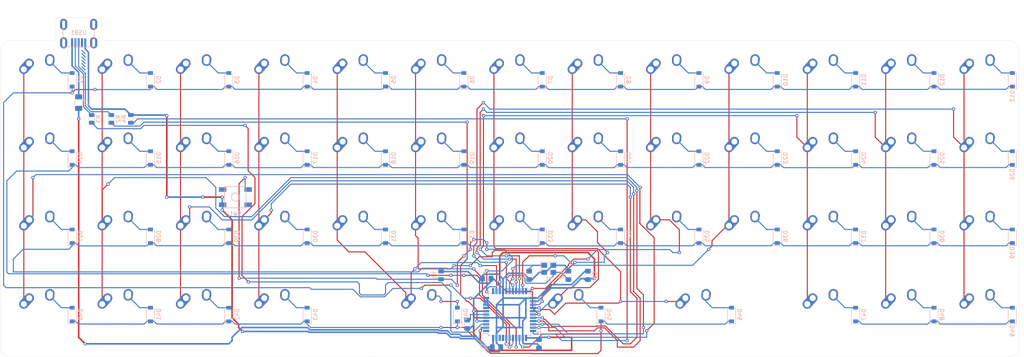
<source format=kicad_pcb>
(kicad_pcb (version 20171130) (host pcbnew "(5.1.5)-3")
  (layers (0 F.Cu signal) (31 B.Cu signal) (34 B.Paste user) (35 F.Paste user) (36 B.SilkS user) (37 F.SilkS user) (38 B.Mask user) (39 F.Mask user) (44 Edge.Cuts user))
  (net 0 "")
  (net 1 GND)
  (net 2 "Net-(C1-Pad1)")
  (net 3 "Net-(C2-Pad2)")
  (net 4 "Net-(C3-Pad1)")
  (net 5 +5V)
  (net 6 "Net-(D1-Pad2)")
  (net 7 ROW0)
  (net 8 "Net-(D2-Pad2)")
  (net 9 "Net-(D3-Pad2)")
  (net 10 "Net-(D4-Pad2)")
  (net 11 "Net-(D5-Pad2)")
  (net 12 "Net-(D6-Pad2)")
  (net 13 "Net-(D7-Pad2)")
  (net 14 "Net-(D8-Pad2)")
  (net 15 "Net-(D9-Pad2)")
  (net 16 "Net-(D10-Pad2)")
  (net 17 "Net-(D11-Pad2)")
  (net 18 "Net-(D12-Pad2)")
  (net 19 "Net-(D13-Pad2)")
  (net 20 "Net-(D14-Pad2)")
  (net 21 ROW1)
  (net 22 "Net-(D15-Pad2)")
  (net 23 "Net-(D16-Pad2)")
  (net 24 "Net-(D17-Pad2)")
  (net 25 "Net-(D18-Pad2)")
  (net 26 "Net-(D19-Pad2)")
  (net 27 "Net-(D20-Pad2)")
  (net 28 "Net-(D21-Pad2)")
  (net 29 "Net-(D22-Pad2)")
  (net 30 "Net-(D23-Pad2)")
  (net 31 "Net-(D24-Pad2)")
  (net 32 "Net-(D25-Pad2)")
  (net 33 "Net-(D26-Pad2)")
  (net 34 "Net-(D27-Pad2)")
  (net 35 ROW2)
  (net 36 "Net-(D28-Pad2)")
  (net 37 "Net-(D29-Pad2)")
  (net 38 "Net-(D30-Pad2)")
  (net 39 "Net-(D31-Pad2)")
  (net 40 "Net-(D32-Pad2)")
  (net 41 "Net-(D33-Pad2)")
  (net 42 "Net-(D34-Pad2)")
  (net 43 "Net-(D35-Pad2)")
  (net 44 "Net-(D36-Pad2)")
  (net 45 "Net-(D37-Pad2)")
  (net 46 "Net-(D38-Pad2)")
  (net 47 "Net-(D39-Pad2)")
  (net 48 "Net-(D40-Pad2)")
  (net 49 ROW3)
  (net 50 "Net-(D41-Pad2)")
  (net 51 "Net-(D42-Pad2)")
  (net 52 "Net-(D43-Pad2)")
  (net 53 "Net-(D44-Pad2)")
  (net 54 "Net-(D45-Pad2)")
  (net 55 "Net-(D46-Pad2)")
  (net 56 "Net-(D47-Pad2)")
  (net 57 "Net-(D48-Pad2)")
  (net 58 "Net-(D49-Pad2)")
  (net 59 VCC)
  (net 60 COL0)
  (net 61 COL1)
  (net 62 COL2)
  (net 63 COL3)
  (net 64 COL4)
  (net 65 COL5)
  (net 66 COL6)
  (net 67 COL7)
  (net 68 COL8)
  (net 69 COL9)
  (net 70 COL10)
  (net 71 COL11)
  (net 72 COL12)
  (net 73 "Net-(R1-Pad2)")
  (net 74 D+)
  (net 75 "Net-(R2-Pad1)")
  (net 76 D-)
  (net 77 "Net-(R3-Pad1)")
  (net 78 "Net-(R4-Pad2)")
  (net 79 "Net-(U1-Pad42)")
  (net 80 "Net-(U1-Pad41)")
  (net 81 "Net-(U1-Pad40)")
  (net 82 "Net-(U1-Pad12)")
  (net 83 "Net-(U1-Pad11)")
  (net 84 "Net-(U1-Pad10)")
  (net 85 "Net-(U1-Pad9)")
  (net 86 "Net-(U1-Pad8)")
  (net 87 "Net-(U1-Pad1)")
  (net 88 "Net-(USB1-Pad6)")
  (net 89 "Net-(USB1-Pad2)")
  (module MX_Alps_Hybrid:MX-2.75U-NoLED (layer F.Cu) (at 131.7625 127)
    (fp_text reference MX44)
    (fp_text value MX-NoLED)
    (pad "" np_thru_hole circle (at 11.938 8.255) (size 3.9878 3.9878) (drill 3.9878) (layers *.Cu *.Mask))
    (pad "" np_thru_hole circle (at -11.938 8.255) (size 3.9878 3.9878) (drill 3.9878) (layers *.Cu *.Mask))
    (pad "" np_thru_hole circle (at 11.938 -6.985) (size 3.048 3.048) (drill 3.048) (layers *.Cu *.Mask))
    (pad "" np_thru_hole circle (at -11.938 -6.985) (size 3.048 3.048) (drill 3.048) (layers *.Cu *.Mask))
    (pad "" np_thru_hole circle (at 5.08 0 48.0996) (size 1.75 1.75) (drill 1.75) (layers *.Cu *.Mask))
    (pad "" np_thru_hole circle (at -5.08 0 48.0996) (size 1.75 1.75) (drill 1.75) (layers *.Cu *.Mask))
    (pad 1 thru_hole circle (at -2.5 -4) (size 2.25 2.25) (drill 1.47) (layers *.Cu B.Mask) (net 64 COL4))
    (pad "" np_thru_hole circle (at 0 0) (size 3.9878 3.9878) (drill 3.9878) (layers *.Cu *.Mask))
    (pad 1 thru_hole oval (at -3.81 -2.54 48.0996) (size 4.211556 2.25) (drill 1.47 (offset 0.980778 0)) (layers *.Cu B.Mask) (net 64 COL4))
    (pad 2 thru_hole circle (at 2.54 -5.08) (size 2.25 2.25) (drill 1.47) (layers *.Cu B.Mask) (net 53 "Net-(D44-Pad2)"))
    (pad 2 thru_hole oval (at 2.5 -4.5 86.0548) (size 2.831378 2.25) (drill 1.47 (offset 0.290689 0)) (layers *.Cu B.Mask) (net 53 "Net-(D44-Pad2)"))
  )
  (module MX_Alps_Hybrid:MX-1U-NoLED (layer F.Cu) (at 267.49375 127)
    (fp_text reference MX49)
    (fp_text value MX-NoLED)
    (pad "" np_thru_hole circle (at 5.08 0 48.0996) (size 1.75 1.75) (drill 1.75) (layers *.Cu *.Mask))
    (pad "" np_thru_hole circle (at -5.08 0 48.0996) (size 1.75 1.75) (drill 1.75) (layers *.Cu *.Mask))
    (pad 1 thru_hole circle (at -2.5 -4) (size 2.25 2.25) (drill 1.47) (layers *.Cu B.Mask) (net 72 COL12))
    (pad "" np_thru_hole circle (at 0 0) (size 3.9878 3.9878) (drill 3.9878) (layers *.Cu *.Mask))
    (pad 1 thru_hole oval (at -3.81 -2.54 48.0996) (size 4.211556 2.25) (drill 1.47 (offset 0.980778 0)) (layers *.Cu B.Mask) (net 72 COL12))
    (pad 2 thru_hole circle (at 2.54 -5.08) (size 2.25 2.25) (drill 1.47) (layers *.Cu B.Mask) (net 58 "Net-(D49-Pad2)"))
    (pad 2 thru_hole oval (at 2.5 -4.5 86.0548) (size 2.831378 2.25) (drill 1.47 (offset 0.290689 0)) (layers *.Cu B.Mask) (net 58 "Net-(D49-Pad2)"))
  )
  (module MX_Alps_Hybrid:MX-1U-NoLED (layer F.Cu) (at 248.44375 127)
    (fp_text reference MX48)
    (fp_text value MX-NoLED)
    (pad "" np_thru_hole circle (at 5.08 0 48.0996) (size 1.75 1.75) (drill 1.75) (layers *.Cu *.Mask))
    (pad "" np_thru_hole circle (at -5.08 0 48.0996) (size 1.75 1.75) (drill 1.75) (layers *.Cu *.Mask))
    (pad 1 thru_hole circle (at -2.5 -4) (size 2.25 2.25) (drill 1.47) (layers *.Cu B.Mask) (net 71 COL11))
    (pad "" np_thru_hole circle (at 0 0) (size 3.9878 3.9878) (drill 3.9878) (layers *.Cu *.Mask))
    (pad 1 thru_hole oval (at -3.81 -2.54 48.0996) (size 4.211556 2.25) (drill 1.47 (offset 0.980778 0)) (layers *.Cu B.Mask) (net 71 COL11))
    (pad 2 thru_hole circle (at 2.54 -5.08) (size 2.25 2.25) (drill 1.47) (layers *.Cu B.Mask) (net 57 "Net-(D48-Pad2)"))
    (pad 2 thru_hole oval (at 2.5 -4.5 86.0548) (size 2.831378 2.25) (drill 1.47 (offset 0.290689 0)) (layers *.Cu B.Mask) (net 57 "Net-(D48-Pad2)"))
  )
  (module MX_Alps_Hybrid:MX-1U-NoLED (layer F.Cu) (at 229.39375 127)
    (fp_text reference MX47)
    (fp_text value MX-NoLED)
    (pad "" np_thru_hole circle (at 5.08 0 48.0996) (size 1.75 1.75) (drill 1.75) (layers *.Cu *.Mask))
    (pad "" np_thru_hole circle (at -5.08 0 48.0996) (size 1.75 1.75) (drill 1.75) (layers *.Cu *.Mask))
    (pad 1 thru_hole circle (at -2.5 -4) (size 2.25 2.25) (drill 1.47) (layers *.Cu B.Mask) (net 70 COL10))
    (pad "" np_thru_hole circle (at 0 0) (size 3.9878 3.9878) (drill 3.9878) (layers *.Cu *.Mask))
    (pad 1 thru_hole oval (at -3.81 -2.54 48.0996) (size 4.211556 2.25) (drill 1.47 (offset 0.980778 0)) (layers *.Cu B.Mask) (net 70 COL10))
    (pad 2 thru_hole circle (at 2.54 -5.08) (size 2.25 2.25) (drill 1.47) (layers *.Cu B.Mask) (net 56 "Net-(D47-Pad2)"))
    (pad 2 thru_hole oval (at 2.5 -4.5 86.0548) (size 2.831378 2.25) (drill 1.47 (offset 0.290689 0)) (layers *.Cu B.Mask) (net 56 "Net-(D47-Pad2)"))
  )
  (module MX_Alps_Hybrid:MX-2.25U-NoLED (layer F.Cu) (at 198.4375 127)
    (fp_text reference MX46)
    (fp_text value MX-NoLED)
    (pad "" np_thru_hole circle (at 11.938 8.255) (size 3.9878 3.9878) (drill 3.9878) (layers *.Cu *.Mask))
    (pad "" np_thru_hole circle (at -11.938 8.255) (size 3.9878 3.9878) (drill 3.9878) (layers *.Cu *.Mask))
    (pad "" np_thru_hole circle (at 11.938 -6.985) (size 3.048 3.048) (drill 3.048) (layers *.Cu *.Mask))
    (pad "" np_thru_hole circle (at -11.938 -6.985) (size 3.048 3.048) (drill 3.048) (layers *.Cu *.Mask))
    (pad "" np_thru_hole circle (at 5.08 0 48.0996) (size 1.75 1.75) (drill 1.75) (layers *.Cu *.Mask))
    (pad "" np_thru_hole circle (at -5.08 0 48.0996) (size 1.75 1.75) (drill 1.75) (layers *.Cu *.Mask))
    (pad 1 thru_hole circle (at -2.5 -4) (size 2.25 2.25) (drill 1.47) (layers *.Cu B.Mask) (net 66 COL6))
    (pad "" np_thru_hole circle (at 0 0) (size 3.9878 3.9878) (drill 3.9878) (layers *.Cu *.Mask))
    (pad 1 thru_hole oval (at -3.81 -2.54 48.0996) (size 4.211556 2.25) (drill 1.47 (offset 0.980778 0)) (layers *.Cu B.Mask) (net 66 COL6))
    (pad 2 thru_hole circle (at 2.54 -5.08) (size 2.25 2.25) (drill 1.47) (layers *.Cu B.Mask) (net 55 "Net-(D46-Pad2)"))
    (pad 2 thru_hole oval (at 2.5 -4.5 86.0548) (size 2.831378 2.25) (drill 1.47 (offset 0.290689 0)) (layers *.Cu B.Mask) (net 55 "Net-(D46-Pad2)"))
  )
  (module MX_Alps_Hybrid:MX-1U-NoLED (layer F.Cu) (at 167.48125 127)
    (fp_text reference MX45)
    (fp_text value MX-NoLED)
    (pad "" np_thru_hole circle (at 5.08 0 48.0996) (size 1.75 1.75) (drill 1.75) (layers *.Cu *.Mask))
    (pad "" np_thru_hole circle (at -5.08 0 48.0996) (size 1.75 1.75) (drill 1.75) (layers *.Cu *.Mask))
    (pad 1 thru_hole circle (at -2.5 -4) (size 2.25 2.25) (drill 1.47) (layers *.Cu B.Mask) (net 65 COL5))
    (pad "" np_thru_hole circle (at 0 0) (size 3.9878 3.9878) (drill 3.9878) (layers *.Cu *.Mask))
    (pad 1 thru_hole oval (at -3.81 -2.54 48.0996) (size 4.211556 2.25) (drill 1.47 (offset 0.980778 0)) (layers *.Cu B.Mask) (net 65 COL5))
    (pad 2 thru_hole circle (at 2.54 -5.08) (size 2.25 2.25) (drill 1.47) (layers *.Cu B.Mask) (net 54 "Net-(D45-Pad2)"))
    (pad 2 thru_hole oval (at 2.5 -4.5 86.0548) (size 2.831378 2.25) (drill 1.47 (offset 0.290689 0)) (layers *.Cu B.Mask) (net 54 "Net-(D45-Pad2)"))
  )
  (module MX_Alps_Hybrid:MX-1U-NoLED (layer F.Cu) (at 96.04375 127)
    (fp_text reference MX43)
    (fp_text value MX-NoLED)
    (pad "" np_thru_hole circle (at 5.08 0 48.0996) (size 1.75 1.75) (drill 1.75) (layers *.Cu *.Mask))
    (pad "" np_thru_hole circle (at -5.08 0 48.0996) (size 1.75 1.75) (drill 1.75) (layers *.Cu *.Mask))
    (pad 1 thru_hole circle (at -2.5 -4) (size 2.25 2.25) (drill 1.47) (layers *.Cu B.Mask) (net 63 COL3))
    (pad "" np_thru_hole circle (at 0 0) (size 3.9878 3.9878) (drill 3.9878) (layers *.Cu *.Mask))
    (pad 1 thru_hole oval (at -3.81 -2.54 48.0996) (size 4.211556 2.25) (drill 1.47 (offset 0.980778 0)) (layers *.Cu B.Mask) (net 63 COL3))
    (pad 2 thru_hole circle (at 2.54 -5.08) (size 2.25 2.25) (drill 1.47) (layers *.Cu B.Mask) (net 52 "Net-(D43-Pad2)"))
    (pad 2 thru_hole oval (at 2.5 -4.5 86.0548) (size 2.831378 2.25) (drill 1.47 (offset 0.290689 0)) (layers *.Cu B.Mask) (net 52 "Net-(D43-Pad2)"))
  )
  (module MX_Alps_Hybrid:MX-1U-NoLED (layer F.Cu) (at 76.99375 127)
    (fp_text reference MX42)
    (fp_text value MX-NoLED)
    (pad "" np_thru_hole circle (at 5.08 0 48.0996) (size 1.75 1.75) (drill 1.75) (layers *.Cu *.Mask))
    (pad "" np_thru_hole circle (at -5.08 0 48.0996) (size 1.75 1.75) (drill 1.75) (layers *.Cu *.Mask))
    (pad 1 thru_hole circle (at -2.5 -4) (size 2.25 2.25) (drill 1.47) (layers *.Cu B.Mask) (net 62 COL2))
    (pad "" np_thru_hole circle (at 0 0) (size 3.9878 3.9878) (drill 3.9878) (layers *.Cu *.Mask))
    (pad 1 thru_hole oval (at -3.81 -2.54 48.0996) (size 4.211556 2.25) (drill 1.47 (offset 0.980778 0)) (layers *.Cu B.Mask) (net 62 COL2))
    (pad 2 thru_hole circle (at 2.54 -5.08) (size 2.25 2.25) (drill 1.47) (layers *.Cu B.Mask) (net 51 "Net-(D42-Pad2)"))
    (pad 2 thru_hole oval (at 2.5 -4.5 86.0548) (size 2.831378 2.25) (drill 1.47 (offset 0.290689 0)) (layers *.Cu B.Mask) (net 51 "Net-(D42-Pad2)"))
  )
  (module MX_Alps_Hybrid:MX-1U-NoLED (layer F.Cu) (at 57.94375 127)
    (fp_text reference MX41)
    (fp_text value MX-NoLED)
    (pad "" np_thru_hole circle (at 5.08 0 48.0996) (size 1.75 1.75) (drill 1.75) (layers *.Cu *.Mask))
    (pad "" np_thru_hole circle (at -5.08 0 48.0996) (size 1.75 1.75) (drill 1.75) (layers *.Cu *.Mask))
    (pad 1 thru_hole circle (at -2.5 -4) (size 2.25 2.25) (drill 1.47) (layers *.Cu B.Mask) (net 61 COL1))
    (pad "" np_thru_hole circle (at 0 0) (size 3.9878 3.9878) (drill 3.9878) (layers *.Cu *.Mask))
    (pad 1 thru_hole oval (at -3.81 -2.54 48.0996) (size 4.211556 2.25) (drill 1.47 (offset 0.980778 0)) (layers *.Cu B.Mask) (net 61 COL1))
    (pad 2 thru_hole circle (at 2.54 -5.08) (size 2.25 2.25) (drill 1.47) (layers *.Cu B.Mask) (net 50 "Net-(D41-Pad2)"))
    (pad 2 thru_hole oval (at 2.5 -4.5 86.0548) (size 2.831378 2.25) (drill 1.47 (offset 0.290689 0)) (layers *.Cu B.Mask) (net 50 "Net-(D41-Pad2)"))
  )
  (module MX_Alps_Hybrid:MX-1U-NoLED (layer F.Cu) (at 38.89375 127)
    (fp_text reference MX40)
    (fp_text value MX-NoLED)
    (pad "" np_thru_hole circle (at 5.08 0 48.0996) (size 1.75 1.75) (drill 1.75) (layers *.Cu *.Mask))
    (pad "" np_thru_hole circle (at -5.08 0 48.0996) (size 1.75 1.75) (drill 1.75) (layers *.Cu *.Mask))
    (pad 1 thru_hole circle (at -2.5 -4) (size 2.25 2.25) (drill 1.47) (layers *.Cu B.Mask) (net 60 COL0))
    (pad "" np_thru_hole circle (at 0 0) (size 3.9878 3.9878) (drill 3.9878) (layers *.Cu *.Mask))
    (pad 1 thru_hole oval (at -3.81 -2.54 48.0996) (size 4.211556 2.25) (drill 1.47 (offset 0.980778 0)) (layers *.Cu B.Mask) (net 60 COL0))
    (pad 2 thru_hole circle (at 2.54 -5.08) (size 2.25 2.25) (drill 1.47) (layers *.Cu B.Mask) (net 48 "Net-(D40-Pad2)"))
    (pad 2 thru_hole oval (at 2.5 -4.5 86.0548) (size 2.831378 2.25) (drill 1.47 (offset 0.290689 0)) (layers *.Cu B.Mask) (net 48 "Net-(D40-Pad2)"))
  )
  (module MX_Alps_Hybrid:MX-1U-NoLED (layer F.Cu) (at 267.49375 107.95)
    (fp_text reference MX39)
    (fp_text value MX-NoLED)
    (pad "" np_thru_hole circle (at 5.08 0 48.0996) (size 1.75 1.75) (drill 1.75) (layers *.Cu *.Mask))
    (pad "" np_thru_hole circle (at -5.08 0 48.0996) (size 1.75 1.75) (drill 1.75) (layers *.Cu *.Mask))
    (pad 1 thru_hole circle (at -2.5 -4) (size 2.25 2.25) (drill 1.47) (layers *.Cu B.Mask) (net 72 COL12))
    (pad "" np_thru_hole circle (at 0 0) (size 3.9878 3.9878) (drill 3.9878) (layers *.Cu *.Mask))
    (pad 1 thru_hole oval (at -3.81 -2.54 48.0996) (size 4.211556 2.25) (drill 1.47 (offset 0.980778 0)) (layers *.Cu B.Mask) (net 72 COL12))
    (pad 2 thru_hole circle (at 2.54 -5.08) (size 2.25 2.25) (drill 1.47) (layers *.Cu B.Mask) (net 47 "Net-(D39-Pad2)"))
    (pad 2 thru_hole oval (at 2.5 -4.5 86.0548) (size 2.831378 2.25) (drill 1.47 (offset 0.290689 0)) (layers *.Cu B.Mask) (net 47 "Net-(D39-Pad2)"))
  )
  (module MX_Alps_Hybrid:MX-1U-NoLED (layer F.Cu) (at 248.44375 107.95)
    (fp_text reference MX38)
    (fp_text value MX-NoLED)
    (pad "" np_thru_hole circle (at 5.08 0 48.0996) (size 1.75 1.75) (drill 1.75) (layers *.Cu *.Mask))
    (pad "" np_thru_hole circle (at -5.08 0 48.0996) (size 1.75 1.75) (drill 1.75) (layers *.Cu *.Mask))
    (pad 1 thru_hole circle (at -2.5 -4) (size 2.25 2.25) (drill 1.47) (layers *.Cu B.Mask) (net 71 COL11))
    (pad "" np_thru_hole circle (at 0 0) (size 3.9878 3.9878) (drill 3.9878) (layers *.Cu *.Mask))
    (pad 1 thru_hole oval (at -3.81 -2.54 48.0996) (size 4.211556 2.25) (drill 1.47 (offset 0.980778 0)) (layers *.Cu B.Mask) (net 71 COL11))
    (pad 2 thru_hole circle (at 2.54 -5.08) (size 2.25 2.25) (drill 1.47) (layers *.Cu B.Mask) (net 46 "Net-(D38-Pad2)"))
    (pad 2 thru_hole oval (at 2.5 -4.5 86.0548) (size 2.831378 2.25) (drill 1.47 (offset 0.290689 0)) (layers *.Cu B.Mask) (net 46 "Net-(D38-Pad2)"))
  )
  (module MX_Alps_Hybrid:MX-1U-NoLED (layer F.Cu) (at 229.39375 107.95)
    (fp_text reference MX37)
    (fp_text value MX-NoLED)
    (pad "" np_thru_hole circle (at 5.08 0 48.0996) (size 1.75 1.75) (drill 1.75) (layers *.Cu *.Mask))
    (pad "" np_thru_hole circle (at -5.08 0 48.0996) (size 1.75 1.75) (drill 1.75) (layers *.Cu *.Mask))
    (pad 1 thru_hole circle (at -2.5 -4) (size 2.25 2.25) (drill 1.47) (layers *.Cu B.Mask) (net 70 COL10))
    (pad "" np_thru_hole circle (at 0 0) (size 3.9878 3.9878) (drill 3.9878) (layers *.Cu *.Mask))
    (pad 1 thru_hole oval (at -3.81 -2.54 48.0996) (size 4.211556 2.25) (drill 1.47 (offset 0.980778 0)) (layers *.Cu B.Mask) (net 70 COL10))
    (pad 2 thru_hole circle (at 2.54 -5.08) (size 2.25 2.25) (drill 1.47) (layers *.Cu B.Mask) (net 45 "Net-(D37-Pad2)"))
    (pad 2 thru_hole oval (at 2.5 -4.5 86.0548) (size 2.831378 2.25) (drill 1.47 (offset 0.290689 0)) (layers *.Cu B.Mask) (net 45 "Net-(D37-Pad2)"))
  )
  (module MX_Alps_Hybrid:MX-1U-NoLED (layer F.Cu) (at 210.34375 107.95)
    (fp_text reference MX36)
    (fp_text value MX-NoLED)
    (pad "" np_thru_hole circle (at 5.08 0 48.0996) (size 1.75 1.75) (drill 1.75) (layers *.Cu *.Mask))
    (pad "" np_thru_hole circle (at -5.08 0 48.0996) (size 1.75 1.75) (drill 1.75) (layers *.Cu *.Mask))
    (pad 1 thru_hole circle (at -2.5 -4) (size 2.25 2.25) (drill 1.47) (layers *.Cu B.Mask) (net 69 COL9))
    (pad "" np_thru_hole circle (at 0 0) (size 3.9878 3.9878) (drill 3.9878) (layers *.Cu *.Mask))
    (pad 1 thru_hole oval (at -3.81 -2.54 48.0996) (size 4.211556 2.25) (drill 1.47 (offset 0.980778 0)) (layers *.Cu B.Mask) (net 69 COL9))
    (pad 2 thru_hole circle (at 2.54 -5.08) (size 2.25 2.25) (drill 1.47) (layers *.Cu B.Mask) (net 44 "Net-(D36-Pad2)"))
    (pad 2 thru_hole oval (at 2.5 -4.5 86.0548) (size 2.831378 2.25) (drill 1.47 (offset 0.290689 0)) (layers *.Cu B.Mask) (net 44 "Net-(D36-Pad2)"))
  )
  (module MX_Alps_Hybrid:MX-1U-NoLED (layer F.Cu) (at 191.29375 107.95)
    (fp_text reference MX35)
    (fp_text value MX-NoLED)
    (pad "" np_thru_hole circle (at 5.08 0 48.0996) (size 1.75 1.75) (drill 1.75) (layers *.Cu *.Mask))
    (pad "" np_thru_hole circle (at -5.08 0 48.0996) (size 1.75 1.75) (drill 1.75) (layers *.Cu *.Mask))
    (pad 1 thru_hole circle (at -2.5 -4) (size 2.25 2.25) (drill 1.47) (layers *.Cu B.Mask) (net 68 COL8))
    (pad "" np_thru_hole circle (at 0 0) (size 3.9878 3.9878) (drill 3.9878) (layers *.Cu *.Mask))
    (pad 1 thru_hole oval (at -3.81 -2.54 48.0996) (size 4.211556 2.25) (drill 1.47 (offset 0.980778 0)) (layers *.Cu B.Mask) (net 68 COL8))
    (pad 2 thru_hole circle (at 2.54 -5.08) (size 2.25 2.25) (drill 1.47) (layers *.Cu B.Mask) (net 43 "Net-(D35-Pad2)"))
    (pad 2 thru_hole oval (at 2.5 -4.5 86.0548) (size 2.831378 2.25) (drill 1.47 (offset 0.290689 0)) (layers *.Cu B.Mask) (net 43 "Net-(D35-Pad2)"))
  )
  (module MX_Alps_Hybrid:MX-1U-NoLED (layer F.Cu) (at 172.24375 107.95)
    (fp_text reference MX34)
    (fp_text value MX-NoLED)
    (pad "" np_thru_hole circle (at 5.08 0 48.0996) (size 1.75 1.75) (drill 1.75) (layers *.Cu *.Mask))
    (pad "" np_thru_hole circle (at -5.08 0 48.0996) (size 1.75 1.75) (drill 1.75) (layers *.Cu *.Mask))
    (pad 1 thru_hole circle (at -2.5 -4) (size 2.25 2.25) (drill 1.47) (layers *.Cu B.Mask) (net 67 COL7))
    (pad "" np_thru_hole circle (at 0 0) (size 3.9878 3.9878) (drill 3.9878) (layers *.Cu *.Mask))
    (pad 1 thru_hole oval (at -3.81 -2.54 48.0996) (size 4.211556 2.25) (drill 1.47 (offset 0.980778 0)) (layers *.Cu B.Mask) (net 67 COL7))
    (pad 2 thru_hole circle (at 2.54 -5.08) (size 2.25 2.25) (drill 1.47) (layers *.Cu B.Mask) (net 42 "Net-(D34-Pad2)"))
    (pad 2 thru_hole oval (at 2.5 -4.5 86.0548) (size 2.831378 2.25) (drill 1.47 (offset 0.290689 0)) (layers *.Cu B.Mask) (net 42 "Net-(D34-Pad2)"))
  )
  (module MX_Alps_Hybrid:MX-1U-NoLED (layer F.Cu) (at 153.19375 107.95)
    (fp_text reference MX33)
    (fp_text value MX-NoLED)
    (pad "" np_thru_hole circle (at 5.08 0 48.0996) (size 1.75 1.75) (drill 1.75) (layers *.Cu *.Mask))
    (pad "" np_thru_hole circle (at -5.08 0 48.0996) (size 1.75 1.75) (drill 1.75) (layers *.Cu *.Mask))
    (pad 1 thru_hole circle (at -2.5 -4) (size 2.25 2.25) (drill 1.47) (layers *.Cu B.Mask) (net 66 COL6))
    (pad "" np_thru_hole circle (at 0 0) (size 3.9878 3.9878) (drill 3.9878) (layers *.Cu *.Mask))
    (pad 1 thru_hole oval (at -3.81 -2.54 48.0996) (size 4.211556 2.25) (drill 1.47 (offset 0.980778 0)) (layers *.Cu B.Mask) (net 66 COL6))
    (pad 2 thru_hole circle (at 2.54 -5.08) (size 2.25 2.25) (drill 1.47) (layers *.Cu B.Mask) (net 41 "Net-(D33-Pad2)"))
    (pad 2 thru_hole oval (at 2.5 -4.5 86.0548) (size 2.831378 2.25) (drill 1.47 (offset 0.290689 0)) (layers *.Cu B.Mask) (net 41 "Net-(D33-Pad2)"))
  )
  (module MX_Alps_Hybrid:MX-1U-NoLED (layer F.Cu) (at 134.14375 107.95)
    (fp_text reference MX32)
    (fp_text value MX-NoLED)
    (pad "" np_thru_hole circle (at 5.08 0 48.0996) (size 1.75 1.75) (drill 1.75) (layers *.Cu *.Mask))
    (pad "" np_thru_hole circle (at -5.08 0 48.0996) (size 1.75 1.75) (drill 1.75) (layers *.Cu *.Mask))
    (pad 1 thru_hole circle (at -2.5 -4) (size 2.25 2.25) (drill 1.47) (layers *.Cu B.Mask) (net 65 COL5))
    (pad "" np_thru_hole circle (at 0 0) (size 3.9878 3.9878) (drill 3.9878) (layers *.Cu *.Mask))
    (pad 1 thru_hole oval (at -3.81 -2.54 48.0996) (size 4.211556 2.25) (drill 1.47 (offset 0.980778 0)) (layers *.Cu B.Mask) (net 65 COL5))
    (pad 2 thru_hole circle (at 2.54 -5.08) (size 2.25 2.25) (drill 1.47) (layers *.Cu B.Mask) (net 40 "Net-(D32-Pad2)"))
    (pad 2 thru_hole oval (at 2.5 -4.5 86.0548) (size 2.831378 2.25) (drill 1.47 (offset 0.290689 0)) (layers *.Cu B.Mask) (net 40 "Net-(D32-Pad2)"))
  )
  (module MX_Alps_Hybrid:MX-1U-NoLED (layer F.Cu) (at 115.09375 107.95)
    (fp_text reference MX31)
    (fp_text value MX-NoLED)
    (pad "" np_thru_hole circle (at 5.08 0 48.0996) (size 1.75 1.75) (drill 1.75) (layers *.Cu *.Mask))
    (pad "" np_thru_hole circle (at -5.08 0 48.0996) (size 1.75 1.75) (drill 1.75) (layers *.Cu *.Mask))
    (pad 1 thru_hole circle (at -2.5 -4) (size 2.25 2.25) (drill 1.47) (layers *.Cu B.Mask) (net 64 COL4))
    (pad "" np_thru_hole circle (at 0 0) (size 3.9878 3.9878) (drill 3.9878) (layers *.Cu *.Mask))
    (pad 1 thru_hole oval (at -3.81 -2.54 48.0996) (size 4.211556 2.25) (drill 1.47 (offset 0.980778 0)) (layers *.Cu B.Mask) (net 64 COL4))
    (pad 2 thru_hole circle (at 2.54 -5.08) (size 2.25 2.25) (drill 1.47) (layers *.Cu B.Mask) (net 39 "Net-(D31-Pad2)"))
    (pad 2 thru_hole oval (at 2.5 -4.5 86.0548) (size 2.831378 2.25) (drill 1.47 (offset 0.290689 0)) (layers *.Cu B.Mask) (net 39 "Net-(D31-Pad2)"))
  )
  (module MX_Alps_Hybrid:MX-1U-NoLED (layer F.Cu) (at 96.04375 107.95)
    (fp_text reference MX30)
    (fp_text value MX-NoLED)
    (pad "" np_thru_hole circle (at 5.08 0 48.0996) (size 1.75 1.75) (drill 1.75) (layers *.Cu *.Mask))
    (pad "" np_thru_hole circle (at -5.08 0 48.0996) (size 1.75 1.75) (drill 1.75) (layers *.Cu *.Mask))
    (pad 1 thru_hole circle (at -2.5 -4) (size 2.25 2.25) (drill 1.47) (layers *.Cu B.Mask) (net 63 COL3))
    (pad "" np_thru_hole circle (at 0 0) (size 3.9878 3.9878) (drill 3.9878) (layers *.Cu *.Mask))
    (pad 1 thru_hole oval (at -3.81 -2.54 48.0996) (size 4.211556 2.25) (drill 1.47 (offset 0.980778 0)) (layers *.Cu B.Mask) (net 63 COL3))
    (pad 2 thru_hole circle (at 2.54 -5.08) (size 2.25 2.25) (drill 1.47) (layers *.Cu B.Mask) (net 38 "Net-(D30-Pad2)"))
    (pad 2 thru_hole oval (at 2.5 -4.5 86.0548) (size 2.831378 2.25) (drill 1.47 (offset 0.290689 0)) (layers *.Cu B.Mask) (net 38 "Net-(D30-Pad2)"))
  )
  (module MX_Alps_Hybrid:MX-1U-NoLED (layer F.Cu) (at 76.99375 107.95)
    (fp_text reference MX29)
    (fp_text value MX-NoLED)
    (pad "" np_thru_hole circle (at 5.08 0 48.0996) (size 1.75 1.75) (drill 1.75) (layers *.Cu *.Mask))
    (pad "" np_thru_hole circle (at -5.08 0 48.0996) (size 1.75 1.75) (drill 1.75) (layers *.Cu *.Mask))
    (pad 1 thru_hole circle (at -2.5 -4) (size 2.25 2.25) (drill 1.47) (layers *.Cu B.Mask) (net 62 COL2))
    (pad "" np_thru_hole circle (at 0 0) (size 3.9878 3.9878) (drill 3.9878) (layers *.Cu *.Mask))
    (pad 1 thru_hole oval (at -3.81 -2.54 48.0996) (size 4.211556 2.25) (drill 1.47 (offset 0.980778 0)) (layers *.Cu B.Mask) (net 62 COL2))
    (pad 2 thru_hole circle (at 2.54 -5.08) (size 2.25 2.25) (drill 1.47) (layers *.Cu B.Mask) (net 37 "Net-(D29-Pad2)"))
    (pad 2 thru_hole oval (at 2.5 -4.5 86.0548) (size 2.831378 2.25) (drill 1.47 (offset 0.290689 0)) (layers *.Cu B.Mask) (net 37 "Net-(D29-Pad2)"))
  )
  (module MX_Alps_Hybrid:MX-1U-NoLED (layer F.Cu) (at 57.94375 107.95)
    (fp_text reference MX28)
    (fp_text value MX-NoLED)
    (pad "" np_thru_hole circle (at 5.08 0 48.0996) (size 1.75 1.75) (drill 1.75) (layers *.Cu *.Mask))
    (pad "" np_thru_hole circle (at -5.08 0 48.0996) (size 1.75 1.75) (drill 1.75) (layers *.Cu *.Mask))
    (pad 1 thru_hole circle (at -2.5 -4) (size 2.25 2.25) (drill 1.47) (layers *.Cu B.Mask) (net 61 COL1))
    (pad "" np_thru_hole circle (at 0 0) (size 3.9878 3.9878) (drill 3.9878) (layers *.Cu *.Mask))
    (pad 1 thru_hole oval (at -3.81 -2.54 48.0996) (size 4.211556 2.25) (drill 1.47 (offset 0.980778 0)) (layers *.Cu B.Mask) (net 61 COL1))
    (pad 2 thru_hole circle (at 2.54 -5.08) (size 2.25 2.25) (drill 1.47) (layers *.Cu B.Mask) (net 36 "Net-(D28-Pad2)"))
    (pad 2 thru_hole oval (at 2.5 -4.5 86.0548) (size 2.831378 2.25) (drill 1.47 (offset 0.290689 0)) (layers *.Cu B.Mask) (net 36 "Net-(D28-Pad2)"))
  )
  (module MX_Alps_Hybrid:MX-1U-NoLED (layer F.Cu) (at 38.89375 107.95)
    (fp_text reference MX27)
    (fp_text value MX-NoLED)
    (pad "" np_thru_hole circle (at 5.08 0 48.0996) (size 1.75 1.75) (drill 1.75) (layers *.Cu *.Mask))
    (pad "" np_thru_hole circle (at -5.08 0 48.0996) (size 1.75 1.75) (drill 1.75) (layers *.Cu *.Mask))
    (pad 1 thru_hole circle (at -2.5 -4) (size 2.25 2.25) (drill 1.47) (layers *.Cu B.Mask) (net 60 COL0))
    (pad "" np_thru_hole circle (at 0 0) (size 3.9878 3.9878) (drill 3.9878) (layers *.Cu *.Mask))
    (pad 1 thru_hole oval (at -3.81 -2.54 48.0996) (size 4.211556 2.25) (drill 1.47 (offset 0.980778 0)) (layers *.Cu B.Mask) (net 60 COL0))
    (pad 2 thru_hole circle (at 2.54 -5.08) (size 2.25 2.25) (drill 1.47) (layers *.Cu B.Mask) (net 34 "Net-(D27-Pad2)"))
    (pad 2 thru_hole oval (at 2.5 -4.5 86.0548) (size 2.831378 2.25) (drill 1.47 (offset 0.290689 0)) (layers *.Cu B.Mask) (net 34 "Net-(D27-Pad2)"))
  )
  (module MX_Alps_Hybrid:MX-1U-NoLED (layer F.Cu) (at 267.49375 88.9)
    (fp_text reference MX26)
    (fp_text value MX-NoLED)
    (pad "" np_thru_hole circle (at 5.08 0 48.0996) (size 1.75 1.75) (drill 1.75) (layers *.Cu *.Mask))
    (pad "" np_thru_hole circle (at -5.08 0 48.0996) (size 1.75 1.75) (drill 1.75) (layers *.Cu *.Mask))
    (pad 1 thru_hole circle (at -2.5 -4) (size 2.25 2.25) (drill 1.47) (layers *.Cu B.Mask) (net 72 COL12))
    (pad "" np_thru_hole circle (at 0 0) (size 3.9878 3.9878) (drill 3.9878) (layers *.Cu *.Mask))
    (pad 1 thru_hole oval (at -3.81 -2.54 48.0996) (size 4.211556 2.25) (drill 1.47 (offset 0.980778 0)) (layers *.Cu B.Mask) (net 72 COL12))
    (pad 2 thru_hole circle (at 2.54 -5.08) (size 2.25 2.25) (drill 1.47) (layers *.Cu B.Mask) (net 33 "Net-(D26-Pad2)"))
    (pad 2 thru_hole oval (at 2.5 -4.5 86.0548) (size 2.831378 2.25) (drill 1.47 (offset 0.290689 0)) (layers *.Cu B.Mask) (net 33 "Net-(D26-Pad2)"))
  )
  (module MX_Alps_Hybrid:MX-1U-NoLED (layer F.Cu) (at 248.44375 88.9)
    (fp_text reference MX25)
    (fp_text value MX-NoLED)
    (pad "" np_thru_hole circle (at 5.08 0 48.0996) (size 1.75 1.75) (drill 1.75) (layers *.Cu *.Mask))
    (pad "" np_thru_hole circle (at -5.08 0 48.0996) (size 1.75 1.75) (drill 1.75) (layers *.Cu *.Mask))
    (pad 1 thru_hole circle (at -2.5 -4) (size 2.25 2.25) (drill 1.47) (layers *.Cu B.Mask) (net 71 COL11))
    (pad "" np_thru_hole circle (at 0 0) (size 3.9878 3.9878) (drill 3.9878) (layers *.Cu *.Mask))
    (pad 1 thru_hole oval (at -3.81 -2.54 48.0996) (size 4.211556 2.25) (drill 1.47 (offset 0.980778 0)) (layers *.Cu B.Mask) (net 71 COL11))
    (pad 2 thru_hole circle (at 2.54 -5.08) (size 2.25 2.25) (drill 1.47) (layers *.Cu B.Mask) (net 32 "Net-(D25-Pad2)"))
    (pad 2 thru_hole oval (at 2.5 -4.5 86.0548) (size 2.831378 2.25) (drill 1.47 (offset 0.290689 0)) (layers *.Cu B.Mask) (net 32 "Net-(D25-Pad2)"))
  )
  (module MX_Alps_Hybrid:MX-1U-NoLED (layer F.Cu) (at 229.39375 88.9)
    (fp_text reference MX24)
    (fp_text value MX-NoLED)
    (pad "" np_thru_hole circle (at 5.08 0 48.0996) (size 1.75 1.75) (drill 1.75) (layers *.Cu *.Mask))
    (pad "" np_thru_hole circle (at -5.08 0 48.0996) (size 1.75 1.75) (drill 1.75) (layers *.Cu *.Mask))
    (pad 1 thru_hole circle (at -2.5 -4) (size 2.25 2.25) (drill 1.47) (layers *.Cu B.Mask) (net 70 COL10))
    (pad "" np_thru_hole circle (at 0 0) (size 3.9878 3.9878) (drill 3.9878) (layers *.Cu *.Mask))
    (pad 1 thru_hole oval (at -3.81 -2.54 48.0996) (size 4.211556 2.25) (drill 1.47 (offset 0.980778 0)) (layers *.Cu B.Mask) (net 70 COL10))
    (pad 2 thru_hole circle (at 2.54 -5.08) (size 2.25 2.25) (drill 1.47) (layers *.Cu B.Mask) (net 31 "Net-(D24-Pad2)"))
    (pad 2 thru_hole oval (at 2.5 -4.5 86.0548) (size 2.831378 2.25) (drill 1.47 (offset 0.290689 0)) (layers *.Cu B.Mask) (net 31 "Net-(D24-Pad2)"))
  )
  (module MX_Alps_Hybrid:MX-1U-NoLED (layer F.Cu) (at 210.34375 88.9)
    (fp_text reference MX23)
    (fp_text value MX-NoLED)
    (pad "" np_thru_hole circle (at 5.08 0 48.0996) (size 1.75 1.75) (drill 1.75) (layers *.Cu *.Mask))
    (pad "" np_thru_hole circle (at -5.08 0 48.0996) (size 1.75 1.75) (drill 1.75) (layers *.Cu *.Mask))
    (pad 1 thru_hole circle (at -2.5 -4) (size 2.25 2.25) (drill 1.47) (layers *.Cu B.Mask) (net 69 COL9))
    (pad "" np_thru_hole circle (at 0 0) (size 3.9878 3.9878) (drill 3.9878) (layers *.Cu *.Mask))
    (pad 1 thru_hole oval (at -3.81 -2.54 48.0996) (size 4.211556 2.25) (drill 1.47 (offset 0.980778 0)) (layers *.Cu B.Mask) (net 69 COL9))
    (pad 2 thru_hole circle (at 2.54 -5.08) (size 2.25 2.25) (drill 1.47) (layers *.Cu B.Mask) (net 30 "Net-(D23-Pad2)"))
    (pad 2 thru_hole oval (at 2.5 -4.5 86.0548) (size 2.831378 2.25) (drill 1.47 (offset 0.290689 0)) (layers *.Cu B.Mask) (net 30 "Net-(D23-Pad2)"))
  )
  (module MX_Alps_Hybrid:MX-1U-NoLED (layer F.Cu) (at 191.29375 88.9)
    (fp_text reference MX22)
    (fp_text value MX-NoLED)
    (pad "" np_thru_hole circle (at 5.08 0 48.0996) (size 1.75 1.75) (drill 1.75) (layers *.Cu *.Mask))
    (pad "" np_thru_hole circle (at -5.08 0 48.0996) (size 1.75 1.75) (drill 1.75) (layers *.Cu *.Mask))
    (pad 1 thru_hole circle (at -2.5 -4) (size 2.25 2.25) (drill 1.47) (layers *.Cu B.Mask) (net 68 COL8))
    (pad "" np_thru_hole circle (at 0 0) (size 3.9878 3.9878) (drill 3.9878) (layers *.Cu *.Mask))
    (pad 1 thru_hole oval (at -3.81 -2.54 48.0996) (size 4.211556 2.25) (drill 1.47 (offset 0.980778 0)) (layers *.Cu B.Mask) (net 68 COL8))
    (pad 2 thru_hole circle (at 2.54 -5.08) (size 2.25 2.25) (drill 1.47) (layers *.Cu B.Mask) (net 29 "Net-(D22-Pad2)"))
    (pad 2 thru_hole oval (at 2.5 -4.5 86.0548) (size 2.831378 2.25) (drill 1.47 (offset 0.290689 0)) (layers *.Cu B.Mask) (net 29 "Net-(D22-Pad2)"))
  )
  (module MX_Alps_Hybrid:MX-1U-NoLED (layer F.Cu) (at 172.24375 88.9)
    (fp_text reference MX21)
    (fp_text value MX-NoLED)
    (pad "" np_thru_hole circle (at 5.08 0 48.0996) (size 1.75 1.75) (drill 1.75) (layers *.Cu *.Mask))
    (pad "" np_thru_hole circle (at -5.08 0 48.0996) (size 1.75 1.75) (drill 1.75) (layers *.Cu *.Mask))
    (pad 1 thru_hole circle (at -2.5 -4) (size 2.25 2.25) (drill 1.47) (layers *.Cu B.Mask) (net 67 COL7))
    (pad "" np_thru_hole circle (at 0 0) (size 3.9878 3.9878) (drill 3.9878) (layers *.Cu *.Mask))
    (pad 1 thru_hole oval (at -3.81 -2.54 48.0996) (size 4.211556 2.25) (drill 1.47 (offset 0.980778 0)) (layers *.Cu B.Mask) (net 67 COL7))
    (pad 2 thru_hole circle (at 2.54 -5.08) (size 2.25 2.25) (drill 1.47) (layers *.Cu B.Mask) (net 28 "Net-(D21-Pad2)"))
    (pad 2 thru_hole oval (at 2.5 -4.5 86.0548) (size 2.831378 2.25) (drill 1.47 (offset 0.290689 0)) (layers *.Cu B.Mask) (net 28 "Net-(D21-Pad2)"))
  )
  (module MX_Alps_Hybrid:MX-1U-NoLED (layer F.Cu) (at 153.19375 88.9)
    (fp_text reference MX20)
    (fp_text value MX-NoLED)
    (pad "" np_thru_hole circle (at 5.08 0 48.0996) (size 1.75 1.75) (drill 1.75) (layers *.Cu *.Mask))
    (pad "" np_thru_hole circle (at -5.08 0 48.0996) (size 1.75 1.75) (drill 1.75) (layers *.Cu *.Mask))
    (pad 1 thru_hole circle (at -2.5 -4) (size 2.25 2.25) (drill 1.47) (layers *.Cu B.Mask) (net 66 COL6))
    (pad "" np_thru_hole circle (at 0 0) (size 3.9878 3.9878) (drill 3.9878) (layers *.Cu *.Mask))
    (pad 1 thru_hole oval (at -3.81 -2.54 48.0996) (size 4.211556 2.25) (drill 1.47 (offset 0.980778 0)) (layers *.Cu B.Mask) (net 66 COL6))
    (pad 2 thru_hole circle (at 2.54 -5.08) (size 2.25 2.25) (drill 1.47) (layers *.Cu B.Mask) (net 27 "Net-(D20-Pad2)"))
    (pad 2 thru_hole oval (at 2.5 -4.5 86.0548) (size 2.831378 2.25) (drill 1.47 (offset 0.290689 0)) (layers *.Cu B.Mask) (net 27 "Net-(D20-Pad2)"))
  )
  (module MX_Alps_Hybrid:MX-1U-NoLED (layer F.Cu) (at 134.14375 88.9)
    (fp_text reference MX19)
    (fp_text value MX-NoLED)
    (pad "" np_thru_hole circle (at 5.08 0 48.0996) (size 1.75 1.75) (drill 1.75) (layers *.Cu *.Mask))
    (pad "" np_thru_hole circle (at -5.08 0 48.0996) (size 1.75 1.75) (drill 1.75) (layers *.Cu *.Mask))
    (pad 1 thru_hole circle (at -2.5 -4) (size 2.25 2.25) (drill 1.47) (layers *.Cu B.Mask) (net 65 COL5))
    (pad "" np_thru_hole circle (at 0 0) (size 3.9878 3.9878) (drill 3.9878) (layers *.Cu *.Mask))
    (pad 1 thru_hole oval (at -3.81 -2.54 48.0996) (size 4.211556 2.25) (drill 1.47 (offset 0.980778 0)) (layers *.Cu B.Mask) (net 65 COL5))
    (pad 2 thru_hole circle (at 2.54 -5.08) (size 2.25 2.25) (drill 1.47) (layers *.Cu B.Mask) (net 26 "Net-(D19-Pad2)"))
    (pad 2 thru_hole oval (at 2.5 -4.5 86.0548) (size 2.831378 2.25) (drill 1.47 (offset 0.290689 0)) (layers *.Cu B.Mask) (net 26 "Net-(D19-Pad2)"))
  )
  (module MX_Alps_Hybrid:MX-1U-NoLED (layer F.Cu) (at 115.09375 88.9)
    (fp_text reference MX18)
    (fp_text value MX-NoLED)
    (pad "" np_thru_hole circle (at 5.08 0 48.0996) (size 1.75 1.75) (drill 1.75) (layers *.Cu *.Mask))
    (pad "" np_thru_hole circle (at -5.08 0 48.0996) (size 1.75 1.75) (drill 1.75) (layers *.Cu *.Mask))
    (pad 1 thru_hole circle (at -2.5 -4) (size 2.25 2.25) (drill 1.47) (layers *.Cu B.Mask) (net 64 COL4))
    (pad "" np_thru_hole circle (at 0 0) (size 3.9878 3.9878) (drill 3.9878) (layers *.Cu *.Mask))
    (pad 1 thru_hole oval (at -3.81 -2.54 48.0996) (size 4.211556 2.25) (drill 1.47 (offset 0.980778 0)) (layers *.Cu B.Mask) (net 64 COL4))
    (pad 2 thru_hole circle (at 2.54 -5.08) (size 2.25 2.25) (drill 1.47) (layers *.Cu B.Mask) (net 25 "Net-(D18-Pad2)"))
    (pad 2 thru_hole oval (at 2.5 -4.5 86.0548) (size 2.831378 2.25) (drill 1.47 (offset 0.290689 0)) (layers *.Cu B.Mask) (net 25 "Net-(D18-Pad2)"))
  )
  (module MX_Alps_Hybrid:MX-1U-NoLED (layer F.Cu) (at 96.04375 88.9)
    (fp_text reference MX17)
    (fp_text value MX-NoLED)
    (pad "" np_thru_hole circle (at 5.08 0 48.0996) (size 1.75 1.75) (drill 1.75) (layers *.Cu *.Mask))
    (pad "" np_thru_hole circle (at -5.08 0 48.0996) (size 1.75 1.75) (drill 1.75) (layers *.Cu *.Mask))
    (pad 1 thru_hole circle (at -2.5 -4) (size 2.25 2.25) (drill 1.47) (layers *.Cu B.Mask) (net 63 COL3))
    (pad "" np_thru_hole circle (at 0 0) (size 3.9878 3.9878) (drill 3.9878) (layers *.Cu *.Mask))
    (pad 1 thru_hole oval (at -3.81 -2.54 48.0996) (size 4.211556 2.25) (drill 1.47 (offset 0.980778 0)) (layers *.Cu B.Mask) (net 63 COL3))
    (pad 2 thru_hole circle (at 2.54 -5.08) (size 2.25 2.25) (drill 1.47) (layers *.Cu B.Mask) (net 24 "Net-(D17-Pad2)"))
    (pad 2 thru_hole oval (at 2.5 -4.5 86.0548) (size 2.831378 2.25) (drill 1.47 (offset 0.290689 0)) (layers *.Cu B.Mask) (net 24 "Net-(D17-Pad2)"))
  )
  (module MX_Alps_Hybrid:MX-1U-NoLED (layer F.Cu) (at 76.99375 88.9)
    (fp_text reference MX16)
    (fp_text value MX-NoLED)
    (pad "" np_thru_hole circle (at 5.08 0 48.0996) (size 1.75 1.75) (drill 1.75) (layers *.Cu *.Mask))
    (pad "" np_thru_hole circle (at -5.08 0 48.0996) (size 1.75 1.75) (drill 1.75) (layers *.Cu *.Mask))
    (pad 1 thru_hole circle (at -2.5 -4) (size 2.25 2.25) (drill 1.47) (layers *.Cu B.Mask) (net 62 COL2))
    (pad "" np_thru_hole circle (at 0 0) (size 3.9878 3.9878) (drill 3.9878) (layers *.Cu *.Mask))
    (pad 1 thru_hole oval (at -3.81 -2.54 48.0996) (size 4.211556 2.25) (drill 1.47 (offset 0.980778 0)) (layers *.Cu B.Mask) (net 62 COL2))
    (pad 2 thru_hole circle (at 2.54 -5.08) (size 2.25 2.25) (drill 1.47) (layers *.Cu B.Mask) (net 23 "Net-(D16-Pad2)"))
    (pad 2 thru_hole oval (at 2.5 -4.5 86.0548) (size 2.831378 2.25) (drill 1.47 (offset 0.290689 0)) (layers *.Cu B.Mask) (net 23 "Net-(D16-Pad2)"))
  )
  (module MX_Alps_Hybrid:MX-1U-NoLED (layer F.Cu) (at 57.94375 88.9)
    (fp_text reference MX15)
    (fp_text value MX-NoLED)
    (pad "" np_thru_hole circle (at 5.08 0 48.0996) (size 1.75 1.75) (drill 1.75) (layers *.Cu *.Mask))
    (pad "" np_thru_hole circle (at -5.08 0 48.0996) (size 1.75 1.75) (drill 1.75) (layers *.Cu *.Mask))
    (pad 1 thru_hole circle (at -2.5 -4) (size 2.25 2.25) (drill 1.47) (layers *.Cu B.Mask) (net 61 COL1))
    (pad "" np_thru_hole circle (at 0 0) (size 3.9878 3.9878) (drill 3.9878) (layers *.Cu *.Mask))
    (pad 1 thru_hole oval (at -3.81 -2.54 48.0996) (size 4.211556 2.25) (drill 1.47 (offset 0.980778 0)) (layers *.Cu B.Mask) (net 61 COL1))
    (pad 2 thru_hole circle (at 2.54 -5.08) (size 2.25 2.25) (drill 1.47) (layers *.Cu B.Mask) (net 22 "Net-(D15-Pad2)"))
    (pad 2 thru_hole oval (at 2.5 -4.5 86.0548) (size 2.831378 2.25) (drill 1.47 (offset 0.290689 0)) (layers *.Cu B.Mask) (net 22 "Net-(D15-Pad2)"))
  )
  (module MX_Alps_Hybrid:MX-1U-NoLED (layer F.Cu) (at 38.89375 88.9)
    (fp_text reference MX14)
    (fp_text value MX-NoLED)
    (pad "" np_thru_hole circle (at 5.08 0 48.0996) (size 1.75 1.75) (drill 1.75) (layers *.Cu *.Mask))
    (pad "" np_thru_hole circle (at -5.08 0 48.0996) (size 1.75 1.75) (drill 1.75) (layers *.Cu *.Mask))
    (pad 1 thru_hole circle (at -2.5 -4) (size 2.25 2.25) (drill 1.47) (layers *.Cu B.Mask) (net 60 COL0))
    (pad "" np_thru_hole circle (at 0 0) (size 3.9878 3.9878) (drill 3.9878) (layers *.Cu *.Mask))
    (pad 1 thru_hole oval (at -3.81 -2.54 48.0996) (size 4.211556 2.25) (drill 1.47 (offset 0.980778 0)) (layers *.Cu B.Mask) (net 60 COL0))
    (pad 2 thru_hole circle (at 2.54 -5.08) (size 2.25 2.25) (drill 1.47) (layers *.Cu B.Mask) (net 20 "Net-(D14-Pad2)"))
    (pad 2 thru_hole oval (at 2.5 -4.5 86.0548) (size 2.831378 2.25) (drill 1.47 (offset 0.290689 0)) (layers *.Cu B.Mask) (net 20 "Net-(D14-Pad2)"))
  )
  (module MX_Alps_Hybrid:MX-1U-NoLED (layer F.Cu) (at 267.49375 69.85)
    (fp_text reference MX13)
    (fp_text value MX-NoLED)
    (pad "" np_thru_hole circle (at 5.08 0 48.0996) (size 1.75 1.75) (drill 1.75) (layers *.Cu *.Mask))
    (pad "" np_thru_hole circle (at -5.08 0 48.0996) (size 1.75 1.75) (drill 1.75) (layers *.Cu *.Mask))
    (pad 1 thru_hole circle (at -2.5 -4) (size 2.25 2.25) (drill 1.47) (layers *.Cu B.Mask) (net 72 COL12))
    (pad "" np_thru_hole circle (at 0 0) (size 3.9878 3.9878) (drill 3.9878) (layers *.Cu *.Mask))
    (pad 1 thru_hole oval (at -3.81 -2.54 48.0996) (size 4.211556 2.25) (drill 1.47 (offset 0.980778 0)) (layers *.Cu B.Mask) (net 72 COL12))
    (pad 2 thru_hole circle (at 2.54 -5.08) (size 2.25 2.25) (drill 1.47) (layers *.Cu B.Mask) (net 19 "Net-(D13-Pad2)"))
    (pad 2 thru_hole oval (at 2.5 -4.5 86.0548) (size 2.831378 2.25) (drill 1.47 (offset 0.290689 0)) (layers *.Cu B.Mask) (net 19 "Net-(D13-Pad2)"))
  )
  (module MX_Alps_Hybrid:MX-1U-NoLED (layer F.Cu) (at 248.44375 69.85)
    (fp_text reference MX12)
    (fp_text value MX-NoLED)
    (pad "" np_thru_hole circle (at 5.08 0 48.0996) (size 1.75 1.75) (drill 1.75) (layers *.Cu *.Mask))
    (pad "" np_thru_hole circle (at -5.08 0 48.0996) (size 1.75 1.75) (drill 1.75) (layers *.Cu *.Mask))
    (pad 1 thru_hole circle (at -2.5 -4) (size 2.25 2.25) (drill 1.47) (layers *.Cu B.Mask) (net 71 COL11))
    (pad "" np_thru_hole circle (at 0 0) (size 3.9878 3.9878) (drill 3.9878) (layers *.Cu *.Mask))
    (pad 1 thru_hole oval (at -3.81 -2.54 48.0996) (size 4.211556 2.25) (drill 1.47 (offset 0.980778 0)) (layers *.Cu B.Mask) (net 71 COL11))
    (pad 2 thru_hole circle (at 2.54 -5.08) (size 2.25 2.25) (drill 1.47) (layers *.Cu B.Mask) (net 18 "Net-(D12-Pad2)"))
    (pad 2 thru_hole oval (at 2.5 -4.5 86.0548) (size 2.831378 2.25) (drill 1.47 (offset 0.290689 0)) (layers *.Cu B.Mask) (net 18 "Net-(D12-Pad2)"))
  )
  (module MX_Alps_Hybrid:MX-1U-NoLED (layer F.Cu) (at 229.39375 69.85)
    (fp_text reference MX11)
    (fp_text value MX-NoLED)
    (pad "" np_thru_hole circle (at 5.08 0 48.0996) (size 1.75 1.75) (drill 1.75) (layers *.Cu *.Mask))
    (pad "" np_thru_hole circle (at -5.08 0 48.0996) (size 1.75 1.75) (drill 1.75) (layers *.Cu *.Mask))
    (pad 1 thru_hole circle (at -2.5 -4) (size 2.25 2.25) (drill 1.47) (layers *.Cu B.Mask) (net 70 COL10))
    (pad "" np_thru_hole circle (at 0 0) (size 3.9878 3.9878) (drill 3.9878) (layers *.Cu *.Mask))
    (pad 1 thru_hole oval (at -3.81 -2.54 48.0996) (size 4.211556 2.25) (drill 1.47 (offset 0.980778 0)) (layers *.Cu B.Mask) (net 70 COL10))
    (pad 2 thru_hole circle (at 2.54 -5.08) (size 2.25 2.25) (drill 1.47) (layers *.Cu B.Mask) (net 17 "Net-(D11-Pad2)"))
    (pad 2 thru_hole oval (at 2.5 -4.5 86.0548) (size 2.831378 2.25) (drill 1.47 (offset 0.290689 0)) (layers *.Cu B.Mask) (net 17 "Net-(D11-Pad2)"))
  )
  (module MX_Alps_Hybrid:MX-1U-NoLED (layer F.Cu) (at 210.34375 69.85)
    (fp_text reference MX10)
    (fp_text value MX-NoLED)
    (pad "" np_thru_hole circle (at 5.08 0 48.0996) (size 1.75 1.75) (drill 1.75) (layers *.Cu *.Mask))
    (pad "" np_thru_hole circle (at -5.08 0 48.0996) (size 1.75 1.75) (drill 1.75) (layers *.Cu *.Mask))
    (pad 1 thru_hole circle (at -2.5 -4) (size 2.25 2.25) (drill 1.47) (layers *.Cu B.Mask) (net 69 COL9))
    (pad "" np_thru_hole circle (at 0 0) (size 3.9878 3.9878) (drill 3.9878) (layers *.Cu *.Mask))
    (pad 1 thru_hole oval (at -3.81 -2.54 48.0996) (size 4.211556 2.25) (drill 1.47 (offset 0.980778 0)) (layers *.Cu B.Mask) (net 69 COL9))
    (pad 2 thru_hole circle (at 2.54 -5.08) (size 2.25 2.25) (drill 1.47) (layers *.Cu B.Mask) (net 16 "Net-(D10-Pad2)"))
    (pad 2 thru_hole oval (at 2.5 -4.5 86.0548) (size 2.831378 2.25) (drill 1.47 (offset 0.290689 0)) (layers *.Cu B.Mask) (net 16 "Net-(D10-Pad2)"))
  )
  (module MX_Alps_Hybrid:MX-1U-NoLED (layer F.Cu) (at 191.29375 69.85)
    (fp_text reference MX9)
    (fp_text value MX-NoLED)
    (pad "" np_thru_hole circle (at 5.08 0 48.0996) (size 1.75 1.75) (drill 1.75) (layers *.Cu *.Mask))
    (pad "" np_thru_hole circle (at -5.08 0 48.0996) (size 1.75 1.75) (drill 1.75) (layers *.Cu *.Mask))
    (pad 1 thru_hole circle (at -2.5 -4) (size 2.25 2.25) (drill 1.47) (layers *.Cu B.Mask) (net 68 COL8))
    (pad "" np_thru_hole circle (at 0 0) (size 3.9878 3.9878) (drill 3.9878) (layers *.Cu *.Mask))
    (pad 1 thru_hole oval (at -3.81 -2.54 48.0996) (size 4.211556 2.25) (drill 1.47 (offset 0.980778 0)) (layers *.Cu B.Mask) (net 68 COL8))
    (pad 2 thru_hole circle (at 2.54 -5.08) (size 2.25 2.25) (drill 1.47) (layers *.Cu B.Mask) (net 15 "Net-(D9-Pad2)"))
    (pad 2 thru_hole oval (at 2.5 -4.5 86.0548) (size 2.831378 2.25) (drill 1.47 (offset 0.290689 0)) (layers *.Cu B.Mask) (net 15 "Net-(D9-Pad2)"))
  )
  (module MX_Alps_Hybrid:MX-1U-NoLED (layer F.Cu) (at 172.24375 69.85)
    (fp_text reference MX8)
    (fp_text value MX-NoLED)
    (pad "" np_thru_hole circle (at 5.08 0 48.0996) (size 1.75 1.75) (drill 1.75) (layers *.Cu *.Mask))
    (pad "" np_thru_hole circle (at -5.08 0 48.0996) (size 1.75 1.75) (drill 1.75) (layers *.Cu *.Mask))
    (pad 1 thru_hole circle (at -2.5 -4) (size 2.25 2.25) (drill 1.47) (layers *.Cu B.Mask) (net 67 COL7))
    (pad "" np_thru_hole circle (at 0 0) (size 3.9878 3.9878) (drill 3.9878) (layers *.Cu *.Mask))
    (pad 1 thru_hole oval (at -3.81 -2.54 48.0996) (size 4.211556 2.25) (drill 1.47 (offset 0.980778 0)) (layers *.Cu B.Mask) (net 67 COL7))
    (pad 2 thru_hole circle (at 2.54 -5.08) (size 2.25 2.25) (drill 1.47) (layers *.Cu B.Mask) (net 14 "Net-(D8-Pad2)"))
    (pad 2 thru_hole oval (at 2.5 -4.5 86.0548) (size 2.831378 2.25) (drill 1.47 (offset 0.290689 0)) (layers *.Cu B.Mask) (net 14 "Net-(D8-Pad2)"))
  )
  (module MX_Alps_Hybrid:MX-1U-NoLED (layer F.Cu) (at 153.19375 69.85)
    (fp_text reference MX7)
    (fp_text value MX-NoLED)
    (pad "" np_thru_hole circle (at 5.08 0 48.0996) (size 1.75 1.75) (drill 1.75) (layers *.Cu *.Mask))
    (pad "" np_thru_hole circle (at -5.08 0 48.0996) (size 1.75 1.75) (drill 1.75) (layers *.Cu *.Mask))
    (pad 1 thru_hole circle (at -2.5 -4) (size 2.25 2.25) (drill 1.47) (layers *.Cu B.Mask) (net 66 COL6))
    (pad "" np_thru_hole circle (at 0 0) (size 3.9878 3.9878) (drill 3.9878) (layers *.Cu *.Mask))
    (pad 1 thru_hole oval (at -3.81 -2.54 48.0996) (size 4.211556 2.25) (drill 1.47 (offset 0.980778 0)) (layers *.Cu B.Mask) (net 66 COL6))
    (pad 2 thru_hole circle (at 2.54 -5.08) (size 2.25 2.25) (drill 1.47) (layers *.Cu B.Mask) (net 13 "Net-(D7-Pad2)"))
    (pad 2 thru_hole oval (at 2.5 -4.5 86.0548) (size 2.831378 2.25) (drill 1.47 (offset 0.290689 0)) (layers *.Cu B.Mask) (net 13 "Net-(D7-Pad2)"))
  )
  (module MX_Alps_Hybrid:MX-1U-NoLED (layer F.Cu) (at 134.14375 69.85)
    (fp_text reference MX6)
    (fp_text value MX-NoLED)
    (pad "" np_thru_hole circle (at 5.08 0 48.0996) (size 1.75 1.75) (drill 1.75) (layers *.Cu *.Mask))
    (pad "" np_thru_hole circle (at -5.08 0 48.0996) (size 1.75 1.75) (drill 1.75) (layers *.Cu *.Mask))
    (pad 1 thru_hole circle (at -2.5 -4) (size 2.25 2.25) (drill 1.47) (layers *.Cu B.Mask) (net 65 COL5))
    (pad "" np_thru_hole circle (at 0 0) (size 3.9878 3.9878) (drill 3.9878) (layers *.Cu *.Mask))
    (pad 1 thru_hole oval (at -3.81 -2.54 48.0996) (size 4.211556 2.25) (drill 1.47 (offset 0.980778 0)) (layers *.Cu B.Mask) (net 65 COL5))
    (pad 2 thru_hole circle (at 2.54 -5.08) (size 2.25 2.25) (drill 1.47) (layers *.Cu B.Mask) (net 12 "Net-(D6-Pad2)"))
    (pad 2 thru_hole oval (at 2.5 -4.5 86.0548) (size 2.831378 2.25) (drill 1.47 (offset 0.290689 0)) (layers *.Cu B.Mask) (net 12 "Net-(D6-Pad2)"))
  )
  (module MX_Alps_Hybrid:MX-1U-NoLED (layer F.Cu) (at 115.09375 69.85)
    (fp_text reference MX5)
    (fp_text value MX-NoLED)
    (pad "" np_thru_hole circle (at 5.08 0 48.0996) (size 1.75 1.75) (drill 1.75) (layers *.Cu *.Mask))
    (pad "" np_thru_hole circle (at -5.08 0 48.0996) (size 1.75 1.75) (drill 1.75) (layers *.Cu *.Mask))
    (pad 1 thru_hole circle (at -2.5 -4) (size 2.25 2.25) (drill 1.47) (layers *.Cu B.Mask) (net 64 COL4))
    (pad "" np_thru_hole circle (at 0 0) (size 3.9878 3.9878) (drill 3.9878) (layers *.Cu *.Mask))
    (pad 1 thru_hole oval (at -3.81 -2.54 48.0996) (size 4.211556 2.25) (drill 1.47 (offset 0.980778 0)) (layers *.Cu B.Mask) (net 64 COL4))
    (pad 2 thru_hole circle (at 2.54 -5.08) (size 2.25 2.25) (drill 1.47) (layers *.Cu B.Mask) (net 11 "Net-(D5-Pad2)"))
    (pad 2 thru_hole oval (at 2.5 -4.5 86.0548) (size 2.831378 2.25) (drill 1.47 (offset 0.290689 0)) (layers *.Cu B.Mask) (net 11 "Net-(D5-Pad2)"))
  )
  (module MX_Alps_Hybrid:MX-1U-NoLED (layer F.Cu) (at 96.04375 69.85)
    (fp_text reference MX4)
    (fp_text value MX-NoLED)
    (pad "" np_thru_hole circle (at 5.08 0 48.0996) (size 1.75 1.75) (drill 1.75) (layers *.Cu *.Mask))
    (pad "" np_thru_hole circle (at -5.08 0 48.0996) (size 1.75 1.75) (drill 1.75) (layers *.Cu *.Mask))
    (pad 1 thru_hole circle (at -2.5 -4) (size 2.25 2.25) (drill 1.47) (layers *.Cu B.Mask) (net 63 COL3))
    (pad "" np_thru_hole circle (at 0 0) (size 3.9878 3.9878) (drill 3.9878) (layers *.Cu *.Mask))
    (pad 1 thru_hole oval (at -3.81 -2.54 48.0996) (size 4.211556 2.25) (drill 1.47 (offset 0.980778 0)) (layers *.Cu B.Mask) (net 63 COL3))
    (pad 2 thru_hole circle (at 2.54 -5.08) (size 2.25 2.25) (drill 1.47) (layers *.Cu B.Mask) (net 10 "Net-(D4-Pad2)"))
    (pad 2 thru_hole oval (at 2.5 -4.5 86.0548) (size 2.831378 2.25) (drill 1.47 (offset 0.290689 0)) (layers *.Cu B.Mask) (net 10 "Net-(D4-Pad2)"))
  )
  (module MX_Alps_Hybrid:MX-1U-NoLED (layer F.Cu) (at 76.99375 69.85)
    (fp_text reference MX3)
    (fp_text value MX-NoLED)
    (pad "" np_thru_hole circle (at 5.08 0 48.0996) (size 1.75 1.75) (drill 1.75) (layers *.Cu *.Mask))
    (pad "" np_thru_hole circle (at -5.08 0 48.0996) (size 1.75 1.75) (drill 1.75) (layers *.Cu *.Mask))
    (pad 1 thru_hole circle (at -2.5 -4) (size 2.25 2.25) (drill 1.47) (layers *.Cu B.Mask) (net 62 COL2))
    (pad "" np_thru_hole circle (at 0 0) (size 3.9878 3.9878) (drill 3.9878) (layers *.Cu *.Mask))
    (pad 1 thru_hole oval (at -3.81 -2.54 48.0996) (size 4.211556 2.25) (drill 1.47 (offset 0.980778 0)) (layers *.Cu B.Mask) (net 62 COL2))
    (pad 2 thru_hole circle (at 2.54 -5.08) (size 2.25 2.25) (drill 1.47) (layers *.Cu B.Mask) (net 9 "Net-(D3-Pad2)"))
    (pad 2 thru_hole oval (at 2.5 -4.5 86.0548) (size 2.831378 2.25) (drill 1.47 (offset 0.290689 0)) (layers *.Cu B.Mask) (net 9 "Net-(D3-Pad2)"))
  )
  (module MX_Alps_Hybrid:MX-1U-NoLED (layer F.Cu) (at 57.94375 69.85)
    (fp_text reference MX2)
    (fp_text value MX-NoLED)
    (pad "" np_thru_hole circle (at 5.08 0 48.0996) (size 1.75 1.75) (drill 1.75) (layers *.Cu *.Mask))
    (pad "" np_thru_hole circle (at -5.08 0 48.0996) (size 1.75 1.75) (drill 1.75) (layers *.Cu *.Mask))
    (pad 1 thru_hole circle (at -2.5 -4) (size 2.25 2.25) (drill 1.47) (layers *.Cu B.Mask) (net 61 COL1))
    (pad "" np_thru_hole circle (at 0 0) (size 3.9878 3.9878) (drill 3.9878) (layers *.Cu *.Mask))
    (pad 1 thru_hole oval (at -3.81 -2.54 48.0996) (size 4.211556 2.25) (drill 1.47 (offset 0.980778 0)) (layers *.Cu B.Mask) (net 61 COL1))
    (pad 2 thru_hole circle (at 2.54 -5.08) (size 2.25 2.25) (drill 1.47) (layers *.Cu B.Mask) (net 8 "Net-(D2-Pad2)"))
    (pad 2 thru_hole oval (at 2.5 -4.5 86.0548) (size 2.831378 2.25) (drill 1.47 (offset 0.290689 0)) (layers *.Cu B.Mask) (net 8 "Net-(D2-Pad2)"))
  )
  (module MX_Alps_Hybrid:MX-1U-NoLED (layer F.Cu) (at 38.89375 69.85)
    (fp_text reference MX1)
    (fp_text value MX-NoLED)
    (pad "" np_thru_hole circle (at 5.08 0 48.0996) (size 1.75 1.75) (drill 1.75) (layers *.Cu *.Mask))
    (pad "" np_thru_hole circle (at -5.08 0 48.0996) (size 1.75 1.75) (drill 1.75) (layers *.Cu *.Mask))
    (pad 1 thru_hole circle (at -2.5 -4) (size 2.25 2.25) (drill 1.47) (layers *.Cu B.Mask) (net 60 COL0))
    (pad "" np_thru_hole circle (at 0 0) (size 3.9878 3.9878) (drill 3.9878) (layers *.Cu *.Mask))
    (pad 1 thru_hole oval (at -3.81 -2.54 48.0996) (size 4.211556 2.25) (drill 1.47 (offset 0.980778 0)) (layers *.Cu B.Mask) (net 60 COL0))
    (pad 2 thru_hole circle (at 2.54 -5.08) (size 2.25 2.25) (drill 1.47) (layers *.Cu B.Mask) (net 6 "Net-(D1-Pad2)"))
    (pad 2 thru_hole oval (at 2.5 -4.5 86.0548) (size 2.831378 2.25) (drill 1.47 (offset 0.290689 0)) (layers *.Cu B.Mask) (net 6 "Net-(D1-Pad2)"))
  )
  (module Crystal:Crystal_SMD_3225-4Pin_3.2x2.5mm (layer B.Cu) (at 162.71875 115.8875)
    (fp_text reference Y1 (at 0 2.45) (layer B.SilkS) (effects (justify mirror)))
    (fp_text value 16Mhz)
    (pad 4 smd rect (at -1.1 0.85) (size 1.4 1.2) (layers B.Cu B.Paste B.Mask) (net 1 GND))
    (pad 3 smd rect (at 1.1 0.85) (size 1.4 1.2) (layers B.Cu B.Paste B.Mask) (net 3 "Net-(C2-Pad2)"))
    (pad 2 smd rect (at 1.1 -0.85) (size 1.4 1.2) (layers B.Cu B.Paste B.Mask) (net 1 GND))
    (pad 1 smd rect (at -1.1 -0.85) (size 1.4 1.2) (layers B.Cu B.Paste B.Mask) (net 2 "Net-(C1-Pad1)"))
  )
  (module random-keyboard-parts:Molex-0548190589 (layer B.Cu) (at 48.41875 56.35625 270)
    (fp_text reference USB1 (at 2.032 0) (layer B.SilkS) (effects (justify mirror)))
    (fp_text value Molex-0548190589)
    (pad 6 thru_hole oval (at 0 3.65 270) (size 2.7 1.7) (drill oval 1.9 0.7) (layers *.Cu *.Mask) (net 88 "Net-(USB1-Pad6)"))
    (pad 6 thru_hole oval (at 0 -3.65 270) (size 2.7 1.7) (drill oval 1.9 0.7) (layers *.Cu *.Mask) (net 88 "Net-(USB1-Pad6)"))
    (pad 6 thru_hole oval (at 4.5 -3.65 270) (size 2.7 1.7) (drill oval 1.9 0.7) (layers *.Cu *.Mask) (net 88 "Net-(USB1-Pad6)"))
    (pad 6 thru_hole oval (at 4.5 3.65 270) (size 2.7 1.7) (drill oval 1.9 0.7) (layers *.Cu *.Mask) (net 88 "Net-(USB1-Pad6)"))
    (pad 5 smd rect (at 4.5 1.6 270) (size 2.25 0.5) (layers B.Cu B.Paste B.Mask) (net 59 VCC))
    (pad 4 smd rect (at 4.5 0.8 270) (size 2.25 0.5) (layers B.Cu B.Paste B.Mask) (net 76 D-))
    (pad 3 smd rect (at 4.5 0 270) (size 2.25 0.5) (layers B.Cu B.Paste B.Mask) (net 74 D+))
    (pad 2 smd rect (at 4.5 -0.8 270) (size 2.25 0.5) (layers B.Cu B.Paste B.Mask) (net 89 "Net-(USB1-Pad2)"))
    (pad 1 smd rect (at 4.5 -1.6 270) (size 2.25 0.5) (layers B.Cu B.Paste B.Mask) (net 1 GND))
  )
  (module Package_QFP:TQFP-44_10x10mm_P0.8mm (layer B.Cu) (at 153.19375 127)
    (fp_text reference U1 (at 0 7.45) (layer B.SilkS) (effects (justify mirror)))
    (fp_text value ATmega32U4-AU)
    (pad 44 smd rect (at -4 5.7 270) (size 1.5 0.55) (layers B.Cu B.Paste B.Mask) (net 5 +5V))
    (pad 43 smd rect (at -3.2 5.7 270) (size 1.5 0.55) (layers B.Cu B.Paste B.Mask) (net 1 GND))
    (pad 42 smd rect (at -2.4 5.7 270) (size 1.5 0.55) (layers B.Cu B.Paste B.Mask) (net 79 "Net-(U1-Pad42)"))
    (pad 41 smd rect (at -1.6 5.7 270) (size 1.5 0.55) (layers B.Cu B.Paste B.Mask) (net 80 "Net-(U1-Pad41)"))
    (pad 40 smd rect (at -0.8 5.7 270) (size 1.5 0.55) (layers B.Cu B.Paste B.Mask) (net 81 "Net-(U1-Pad40)"))
    (pad 39 smd rect (at 0 5.7 270) (size 1.5 0.55) (layers B.Cu B.Paste B.Mask) (net 7 ROW0))
    (pad 38 smd rect (at 0.8 5.7 270) (size 1.5 0.55) (layers B.Cu B.Paste B.Mask) (net 21 ROW1))
    (pad 37 smd rect (at 1.6 5.7 270) (size 1.5 0.55) (layers B.Cu B.Paste B.Mask) (net 35 ROW2))
    (pad 36 smd rect (at 2.4 5.7 270) (size 1.5 0.55) (layers B.Cu B.Paste B.Mask) (net 49 ROW3))
    (pad 35 smd rect (at 3.2 5.7 270) (size 1.5 0.55) (layers B.Cu B.Paste B.Mask) (net 1 GND))
    (pad 34 smd rect (at 4 5.7 270) (size 1.5 0.55) (layers B.Cu B.Paste B.Mask) (net 5 +5V))
    (pad 33 smd rect (at 5.7 4) (size 1.5 0.55) (layers B.Cu B.Paste B.Mask) (net 78 "Net-(R4-Pad2)"))
    (pad 32 smd rect (at 5.7 3.2) (size 1.5 0.55) (layers B.Cu B.Paste B.Mask) (net 60 COL0))
    (pad 31 smd rect (at 5.7 2.4) (size 1.5 0.55) (layers B.Cu B.Paste B.Mask) (net 61 COL1))
    (pad 30 smd rect (at 5.7 1.6) (size 1.5 0.55) (layers B.Cu B.Paste B.Mask) (net 62 COL2))
    (pad 29 smd rect (at 5.7 0.8) (size 1.5 0.55) (layers B.Cu B.Paste B.Mask) (net 63 COL3))
    (pad 28 smd rect (at 5.7 0) (size 1.5 0.55) (layers B.Cu B.Paste B.Mask) (net 64 COL4))
    (pad 27 smd rect (at 5.7 -0.8) (size 1.5 0.55) (layers B.Cu B.Paste B.Mask) (net 65 COL5))
    (pad 26 smd rect (at 5.7 -1.6) (size 1.5 0.55) (layers B.Cu B.Paste B.Mask) (net 66 COL6))
    (pad 25 smd rect (at 5.7 -2.4) (size 1.5 0.55) (layers B.Cu B.Paste B.Mask) (net 67 COL7))
    (pad 24 smd rect (at 5.7 -3.2) (size 1.5 0.55) (layers B.Cu B.Paste B.Mask) (net 5 +5V))
    (pad 23 smd rect (at 5.7 -4) (size 1.5 0.55) (layers B.Cu B.Paste B.Mask) (net 1 GND))
    (pad 22 smd rect (at 4 -5.7 270) (size 1.5 0.55) (layers B.Cu B.Paste B.Mask) (net 68 COL8))
    (pad 21 smd rect (at 3.2 -5.7 270) (size 1.5 0.55) (layers B.Cu B.Paste B.Mask) (net 69 COL9))
    (pad 20 smd rect (at 2.4 -5.7 270) (size 1.5 0.55) (layers B.Cu B.Paste B.Mask) (net 70 COL10))
    (pad 19 smd rect (at 1.6 -5.7 270) (size 1.5 0.55) (layers B.Cu B.Paste B.Mask) (net 71 COL11))
    (pad 18 smd rect (at 0.8 -5.7 270) (size 1.5 0.55) (layers B.Cu B.Paste B.Mask) (net 72 COL12))
    (pad 17 smd rect (at 0 -5.7 270) (size 1.5 0.55) (layers B.Cu B.Paste B.Mask) (net 2 "Net-(C1-Pad1)"))
    (pad 16 smd rect (at -0.8 -5.7 270) (size 1.5 0.55) (layers B.Cu B.Paste B.Mask) (net 3 "Net-(C2-Pad2)"))
    (pad 15 smd rect (at -1.6 -5.7 270) (size 1.5 0.55) (layers B.Cu B.Paste B.Mask) (net 1 GND))
    (pad 14 smd rect (at -2.4 -5.7 270) (size 1.5 0.55) (layers B.Cu B.Paste B.Mask) (net 5 +5V))
    (pad 13 smd rect (at -3.2 -5.7 270) (size 1.5 0.55) (layers B.Cu B.Paste B.Mask) (net 73 "Net-(R1-Pad2)"))
    (pad 12 smd rect (at -4 -5.7 270) (size 1.5 0.55) (layers B.Cu B.Paste B.Mask) (net 82 "Net-(U1-Pad12)"))
    (pad 11 smd rect (at -5.7 -4) (size 1.5 0.55) (layers B.Cu B.Paste B.Mask) (net 83 "Net-(U1-Pad11)"))
    (pad 10 smd rect (at -5.7 -3.2) (size 1.5 0.55) (layers B.Cu B.Paste B.Mask) (net 84 "Net-(U1-Pad10)"))
    (pad 9 smd rect (at -5.7 -2.4) (size 1.5 0.55) (layers B.Cu B.Paste B.Mask) (net 85 "Net-(U1-Pad9)"))
    (pad 8 smd rect (at -5.7 -1.6) (size 1.5 0.55) (layers B.Cu B.Paste B.Mask) (net 86 "Net-(U1-Pad8)"))
    (pad 7 smd rect (at -5.7 -0.8) (size 1.5 0.55) (layers B.Cu B.Paste B.Mask) (net 5 +5V))
    (pad 6 smd rect (at -5.7 0) (size 1.5 0.55) (layers B.Cu B.Paste B.Mask) (net 4 "Net-(C3-Pad1)"))
    (pad 5 smd rect (at -5.7 0.8) (size 1.5 0.55) (layers B.Cu B.Paste B.Mask) (net 1 GND))
    (pad 4 smd rect (at -5.7 1.6) (size 1.5 0.55) (layers B.Cu B.Paste B.Mask) (net 75 "Net-(R2-Pad1)"))
    (pad 3 smd rect (at -5.7 2.4) (size 1.5 0.55) (layers B.Cu B.Paste B.Mask) (net 77 "Net-(R3-Pad1)"))
    (pad 2 smd rect (at -5.7 3.2) (size 1.5 0.55) (layers B.Cu B.Paste B.Mask) (net 5 +5V))
    (pad 1 smd rect (at -5.7 4) (size 1.5 0.55) (layers B.Cu B.Paste B.Mask) (net 87 "Net-(U1-Pad1)"))
  )
  (module random-keyboard-parts:SKQG-1155865 (layer B.Cu) (at 86.51875 98.425 180)
    (fp_text reference SW1 (at 0 -4.064) (layer B.SilkS) (effects (justify mirror)))
    (fp_text value SW_Push)
    (pad 4 smd rect (at -3.1 -1.85 180) (size 1.8 1.1) (layers B.Cu B.Paste B.Mask))
    (pad 3 smd rect (at 3.1 1.85 180) (size 1.8 1.1) (layers B.Cu B.Paste B.Mask))
    (pad 2 smd rect (at -3.1 1.85 180) (size 1.8 1.1) (layers B.Cu B.Paste B.Mask) (net 73 "Net-(R1-Pad2)"))
    (pad 1 smd rect (at 3.1 -1.85 180) (size 1.8 1.1) (layers B.Cu B.Paste B.Mask) (net 1 GND))
  )
  (module Resistor_SMD:R_0805_2012Metric (layer B.Cu) (at 61.11875 79.375 270)
    (fp_text reference R4 (at 0 1.65 270) (layer B.SilkS) (effects (justify mirror)))
    (fp_text value 10k)
    (pad 2 smd roundrect (at 0.9375 0 270) (size 0.975 1.4) (layers B.Cu B.Paste B.Mask) (net 78 "Net-(R4-Pad2)"))
    (pad 1 smd roundrect (at -0.9375 0 270) (size 0.975 1.4) (layers B.Cu B.Paste B.Mask) (net 1 GND))
  )
  (module Resistor_SMD:R_0805_2012Metric (layer B.Cu) (at 51.59375 79.375 90)
    (fp_text reference R3 (at 0 1.65 270) (layer B.SilkS) (effects (justify mirror)))
    (fp_text value 22)
    (pad 2 smd roundrect (at 0.9375 0 90) (size 0.975 1.4) (layers B.Cu B.Paste B.Mask) (net 76 D-))
    (pad 1 smd roundrect (at -0.9375 0 90) (size 0.975 1.4) (layers B.Cu B.Paste B.Mask) (net 77 "Net-(R3-Pad1)"))
  )
  (module Resistor_SMD:R_0805_2012Metric (layer B.Cu) (at 56.35625 79.375 90)
    (fp_text reference R2 (at 0 1.65 270) (layer B.SilkS) (effects (justify mirror)))
    (fp_text value 22)
    (pad 2 smd roundrect (at 0.9375 0 90) (size 0.975 1.4) (layers B.Cu B.Paste B.Mask) (net 74 D+))
    (pad 1 smd roundrect (at -0.9375 0 90) (size 0.975 1.4) (layers B.Cu B.Paste B.Mask) (net 75 "Net-(R2-Pad1)"))
  )
  (module Resistor_SMD:R_0805_2012Metric (layer B.Cu) (at 136.525 117.475 270)
    (fp_text reference R1 (at 0 1.65 270) (layer B.SilkS) (effects (justify mirror)))
    (fp_text value 10k)
    (pad 2 smd roundrect (at 0.9375 0 270) (size 0.975 1.4) (layers B.Cu B.Paste B.Mask) (net 73 "Net-(R1-Pad2)"))
    (pad 1 smd roundrect (at -0.9375 0 270) (size 0.975 1.4) (layers B.Cu B.Paste B.Mask) (net 5 +5V))
  )
  (module Fuse:Fuse_1206_3216Metric (layer B.Cu) (at 48.41875 75.40625 90)
    (fp_text reference F1 (at 0 1.82 90) (layer B.SilkS) (effects (justify mirror)))
    (fp_text value 500mA)
    (pad 2 smd roundrect (at 1.4 0 90) (size 1.25 1.75) (layers B.Cu B.Paste B.Mask) (roundrect_rratio 0.2) (net 59 VCC))
    (pad 1 smd roundrect (at -1.4 0 90) (size 1.25 1.75) (layers B.Cu B.Paste B.Mask) (roundrect_rratio 0.2) (net 5 +5V))
  )
  (module Diode_SMD:D_SOD-123 (layer B.Cu) (at 275.43125 127 90)
    (fp_text reference D49 (at -3.96875 0 90) (layer B.SilkS) (effects (justify mirror)))
    (fp_text value SOD-123)
    (pad 2 smd rect (at 1.65 0 90) (size 0.9 1.2) (layers B.Cu B.Paste B.Mask) (net 58 "Net-(D49-Pad2)"))
    (pad 1 smd rect (at -1.65 0 90) (size 0.9 1.2) (layers B.Cu B.Paste B.Mask) (net 49 ROW3))
  )
  (module Diode_SMD:D_SOD-123 (layer B.Cu) (at 256.38125 127 90)
    (fp_text reference D48 (at 0 2 90) (layer B.SilkS) (effects (justify mirror)))
    (fp_text value SOD-123)
    (pad 2 smd rect (at 1.65 0 90) (size 0.9 1.2) (layers B.Cu B.Paste B.Mask) (net 57 "Net-(D48-Pad2)"))
    (pad 1 smd rect (at -1.65 0 90) (size 0.9 1.2) (layers B.Cu B.Paste B.Mask) (net 49 ROW3))
  )
  (module Diode_SMD:D_SOD-123 (layer B.Cu) (at 237.33125 127 90)
    (fp_text reference D47 (at 0 2 90) (layer B.SilkS) (effects (justify mirror)))
    (fp_text value SOD-123)
    (pad 2 smd rect (at 1.65 0 90) (size 0.9 1.2) (layers B.Cu B.Paste B.Mask) (net 56 "Net-(D47-Pad2)"))
    (pad 1 smd rect (at -1.65 0 90) (size 0.9 1.2) (layers B.Cu B.Paste B.Mask) (net 49 ROW3))
  )
  (module Diode_SMD:D_SOD-123 (layer B.Cu) (at 207.16875 127 90)
    (fp_text reference D46 (at 0 2 90) (layer B.SilkS) (effects (justify mirror)))
    (fp_text value SOD-123)
    (pad 2 smd rect (at 1.65 0 90) (size 0.9 1.2) (layers B.Cu B.Paste B.Mask) (net 55 "Net-(D46-Pad2)"))
    (pad 1 smd rect (at -1.65 0 90) (size 0.9 1.2) (layers B.Cu B.Paste B.Mask) (net 49 ROW3))
  )
  (module Diode_SMD:D_SOD-123 (layer B.Cu) (at 175.41875 127 90)
    (fp_text reference D45 (at 0 2 90) (layer B.SilkS) (effects (justify mirror)))
    (fp_text value SOD-123)
    (pad 2 smd rect (at 1.65 0 90) (size 0.9 1.2) (layers B.Cu B.Paste B.Mask) (net 54 "Net-(D45-Pad2)"))
    (pad 1 smd rect (at -1.65 0 90) (size 0.9 1.2) (layers B.Cu B.Paste B.Mask) (net 49 ROW3))
  )
  (module Diode_SMD:D_SOD-123 (layer B.Cu) (at 140.49375 127 90)
    (fp_text reference D44 (at 0 2 90) (layer B.SilkS) (effects (justify mirror)))
    (fp_text value SOD-123)
    (pad 2 smd rect (at 1.65 0 90) (size 0.9 1.2) (layers B.Cu B.Paste B.Mask) (net 53 "Net-(D44-Pad2)"))
    (pad 1 smd rect (at -1.65 0 90) (size 0.9 1.2) (layers B.Cu B.Paste B.Mask) (net 49 ROW3))
  )
  (module Diode_SMD:D_SOD-123 (layer B.Cu) (at 103.98125 127 90)
    (fp_text reference D43 (at 0 2 90) (layer B.SilkS) (effects (justify mirror)))
    (fp_text value SOD-123)
    (pad 2 smd rect (at 1.65 0 90) (size 0.9 1.2) (layers B.Cu B.Paste B.Mask) (net 52 "Net-(D43-Pad2)"))
    (pad 1 smd rect (at -1.65 0 90) (size 0.9 1.2) (layers B.Cu B.Paste B.Mask) (net 49 ROW3))
  )
  (module Diode_SMD:D_SOD-123 (layer B.Cu) (at 84.93125 127 90)
    (fp_text reference D42 (at 0 2 90) (layer B.SilkS) (effects (justify mirror)))
    (fp_text value SOD-123)
    (pad 2 smd rect (at 1.65 0 90) (size 0.9 1.2) (layers B.Cu B.Paste B.Mask) (net 51 "Net-(D42-Pad2)"))
    (pad 1 smd rect (at -1.65 0 90) (size 0.9 1.2) (layers B.Cu B.Paste B.Mask) (net 49 ROW3))
  )
  (module Diode_SMD:D_SOD-123 (layer B.Cu) (at 65.88125 127 90)
    (fp_text reference D41 (at 0 2 90) (layer B.SilkS) (effects (justify mirror)))
    (fp_text value SOD-123)
    (pad 2 smd rect (at 1.65 0 90) (size 0.9 1.2) (layers B.Cu B.Paste B.Mask) (net 50 "Net-(D41-Pad2)"))
    (pad 1 smd rect (at -1.65 0 90) (size 0.9 1.2) (layers B.Cu B.Paste B.Mask) (net 49 ROW3))
  )
  (module Diode_SMD:D_SOD-123 (layer B.Cu) (at 46.83125 127 90)
    (fp_text reference D40 (at 0 2 90) (layer B.SilkS) (effects (justify mirror)))
    (fp_text value SOD-123)
    (pad 2 smd rect (at 1.65 0 90) (size 0.9 1.2) (layers B.Cu B.Paste B.Mask) (net 48 "Net-(D40-Pad2)"))
    (pad 1 smd rect (at -1.65 0 90) (size 0.9 1.2) (layers B.Cu B.Paste B.Mask) (net 49 ROW3))
  )
  (module Diode_SMD:D_SOD-123 (layer B.Cu) (at 275.43125 107.95 90)
    (fp_text reference D39 (at -3.96875 0 90) (layer B.SilkS) (effects (justify mirror)))
    (fp_text value SOD-123)
    (pad 2 smd rect (at 1.65 0 90) (size 0.9 1.2) (layers B.Cu B.Paste B.Mask) (net 47 "Net-(D39-Pad2)"))
    (pad 1 smd rect (at -1.65 0 90) (size 0.9 1.2) (layers B.Cu B.Paste B.Mask) (net 35 ROW2))
  )
  (module Diode_SMD:D_SOD-123 (layer B.Cu) (at 256.38125 107.95 90)
    (fp_text reference D38 (at 0 2 90) (layer B.SilkS) (effects (justify mirror)))
    (fp_text value SOD-123)
    (pad 2 smd rect (at 1.65 0 90) (size 0.9 1.2) (layers B.Cu B.Paste B.Mask) (net 46 "Net-(D38-Pad2)"))
    (pad 1 smd rect (at -1.65 0 90) (size 0.9 1.2) (layers B.Cu B.Paste B.Mask) (net 35 ROW2))
  )
  (module Diode_SMD:D_SOD-123 (layer B.Cu) (at 237.33125 107.95 90)
    (fp_text reference D37 (at 0 2 90) (layer B.SilkS) (effects (justify mirror)))
    (fp_text value SOD-123)
    (pad 2 smd rect (at 1.65 0 90) (size 0.9 1.2) (layers B.Cu B.Paste B.Mask) (net 45 "Net-(D37-Pad2)"))
    (pad 1 smd rect (at -1.65 0 90) (size 0.9 1.2) (layers B.Cu B.Paste B.Mask) (net 35 ROW2))
  )
  (module Diode_SMD:D_SOD-123 (layer B.Cu) (at 218.28125 107.95 90)
    (fp_text reference D36 (at 0 2 90) (layer B.SilkS) (effects (justify mirror)))
    (fp_text value SOD-123)
    (pad 2 smd rect (at 1.65 0 90) (size 0.9 1.2) (layers B.Cu B.Paste B.Mask) (net 44 "Net-(D36-Pad2)"))
    (pad 1 smd rect (at -1.65 0 90) (size 0.9 1.2) (layers B.Cu B.Paste B.Mask) (net 35 ROW2))
  )
  (module Diode_SMD:D_SOD-123 (layer B.Cu) (at 199.23125 107.95 90)
    (fp_text reference D35 (at 0 2 90) (layer B.SilkS) (effects (justify mirror)))
    (fp_text value SOD-123)
    (pad 2 smd rect (at 1.65 0 90) (size 0.9 1.2) (layers B.Cu B.Paste B.Mask) (net 43 "Net-(D35-Pad2)"))
    (pad 1 smd rect (at -1.65 0 90) (size 0.9 1.2) (layers B.Cu B.Paste B.Mask) (net 35 ROW2))
  )
  (module Diode_SMD:D_SOD-123 (layer B.Cu) (at 180.18125 107.95 90)
    (fp_text reference D34 (at 0 2 270) (layer B.SilkS) (effects (justify mirror)))
    (fp_text value SOD-123)
    (pad 2 smd rect (at 1.65 0 90) (size 0.9 1.2) (layers B.Cu B.Paste B.Mask) (net 42 "Net-(D34-Pad2)"))
    (pad 1 smd rect (at -1.65 0 90) (size 0.9 1.2) (layers B.Cu B.Paste B.Mask) (net 35 ROW2))
  )
  (module Diode_SMD:D_SOD-123 (layer B.Cu) (at 161.13125 107.95 90)
    (fp_text reference D33 (at 0 2 90) (layer B.SilkS) (effects (justify mirror)))
    (fp_text value SOD-123)
    (pad 2 smd rect (at 1.65 0 90) (size 0.9 1.2) (layers B.Cu B.Paste B.Mask) (net 41 "Net-(D33-Pad2)"))
    (pad 1 smd rect (at -1.65 0 90) (size 0.9 1.2) (layers B.Cu B.Paste B.Mask) (net 35 ROW2))
  )
  (module Diode_SMD:D_SOD-123 (layer B.Cu) (at 142.08125 107.95 90)
    (fp_text reference D32 (at 0 2 90) (layer B.SilkS) (effects (justify mirror)))
    (fp_text value SOD-123)
    (pad 2 smd rect (at 1.65 0 90) (size 0.9 1.2) (layers B.Cu B.Paste B.Mask) (net 40 "Net-(D32-Pad2)"))
    (pad 1 smd rect (at -1.65 0 90) (size 0.9 1.2) (layers B.Cu B.Paste B.Mask) (net 35 ROW2))
  )
  (module Diode_SMD:D_SOD-123 (layer B.Cu) (at 123.03125 107.95 90)
    (fp_text reference D31 (at 0 2 90) (layer B.SilkS) (effects (justify mirror)))
    (fp_text value SOD-123)
    (pad 2 smd rect (at 1.65 0 90) (size 0.9 1.2) (layers B.Cu B.Paste B.Mask) (net 39 "Net-(D31-Pad2)"))
    (pad 1 smd rect (at -1.65 0 90) (size 0.9 1.2) (layers B.Cu B.Paste B.Mask) (net 35 ROW2))
  )
  (module Diode_SMD:D_SOD-123 (layer B.Cu) (at 103.98125 107.95 90)
    (fp_text reference D30 (at 0 2 90) (layer B.SilkS) (effects (justify mirror)))
    (fp_text value SOD-123)
    (pad 2 smd rect (at 1.65 0 90) (size 0.9 1.2) (layers B.Cu B.Paste B.Mask) (net 38 "Net-(D30-Pad2)"))
    (pad 1 smd rect (at -1.65 0 90) (size 0.9 1.2) (layers B.Cu B.Paste B.Mask) (net 35 ROW2))
  )
  (module Diode_SMD:D_SOD-123 (layer B.Cu) (at 84.93125 107.95 90)
    (fp_text reference D29 (at 0 2 90) (layer B.SilkS) (effects (justify mirror)))
    (fp_text value SOD-123)
    (pad 2 smd rect (at 1.65 0 90) (size 0.9 1.2) (layers B.Cu B.Paste B.Mask) (net 37 "Net-(D29-Pad2)"))
    (pad 1 smd rect (at -1.65 0 90) (size 0.9 1.2) (layers B.Cu B.Paste B.Mask) (net 35 ROW2))
  )
  (module Diode_SMD:D_SOD-123 (layer B.Cu) (at 65.88125 107.95 90)
    (fp_text reference D28 (at 0 2 90) (layer B.SilkS) (effects (justify mirror)))
    (fp_text value SOD-123)
    (pad 2 smd rect (at 1.65 0 90) (size 0.9 1.2) (layers B.Cu B.Paste B.Mask) (net 36 "Net-(D28-Pad2)"))
    (pad 1 smd rect (at -1.65 0 90) (size 0.9 1.2) (layers B.Cu B.Paste B.Mask) (net 35 ROW2))
  )
  (module Diode_SMD:D_SOD-123 (layer B.Cu) (at 46.83125 107.95 90)
    (fp_text reference D27 (at 0 2 90) (layer B.SilkS) (effects (justify mirror)))
    (fp_text value SOD-123)
    (pad 2 smd rect (at 1.65 0 90) (size 0.9 1.2) (layers B.Cu B.Paste B.Mask) (net 34 "Net-(D27-Pad2)"))
    (pad 1 smd rect (at -1.65 0 90) (size 0.9 1.2) (layers B.Cu B.Paste B.Mask) (net 35 ROW2))
  )
  (module Diode_SMD:D_SOD-123 (layer B.Cu) (at 275.43125 88.9 90)
    (fp_text reference D26 (at -3.96875 0 90) (layer B.SilkS) (effects (justify mirror)))
    (fp_text value SOD-123)
    (pad 2 smd rect (at 1.65 0 90) (size 0.9 1.2) (layers B.Cu B.Paste B.Mask) (net 33 "Net-(D26-Pad2)"))
    (pad 1 smd rect (at -1.65 0 90) (size 0.9 1.2) (layers B.Cu B.Paste B.Mask) (net 21 ROW1))
  )
  (module Diode_SMD:D_SOD-123 (layer B.Cu) (at 256.38125 88.9 90)
    (fp_text reference D25 (at 0 2 90) (layer B.SilkS) (effects (justify mirror)))
    (fp_text value SOD-123)
    (pad 2 smd rect (at 1.65 0 90) (size 0.9 1.2) (layers B.Cu B.Paste B.Mask) (net 32 "Net-(D25-Pad2)"))
    (pad 1 smd rect (at -1.65 0 90) (size 0.9 1.2) (layers B.Cu B.Paste B.Mask) (net 21 ROW1))
  )
  (module Diode_SMD:D_SOD-123 (layer B.Cu) (at 237.33125 88.9 90)
    (fp_text reference D24 (at 0 2 90) (layer B.SilkS) (effects (justify mirror)))
    (fp_text value SOD-123)
    (pad 2 smd rect (at 1.65 0 90) (size 0.9 1.2) (layers B.Cu B.Paste B.Mask) (net 31 "Net-(D24-Pad2)"))
    (pad 1 smd rect (at -1.65 0 90) (size 0.9 1.2) (layers B.Cu B.Paste B.Mask) (net 21 ROW1))
  )
  (module Diode_SMD:D_SOD-123 (layer B.Cu) (at 218.28125 88.9 90)
    (fp_text reference D23 (at 0 2 90) (layer B.SilkS) (effects (justify mirror)))
    (fp_text value SOD-123)
    (pad 2 smd rect (at 1.65 0 90) (size 0.9 1.2) (layers B.Cu B.Paste B.Mask) (net 30 "Net-(D23-Pad2)"))
    (pad 1 smd rect (at -1.65 0 90) (size 0.9 1.2) (layers B.Cu B.Paste B.Mask) (net 21 ROW1))
  )
  (module Diode_SMD:D_SOD-123 (layer B.Cu) (at 199.23125 88.9 90)
    (fp_text reference D22 (at 0 2 90) (layer B.SilkS) (effects (justify mirror)))
    (fp_text value SOD-123)
    (pad 2 smd rect (at 1.65 0 90) (size 0.9 1.2) (layers B.Cu B.Paste B.Mask) (net 29 "Net-(D22-Pad2)"))
    (pad 1 smd rect (at -1.65 0 90) (size 0.9 1.2) (layers B.Cu B.Paste B.Mask) (net 21 ROW1))
  )
  (module Diode_SMD:D_SOD-123 (layer B.Cu) (at 180.18125 88.9 90)
    (fp_text reference D21 (at 0 2 90) (layer B.SilkS) (effects (justify mirror)))
    (fp_text value SOD-123)
    (pad 2 smd rect (at 1.65 0 90) (size 0.9 1.2) (layers B.Cu B.Paste B.Mask) (net 28 "Net-(D21-Pad2)"))
    (pad 1 smd rect (at -1.65 0 90) (size 0.9 1.2) (layers B.Cu B.Paste B.Mask) (net 21 ROW1))
  )
  (module Diode_SMD:D_SOD-123 (layer B.Cu) (at 161.13125 88.9 90)
    (fp_text reference D20 (at 0 2 90) (layer B.SilkS) (effects (justify mirror)))
    (fp_text value SOD-123)
    (pad 2 smd rect (at 1.65 0 90) (size 0.9 1.2) (layers B.Cu B.Paste B.Mask) (net 27 "Net-(D20-Pad2)"))
    (pad 1 smd rect (at -1.65 0 90) (size 0.9 1.2) (layers B.Cu B.Paste B.Mask) (net 21 ROW1))
  )
  (module Diode_SMD:D_SOD-123 (layer B.Cu) (at 142.08125 88.9 90)
    (fp_text reference D19 (at 0 2 90) (layer B.SilkS) (effects (justify mirror)))
    (fp_text value SOD-123)
    (pad 2 smd rect (at 1.65 0 90) (size 0.9 1.2) (layers B.Cu B.Paste B.Mask) (net 26 "Net-(D19-Pad2)"))
    (pad 1 smd rect (at -1.65 0 90) (size 0.9 1.2) (layers B.Cu B.Paste B.Mask) (net 21 ROW1))
  )
  (module Diode_SMD:D_SOD-123 (layer B.Cu) (at 123.03125 88.9 90)
    (fp_text reference D18 (at 0 2 90) (layer B.SilkS) (effects (justify mirror)))
    (fp_text value SOD-123)
    (pad 2 smd rect (at 1.65 0 90) (size 0.9 1.2) (layers B.Cu B.Paste B.Mask) (net 25 "Net-(D18-Pad2)"))
    (pad 1 smd rect (at -1.65 0 90) (size 0.9 1.2) (layers B.Cu B.Paste B.Mask) (net 21 ROW1))
  )
  (module Diode_SMD:D_SOD-123 (layer B.Cu) (at 103.98125 88.9 90)
    (fp_text reference D17 (at 0 2 90) (layer B.SilkS) (effects (justify mirror)))
    (fp_text value SOD-123)
    (pad 2 smd rect (at 1.65 0 90) (size 0.9 1.2) (layers B.Cu B.Paste B.Mask) (net 24 "Net-(D17-Pad2)"))
    (pad 1 smd rect (at -1.65 0 90) (size 0.9 1.2) (layers B.Cu B.Paste B.Mask) (net 21 ROW1))
  )
  (module Diode_SMD:D_SOD-123 (layer B.Cu) (at 84.93125 88.9 90)
    (fp_text reference D16 (at 0 2 90) (layer B.SilkS) (effects (justify mirror)))
    (fp_text value SOD-123)
    (pad 2 smd rect (at 1.65 0 90) (size 0.9 1.2) (layers B.Cu B.Paste B.Mask) (net 23 "Net-(D16-Pad2)"))
    (pad 1 smd rect (at -1.65 0 90) (size 0.9 1.2) (layers B.Cu B.Paste B.Mask) (net 21 ROW1))
  )
  (module Diode_SMD:D_SOD-123 (layer B.Cu) (at 65.88125 88.9 90)
    (fp_text reference D15 (at 0 2 90) (layer B.SilkS) (effects (justify mirror)))
    (fp_text value SOD-123)
    (pad 2 smd rect (at 1.65 0 90) (size 0.9 1.2) (layers B.Cu B.Paste B.Mask) (net 22 "Net-(D15-Pad2)"))
    (pad 1 smd rect (at -1.65 0 90) (size 0.9 1.2) (layers B.Cu B.Paste B.Mask) (net 21 ROW1))
  )
  (module Diode_SMD:D_SOD-123 (layer B.Cu) (at 46.83125 88.9 90)
    (fp_text reference D14 (at 0 2 90) (layer B.SilkS) (effects (justify mirror)))
    (fp_text value SOD-123)
    (pad 2 smd rect (at 1.65 0 90) (size 0.9 1.2) (layers B.Cu B.Paste B.Mask) (net 20 "Net-(D14-Pad2)"))
    (pad 1 smd rect (at -1.65 0 90) (size 0.9 1.2) (layers B.Cu B.Paste B.Mask) (net 21 ROW1))
  )
  (module Diode_SMD:D_SOD-123 (layer B.Cu) (at 275.43125 69.85 90)
    (fp_text reference D13 (at -3.96875 0 90) (layer B.SilkS) (effects (justify mirror)))
    (fp_text value SOD-123)
    (pad 2 smd rect (at 1.65 0 90) (size 0.9 1.2) (layers B.Cu B.Paste B.Mask) (net 19 "Net-(D13-Pad2)"))
    (pad 1 smd rect (at -1.65 0 90) (size 0.9 1.2) (layers B.Cu B.Paste B.Mask) (net 7 ROW0))
  )
  (module Diode_SMD:D_SOD-123 (layer B.Cu) (at 256.38125 69.85 90)
    (fp_text reference D12 (at 0 2 90) (layer B.SilkS) (effects (justify mirror)))
    (fp_text value SOD-123)
    (pad 2 smd rect (at 1.65 0 90) (size 0.9 1.2) (layers B.Cu B.Paste B.Mask) (net 18 "Net-(D12-Pad2)"))
    (pad 1 smd rect (at -1.65 0 90) (size 0.9 1.2) (layers B.Cu B.Paste B.Mask) (net 7 ROW0))
  )
  (module Diode_SMD:D_SOD-123 (layer B.Cu) (at 237.33125 69.85 90)
    (fp_text reference D11 (at 0 2 90) (layer B.SilkS) (effects (justify mirror)))
    (fp_text value SOD-123)
    (pad 2 smd rect (at 1.65 0 90) (size 0.9 1.2) (layers B.Cu B.Paste B.Mask) (net 17 "Net-(D11-Pad2)"))
    (pad 1 smd rect (at -1.65 0 90) (size 0.9 1.2) (layers B.Cu B.Paste B.Mask) (net 7 ROW0))
  )
  (module Diode_SMD:D_SOD-123 (layer B.Cu) (at 218.28125 69.85 90)
    (fp_text reference D10 (at 0 2 90) (layer B.SilkS) (effects (justify mirror)))
    (fp_text value SOD-123)
    (pad 2 smd rect (at 1.65 0 90) (size 0.9 1.2) (layers B.Cu B.Paste B.Mask) (net 16 "Net-(D10-Pad2)"))
    (pad 1 smd rect (at -1.65 0 90) (size 0.9 1.2) (layers B.Cu B.Paste B.Mask) (net 7 ROW0))
  )
  (module Diode_SMD:D_SOD-123 (layer B.Cu) (at 199.23125 69.85 90)
    (fp_text reference D9 (at 0 2 90) (layer B.SilkS) (effects (justify mirror)))
    (fp_text value SOD-123)
    (pad 2 smd rect (at 1.65 0 90) (size 0.9 1.2) (layers B.Cu B.Paste B.Mask) (net 15 "Net-(D9-Pad2)"))
    (pad 1 smd rect (at -1.65 0 90) (size 0.9 1.2) (layers B.Cu B.Paste B.Mask) (net 7 ROW0))
  )
  (module Diode_SMD:D_SOD-123 (layer B.Cu) (at 180.18125 69.85 90)
    (fp_text reference D8 (at 0 2 90) (layer B.SilkS) (effects (justify mirror)))
    (fp_text value SOD-123)
    (pad 2 smd rect (at 1.65 0 90) (size 0.9 1.2) (layers B.Cu B.Paste B.Mask) (net 14 "Net-(D8-Pad2)"))
    (pad 1 smd rect (at -1.65 0 90) (size 0.9 1.2) (layers B.Cu B.Paste B.Mask) (net 7 ROW0))
  )
  (module Diode_SMD:D_SOD-123 (layer B.Cu) (at 161.13125 69.85 90)
    (fp_text reference D7 (at 0 2 90) (layer B.SilkS) (effects (justify mirror)))
    (fp_text value SOD-123)
    (pad 2 smd rect (at 1.65 0 90) (size 0.9 1.2) (layers B.Cu B.Paste B.Mask) (net 13 "Net-(D7-Pad2)"))
    (pad 1 smd rect (at -1.65 0 90) (size 0.9 1.2) (layers B.Cu B.Paste B.Mask) (net 7 ROW0))
  )
  (module Diode_SMD:D_SOD-123 (layer B.Cu) (at 142.08125 69.85 90)
    (fp_text reference D6 (at 0 2 90) (layer B.SilkS) (effects (justify mirror)))
    (fp_text value SOD-123)
    (pad 2 smd rect (at 1.65 0 90) (size 0.9 1.2) (layers B.Cu B.Paste B.Mask) (net 12 "Net-(D6-Pad2)"))
    (pad 1 smd rect (at -1.65 0 90) (size 0.9 1.2) (layers B.Cu B.Paste B.Mask) (net 7 ROW0))
  )
  (module Diode_SMD:D_SOD-123 (layer B.Cu) (at 123.03125 69.85 90)
    (fp_text reference D5 (at 0 2 90) (layer B.SilkS) (effects (justify mirror)))
    (fp_text value SOD-123)
    (pad 2 smd rect (at 1.65 0 90) (size 0.9 1.2) (layers B.Cu B.Paste B.Mask) (net 11 "Net-(D5-Pad2)"))
    (pad 1 smd rect (at -1.65 0 90) (size 0.9 1.2) (layers B.Cu B.Paste B.Mask) (net 7 ROW0))
  )
  (module Diode_SMD:D_SOD-123 (layer B.Cu) (at 103.98125 69.85 90)
    (fp_text reference D4 (at 0 2 90) (layer B.SilkS) (effects (justify mirror)))
    (fp_text value SOD-123)
    (pad 2 smd rect (at 1.65 0 90) (size 0.9 1.2) (layers B.Cu B.Paste B.Mask) (net 10 "Net-(D4-Pad2)"))
    (pad 1 smd rect (at -1.65 0 90) (size 0.9 1.2) (layers B.Cu B.Paste B.Mask) (net 7 ROW0))
  )
  (module Diode_SMD:D_SOD-123 (layer B.Cu) (at 84.93125 69.85 90)
    (fp_text reference D3 (at 0 2 90) (layer B.SilkS) (effects (justify mirror)))
    (fp_text value SOD-123)
    (pad 2 smd rect (at 1.65 0 90) (size 0.9 1.2) (layers B.Cu B.Paste B.Mask) (net 9 "Net-(D3-Pad2)"))
    (pad 1 smd rect (at -1.65 0 90) (size 0.9 1.2) (layers B.Cu B.Paste B.Mask) (net 7 ROW0))
  )
  (module Diode_SMD:D_SOD-123 (layer B.Cu) (at 65.88125 69.85 90)
    (fp_text reference D2 (at 0 2 90) (layer B.SilkS) (effects (justify mirror)))
    (fp_text value SOD-123)
    (pad 2 smd rect (at 1.65 0 90) (size 0.9 1.2) (layers B.Cu B.Paste B.Mask) (net 8 "Net-(D2-Pad2)"))
    (pad 1 smd rect (at -1.65 0 90) (size 0.9 1.2) (layers B.Cu B.Paste B.Mask) (net 7 ROW0))
  )
  (module Diode_SMD:D_SOD-123 (layer B.Cu) (at 46.83125 69.85 90)
    (fp_text reference D1 (at 0 2 90) (layer B.SilkS) (effects (justify mirror)))
    (fp_text value SOD-123)
    (pad 2 smd rect (at 1.65 0 90) (size 0.9 1.2) (layers B.Cu B.Paste B.Mask) (net 6 "Net-(D1-Pad2)"))
    (pad 1 smd rect (at -1.65 0 90) (size 0.9 1.2) (layers B.Cu B.Paste B.Mask) (net 7 ROW0))
  )
  (module Capacitor_SMD:C_0805_2012Metric_Pad1.15x1.40mm_HandSolder (layer B.Cu) (at 150.01875 134.9375)
    (fp_text reference C7 (at -3.175 0) (layer B.SilkS) (effects (justify mirror)))
    (fp_text value 10uF)
    (pad 2 smd roundrect (at 1.025 0) (size 1.15 1.4) (layers B.Cu B.Paste B.Mask) (roundrect_rratio 0.217391) (net 1 GND))
    (pad 1 smd roundrect (at -1.025 0) (size 1.15 1.4) (layers B.Cu B.Paste B.Mask) (roundrect_rratio 0.217391) (net 5 +5V))
  )
  (module Capacitor_SMD:C_0805_2012Metric_Pad1.15x1.40mm_HandSolder (layer B.Cu) (at 160.3375 134.14375 270)
    (fp_text reference C6 (at -3.175 0 90) (layer B.SilkS) (effects (justify mirror)))
    (fp_text value 0.1uF)
    (pad 2 smd roundrect (at 1.025 0 270) (size 1.15 1.4) (layers B.Cu B.Paste B.Mask) (roundrect_rratio 0.217391) (net 1 GND))
    (pad 1 smd roundrect (at -1.025 0 270) (size 1.15 1.4) (layers B.Cu B.Paste B.Mask) (roundrect_rratio 0.217391) (net 5 +5V))
  )
  (module Capacitor_SMD:C_0805_2012Metric_Pad1.15x1.40mm_HandSolder (layer B.Cu) (at 172.24375 117.475 90)
    (fp_text reference C5 (at 0 1.65 90) (layer B.SilkS) (effects (justify mirror)))
    (fp_text value 0.1uF)
    (pad 2 smd roundrect (at 1.025 0 90) (size 1.15 1.4) (layers B.Cu B.Paste B.Mask) (roundrect_rratio 0.217391) (net 1 GND))
    (pad 1 smd roundrect (at -1.025 0 90) (size 1.15 1.4) (layers B.Cu B.Paste B.Mask) (roundrect_rratio 0.217391) (net 5 +5V))
  )
  (module Capacitor_SMD:C_0805_2012Metric_Pad1.15x1.40mm_HandSolder (layer B.Cu) (at 147.6375 118.26875 180)
    (fp_text reference C4 (at 0 1.65) (layer B.SilkS) (effects (justify mirror)))
    (fp_text value 0.1uF)
    (pad 2 smd roundrect (at 1.025 0 180) (size 1.15 1.4) (layers B.Cu B.Paste B.Mask) (roundrect_rratio 0.217391) (net 1 GND))
    (pad 1 smd roundrect (at -1.025 0 180) (size 1.15 1.4) (layers B.Cu B.Paste B.Mask) (roundrect_rratio 0.217391) (net 5 +5V))
  )
  (module Capacitor_SMD:C_0805_2012Metric_Pad1.15x1.40mm_HandSolder (layer B.Cu) (at 142.875 129.38125 270)
    (fp_text reference C3 (at 0 1.65 270) (layer B.SilkS) (effects (justify mirror)))
    (fp_text value 1uF)
    (pad 2 smd roundrect (at 1.025 0 270) (size 1.15 1.4) (layers B.Cu B.Paste B.Mask) (roundrect_rratio 0.217391) (net 1 GND))
    (pad 1 smd roundrect (at -1.025 0 270) (size 1.15 1.4) (layers B.Cu B.Paste B.Mask) (roundrect_rratio 0.217391) (net 4 "Net-(C3-Pad1)"))
  )
  (module Capacitor_SMD:C_0805_2012Metric_Pad1.15x1.40mm_HandSolder (layer B.Cu) (at 167.48125 117.475 270)
    (fp_text reference C2 (at 0 1.65 90) (layer B.SilkS) (effects (justify mirror)))
    (fp_text value 22pF)
    (pad 2 smd roundrect (at 1.025 0 270) (size 1.15 1.4) (layers B.Cu B.Paste B.Mask) (roundrect_rratio 0.217391) (net 3 "Net-(C2-Pad2)"))
    (pad 1 smd roundrect (at -1.025 0 270) (size 1.15 1.4) (layers B.Cu B.Paste B.Mask) (roundrect_rratio 0.217391) (net 1 GND))
  )
  (module Capacitor_SMD:C_0805_2012Metric_Pad1.15x1.40mm_HandSolder (layer B.Cu) (at 157.95625 117.475 270)
    (fp_text reference C1 (at 0 1.65 90) (layer B.SilkS) (effects (justify mirror)))
    (fp_text value 22pF)
    (pad 2 smd roundrect (at 1.025 0 270) (size 1.15 1.4) (layers B.Cu B.Paste B.Mask) (roundrect_rratio 0.217391) (net 1 GND))
    (pad 1 smd roundrect (at -1.025 0 270) (size 1.15 1.4) (layers B.Cu B.Paste B.Mask) (roundrect_rratio 0.217391) (net 2 "Net-(C1-Pad1)"))
  )
  (gr_arc (start 43.65625 55.5625) (end 43.65625 54.76875) (angle -90) (layer Edge.Cuts) (width 0.05))
  (gr_arc (start 53.18125 55.5625) (end 53.975 55.5625) (angle -90) (layer Edge.Cuts) (width 0.05))
  (gr_arc (start 54.76875 59.53125) (end 53.975 59.53125) (angle -90) (layer Edge.Cuts) (width 0.05))
  (gr_arc (start 42.06875 59.53125) (end 42.06875 60.325) (angle -90) (layer Edge.Cuts) (width 0.05))
  (gr_line (start 54.76875 60.325) (end 274.6375 60.325) (layer Edge.Cuts) (width 0.05))
  (gr_line (start 42.06875 60.325) (end 31.75 60.325) (layer Edge.Cuts) (width 0.05))
  (gr_line (start 42.8625 55.5625) (end 42.8625 59.53125) (layer Edge.Cuts) (width 0.05))
  (gr_line (start 53.975 55.5625) (end 53.975 59.53125) (layer Edge.Cuts) (width 0.05))
  (gr_line (start 43.65625 54.76875) (end 53.18125 54.76875) (layer Edge.Cuts) (width 0.05))
  (gr_line (start 277.01875 134.9375) (end 277.01875 62.70625) (layer Edge.Cuts) (width 0.05))
  (gr_line (start 31.75 137.31875) (end 274.6375 137.31875) (layer Edge.Cuts) (width 0.05))
  (gr_line (start 29.36875 62.70625) (end 29.36875 134.9375) (layer Edge.Cuts) (width 0.05))
  (gr_arc (start 31.75 134.9375) (end 29.36875 134.9375) (angle -90) (layer Edge.Cuts) (width 0.05))
  (gr_arc (start 31.75 62.70625) (end 31.75 60.325) (angle -90) (layer Edge.Cuts) (width 0.05))
  (gr_arc (start 274.6375 134.9375) (end 274.6375 137.31875) (angle -90) (layer Edge.Cuts) (width 0.05))
  (gr_arc (start 274.6375 62.70625) (end 277.01875 62.70625) (angle -90) (layer Edge.Cuts) (width 0.05))
  (segment (start 49.2125 62.70625) (end 50.00625 63.5) (width 0.25) (layer B.Cu) (net 0))
  (segment (start 49.2125 63.5) (end 50.00625 64.29375) (width 0.25) (layer B.Cu) (net 0))
  (segment (start 49.2125 64.29375) (end 50.00625 65.0875) (width 0.25) (layer B.Cu) (net 0))
  (segment (start 49.2125 65.0875) (end 50.00625 65.88125) (width 0.25) (layer B.Cu) (net 0))
  (segment (start 49.2125 65.88125) (end 50.00625 66.675) (width 0.25) (layer B.Cu) (net 0))
  (segment (start 49.2125 66.675) (end 50.00625 67.46875) (width 0.25) (layer B.Cu) (net 0))
  (segment (start 50.01875 62.36125) (end 50.00625 62.37375) (width 0.38) (layer B.Cu) (net 1))
  (segment (start 50.01875 60.85625) (end 50.01875 62.36125) (width 0.38) (layer B.Cu) (net 1))
  (segment (start 50.00625 62.37375) (end 50.8 63.1675) (width 0.38) (layer B.Cu) (net 1))
  (segment (start 50.8 63.1675) (end 50.8 76.2) (width 0.38) (layer B.Cu) (net 1))
  (segment (start 50.8 76.2) (end 51.59375 76.99375) (width 0.38) (layer B.Cu) (net 1))
  (segment (start 59.675 76.99375) (end 61.11875 78.4375) (width 0.38) (layer B.Cu) (net 1))
  (segment (start 51.59375 76.99375) (end 59.675 76.99375) (width 0.38) (layer B.Cu) (net 1))
  (segment (start 163.620752 115.0375) (end 161.920752 116.7375) (width 0.38) (layer B.Cu) (net 1))
  (segment (start 161.920752 116.7375) (end 161.61875 116.7375) (width 0.38) (layer B.Cu) (net 1))
  (segment (start 163.81875 115.0375) (end 163.620752 115.0375) (width 0.38) (layer B.Cu) (net 1))
  (segment (start 160.41875 116.7375) (end 161.61875 116.7375) (width 0.38) (layer B.Cu) (net 1))
  (segment (start 157.95625 118.5) (end 158.65625 118.5) (width 0.38) (layer B.Cu) (net 1))
  (segment (start 158.65625 118.5) (end 160.41875 116.7375) (width 0.38) (layer B.Cu) (net 1))
  (segment (start 167.48125 115.875) (end 167.48125 116.45) (width 0.38) (layer B.Cu) (net 1))
  (segment (start 166.64375 115.0375) (end 167.48125 115.875) (width 0.38) (layer B.Cu) (net 1))
  (segment (start 163.81875 115.0375) (end 166.64375 115.0375) (width 0.38) (layer B.Cu) (net 1))
  (segment (start 151.59375 120.17) (end 151.59375 121.3) (width 0.38) (layer B.Cu) (net 1))
  (segment (start 151.59375 118.346666) (end 151.59375 120.17) (width 0.38) (layer B.Cu) (net 1))
  (segment (start 156.582074 116.95999) (end 152.980425 116.959991) (width 0.38) (layer B.Cu) (net 1))
  (segment (start 157.95625 118.334166) (end 156.582074 116.95999) (width 0.38) (layer B.Cu) (net 1))
  (segment (start 152.980425 116.959991) (end 151.59375 118.346666) (width 0.38) (layer B.Cu) (net 1))
  (segment (start 157.95625 118.5) (end 157.95625 118.334166) (width 0.38) (layer B.Cu) (net 1))
  (segment (start 150.425824 117.17874) (end 151.59375 118.346666) (width 0.38) (layer B.Cu) (net 1))
  (segment (start 147.00251 117.17874) (end 150.425824 117.17874) (width 0.38) (layer B.Cu) (net 1))
  (segment (start 146.6125 117.56875) (end 147.00251 117.17874) (width 0.38) (layer B.Cu) (net 1))
  (segment (start 146.6125 118.26875) (end 146.6125 117.56875) (width 0.38) (layer B.Cu) (net 1))
  (segment (start 171.54375 116.45) (end 168.275 119.71875) (width 0.38) (layer B.Cu) (net 1))
  (segment (start 172.24375 116.45) (end 171.54375 116.45) (width 0.38) (layer B.Cu) (net 1))
  (segment (start 160.02375 123) (end 158.89375 123) (width 0.38) (layer B.Cu) (net 1))
  (segment (start 163.305 119.71875) (end 160.02375 123) (width 0.38) (layer B.Cu) (net 1))
  (segment (start 168.275 119.71875) (end 163.305 119.71875) (width 0.38) (layer B.Cu) (net 1))
  (segment (start 83.41875 100.275) (end 83.41875 101.525) (width 0.38) (layer B.Cu) (net 1))
  (via (at 83.34375 101.6) (size 0.8) (drill 0.4) (layers F.Cu B.Cu) (net 1))
  (segment (start 83.41875 101.525) (end 83.34375 101.6) (width 0.38) (layer B.Cu) (net 1))
  (segment (start 83.34375 101.6) (end 85.725 103.98125) (width 0.38) (layer F.Cu) (net 1))
  (segment (start 149.99375 133.8875) (end 149.99375 132.7) (width 0.38) (layer B.Cu) (net 1))
  (segment (start 151.04375 134.9375) (end 149.99375 133.8875) (width 0.38) (layer B.Cu) (net 1))
  (segment (start 151.59375 122.43) (end 151.59375 121.3) (width 0.38) (layer B.Cu) (net 1))
  (segment (start 149.99375 131.57) (end 151.59375 129.97) (width 0.38) (layer B.Cu) (net 1))
  (segment (start 149.99375 132.7) (end 149.99375 131.57) (width 0.38) (layer B.Cu) (net 1))
  (segment (start 151.6375 123) (end 151.60625 123.03125) (width 0.38) (layer B.Cu) (net 1))
  (segment (start 151.60625 123.03125) (end 151.59375 122.43) (width 0.38) (layer B.Cu) (net 1))
  (segment (start 147.49375 127.8) (end 157.15625 127.8) (width 0.38) (layer B.Cu) (net 1))
  (segment (start 157.15625 127.8) (end 156.39375 128.5625) (width 0.38) (layer B.Cu) (net 1))
  (segment (start 157.15625 123.0375) (end 157.1625 123.03125) (width 0.38) (layer B.Cu) (net 1))
  (segment (start 158.89375 123) (end 157.1625 123.03125) (width 0.38) (layer B.Cu) (net 1))
  (segment (start 157.15625 127.8) (end 157.15625 123.0375) (width 0.38) (layer B.Cu) (net 1))
  (segment (start 157.1625 123.03125) (end 151.6375 123) (width 0.38) (layer B.Cu) (net 1))
  (segment (start 151.59375 129.97) (end 151.60625 127.79375) (width 0.38) (layer B.Cu) (net 1))
  (segment (start 151.60625 127.79375) (end 151.60625 123.03125) (width 0.38) (layer B.Cu) (net 1))
  (segment (start 157.15625 123.0375) (end 155.575 124.61875) (width 0.38) (layer B.Cu) (net 1))
  (segment (start 155.575 124.61875) (end 150.01875 124.61875) (width 0.38) (layer B.Cu) (net 1))
  (segment (start 150.01875 124.61875) (end 151.6375 123) (width 0.38) (layer B.Cu) (net 1))
  (segment (start 156.36875 130.175) (end 156.39375 132.7) (width 0.38) (layer B.Cu) (net 1))
  (segment (start 156.39375 128.5625) (end 156.36875 130.175) (width 0.38) (layer B.Cu) (net 1))
  (segment (start 150.01875 130.175) (end 156.36875 130.175) (width 0.38) (layer B.Cu) (net 1))
  (segment (start 150.01875 130.175) (end 150.01875 131.7625) (width 0.38) (layer B.Cu) (net 1))
  (segment (start 150.01875 124.61875) (end 150.01875 130.175) (width 0.38) (layer B.Cu) (net 1))
  (segment (start 155.575 124.61875) (end 155.575 130.175) (width 0.38) (layer B.Cu) (net 1))
  (segment (start 155.575 130.175) (end 155.575 129.38125) (width 0.38) (layer B.Cu) (net 1))
  (segment (start 143.575 130.40625) (end 142.875 130.40625) (width 0.38) (layer B.Cu) (net 1))
  (segment (start 144.46875 129.5125) (end 143.575 130.40625) (width 0.38) (layer B.Cu) (net 1))
  (segment (start 144.46875 127.8) (end 144.46875 129.5125) (width 0.38) (layer B.Cu) (net 1))
  (segment (start 147.49375 127.8) (end 144.46875 127.8) (width 0.38) (layer B.Cu) (net 1))
  (segment (start 156.7075 134.14375) (end 156.39375 133.83) (width 0.38) (layer B.Cu) (net 1))
  (segment (start 156.39375 133.83) (end 156.39375 132.7) (width 0.38) (layer B.Cu) (net 1))
  (segment (start 159.8875 134.14375) (end 156.7075 134.14375) (width 0.38) (layer B.Cu) (net 1))
  (segment (start 160.3375 134.59375) (end 159.8875 134.14375) (width 0.38) (layer B.Cu) (net 1))
  (segment (start 160.3375 135.16875) (end 160.3375 134.59375) (width 0.38) (layer B.Cu) (net 1))
  (segment (start 85.725 103.98125) (end 85.725 127.79375) (width 0.38) (layer F.Cu) (net 1))
  (segment (start 85.725 127.79375) (end 87.3125 129.38125) (width 0.38) (layer F.Cu) (net 1))
  (segment (start 87.3125 129.38125) (end 87.3125 130.175) (width 0.38) (layer F.Cu) (net 1))
  (via (at 88.26799 131.13049) (size 0.8) (drill 0.4) (layers F.Cu B.Cu) (net 1))
  (segment (start 87.3125 130.175) (end 88.26799 131.13049) (width 0.38) (layer F.Cu) (net 1))
  (segment (start 151.04375 135.6375) (end 151.04375 134.9375) (width 0.38) (layer B.Cu) (net 1))
  (segment (start 150.65374 136.02751) (end 151.04375 135.6375) (width 0.38) (layer B.Cu) (net 1))
  (segment (start 135.678049 131.317509) (end 135.905551 131.545011) (width 0.38) (layer B.Cu) (net 1))
  (segment (start 138.879742 132.55625) (end 140.971056 132.55625) (width 0.38) (layer B.Cu) (net 1))
  (segment (start 141.285905 132.871099) (end 144.777349 132.871099) (width 0.38) (layer B.Cu) (net 1))
  (segment (start 88.26799 131.13049) (end 104.213148 131.13049) (width 0.38) (layer B.Cu) (net 1))
  (segment (start 135.905551 131.545011) (end 137.868503 131.545011) (width 0.38) (layer B.Cu) (net 1))
  (segment (start 104.400167 131.317509) (end 135.678049 131.317509) (width 0.38) (layer B.Cu) (net 1))
  (segment (start 104.213148 131.13049) (end 104.400167 131.317509) (width 0.38) (layer B.Cu) (net 1))
  (segment (start 137.868503 131.545011) (end 138.879742 132.55625) (width 0.38) (layer B.Cu) (net 1))
  (segment (start 140.971056 132.55625) (end 141.285905 132.871099) (width 0.38) (layer B.Cu) (net 1))
  (segment (start 144.777349 132.871099) (end 147.93376 136.02751) (width 0.38) (layer B.Cu) (net 1))
  (segment (start 147.93376 136.02751) (end 150.65374 136.02751) (width 0.38) (layer B.Cu) (net 1))
  (via (at 69.85 78.58125) (size 0.8) (drill 0.4) (layers F.Cu B.Cu) (net 1))
  (segment (start 61.11875 78.4375) (end 69.70625 78.4375) (width 0.38) (layer B.Cu) (net 1))
  (segment (start 69.70625 78.4375) (end 69.85 78.58125) (width 0.38) (layer B.Cu) (net 1))
  (segment (start 69.85 78.58125) (end 69.85 98.425) (width 0.38) (layer F.Cu) (net 1))
  (via (at 69.85 98.425) (size 0.8) (drill 0.4) (layers F.Cu B.Cu) (net 1))
  (segment (start 69.85 98.425) (end 78.58125 98.425) (width 0.38) (layer B.Cu) (net 1))
  (via (at 78.58125 98.425) (size 0.8) (drill 0.4) (layers F.Cu B.Cu) (net 1))
  (via (at 83.34375 98.425) (size 0.8) (drill 0.4) (layers F.Cu B.Cu) (net 1))
  (segment (start 78.58125 98.425) (end 83.34375 98.425) (width 0.38) (layer F.Cu) (net 1))
  (segment (start 83.34375 100.2) (end 83.41875 100.275) (width 0.38) (layer B.Cu) (net 1))
  (segment (start 83.34375 98.425) (end 83.34375 100.2) (width 0.38) (layer B.Cu) (net 1))
  (segment (start 157.95625 115.875) (end 157.95625 116.45) (width 0.25) (layer B.Cu) (net 2))
  (segment (start 158.79375 115.0375) (end 157.95625 115.875) (width 0.25) (layer B.Cu) (net 2))
  (segment (start 161.61875 115.0375) (end 158.79375 115.0375) (width 0.25) (layer B.Cu) (net 2))
  (segment (start 161.61875 115.0375) (end 154.8375 115.0375) (width 0.25) (layer B.Cu) (net 2))
  (segment (start 154.8375 115.0375) (end 153.9875 115.8875) (width 0.25) (layer B.Cu) (net 2))
  (via (at 153.9875 115.8875) (size 0.8) (drill 0.4) (layers F.Cu B.Cu) (net 2))
  (via (at 153.9875 118.26875) (size 0.8) (drill 0.4) (layers F.Cu B.Cu) (net 2))
  (segment (start 153.9875 118.26875) (end 153.19375 119.0625) (width 0.25) (layer B.Cu) (net 2))
  (segment (start 153.19375 119.0625) (end 153.19375 121.3) (width 0.25) (layer B.Cu) (net 2))
  (segment (start 153.9875 115.8875) (end 153.9875 118.26875) (width 0.25) (layer F.Cu) (net 2))
  (segment (start 165.71875 116.7375) (end 167.48125 118.5) (width 0.25) (layer B.Cu) (net 3))
  (segment (start 163.81875 116.7375) (end 165.71875 116.7375) (width 0.25) (layer B.Cu) (net 3))
  (segment (start 162.00624 119.40001) (end 157.26807 119.40001) (width 0.25) (layer B.Cu) (net 3))
  (segment (start 163.81875 116.7375) (end 163.81875 117.5875) (width 0.25) (layer B.Cu) (net 3))
  (segment (start 157.26807 119.40001) (end 156.93124 119.06318) (width 0.25) (layer B.Cu) (net 3))
  (segment (start 163.81875 117.5875) (end 162.00624 119.40001) (width 0.25) (layer B.Cu) (net 3))
  (segment (start 156.93124 119.06318) (end 156.93124 118.03749) (width 0.25) (layer B.Cu) (net 3))
  (segment (start 156.93124 118.03749) (end 156.36875 117.475) (width 0.25) (layer B.Cu) (net 3))
  (segment (start 156.36875 117.475) (end 153.19375 117.475) (width 0.25) (layer B.Cu) (net 3))
  (segment (start 152.39375 118.275) (end 152.39375 121.3) (width 0.25) (layer B.Cu) (net 3))
  (segment (start 153.19375 117.475) (end 152.39375 118.275) (width 0.25) (layer B.Cu) (net 3))
  (segment (start 147.49375 127) (end 143.66875 127) (width 0.25) (layer B.Cu) (net 4))
  (segment (start 143.575 128.35625) (end 142.875 128.35625) (width 0.25) (layer B.Cu) (net 4))
  (segment (start 143.66875 128.2625) (end 143.575 128.35625) (width 0.25) (layer B.Cu) (net 4))
  (segment (start 143.66875 127) (end 143.66875 128.2625) (width 0.25) (layer B.Cu) (net 4))
  (segment (start 48.41875 76.80625) (end 47.66875 76.80625) (width 0.38) (layer B.Cu) (net 5))
  (segment (start 150.79375 120.17) (end 150.79375 121.3) (width 0.38) (layer B.Cu) (net 5))
  (segment (start 150.79375 119.825) (end 150.79375 120.17) (width 0.38) (layer B.Cu) (net 5))
  (segment (start 149.2375 118.26875) (end 150.79375 119.825) (width 0.38) (layer B.Cu) (net 5))
  (segment (start 148.6625 118.26875) (end 149.2375 118.26875) (width 0.38) (layer B.Cu) (net 5))
  (segment (start 171.54375 118.5) (end 171.3125 118.26875) (width 0.38) (layer B.Cu) (net 5))
  (segment (start 172.24375 118.5) (end 171.54375 118.5) (width 0.38) (layer B.Cu) (net 5))
  (segment (start 170.545258 118.26875) (end 168.275 120.539008) (width 0.38) (layer B.Cu) (net 5))
  (segment (start 171.3125 118.26875) (end 170.545258 118.26875) (width 0.38) (layer B.Cu) (net 5))
  (segment (start 160.044008 123.8) (end 160.02375 123.8) (width 0.38) (layer B.Cu) (net 5))
  (segment (start 160.02375 123.8) (end 158.89375 123.8) (width 0.38) (layer B.Cu) (net 5))
  (segment (start 163.305 120.539008) (end 160.044008 123.8) (width 0.38) (layer B.Cu) (net 5))
  (segment (start 168.275 120.539008) (end 163.305 120.539008) (width 0.38) (layer B.Cu) (net 5))
  (segment (start 149.19375 134.7375) (end 148.99375 134.9375) (width 0.38) (layer B.Cu) (net 5))
  (segment (start 149.19375 132.7) (end 149.19375 134.7375) (width 0.38) (layer B.Cu) (net 5))
  (segment (start 148.27249 119.35876) (end 145.876982 119.35876) (width 0.38) (layer B.Cu) (net 5))
  (segment (start 148.6625 118.26875) (end 148.6625 118.96875) (width 0.38) (layer B.Cu) (net 5))
  (segment (start 148.6625 118.96875) (end 148.27249 119.35876) (width 0.38) (layer B.Cu) (net 5))
  (segment (start 143.055722 116.5375) (end 136.525 116.5375) (width 0.38) (layer B.Cu) (net 5))
  (segment (start 145.876982 119.35876) (end 143.055722 116.5375) (width 0.38) (layer B.Cu) (net 5))
  (segment (start 144.4625 131.7625) (end 144.4625 126.20625) (width 0.38) (layer F.Cu) (net 5))
  (via (at 144.4625 126.20625) (size 0.8) (drill 0.4) (layers F.Cu B.Cu) (net 5))
  (segment (start 147.4875 126.20625) (end 147.49375 126.2) (width 0.38) (layer B.Cu) (net 5))
  (segment (start 144.4625 126.20625) (end 147.4875 126.20625) (width 0.38) (layer B.Cu) (net 5))
  (segment (start 146.05 133.35) (end 144.4625 131.7625) (width 0.38) (layer F.Cu) (net 5))
  (segment (start 148.43125 135.73125) (end 146.05 133.35) (width 0.38) (layer F.Cu) (net 5))
  (via (at 146.05 130.96875) (size 0.8) (drill 0.4) (layers F.Cu B.Cu) (net 5))
  (segment (start 146.36375 130.2) (end 147.49375 130.2) (width 0.38) (layer B.Cu) (net 5))
  (segment (start 146.353749 130.829009) (end 146.353749 130.210001) (width 0.38) (layer B.Cu) (net 5))
  (segment (start 146.05 131.132758) (end 146.353749 130.829009) (width 0.38) (layer B.Cu) (net 5))
  (segment (start 146.353749 130.210001) (end 146.36375 130.2) (width 0.38) (layer B.Cu) (net 5))
  (segment (start 144.4625 123.16875) (end 148.27249 119.35876) (width 0.38) (layer B.Cu) (net 5))
  (segment (start 144.4625 126.20625) (end 144.4625 123.16875) (width 0.38) (layer B.Cu) (net 5))
  (segment (start 150.79375 119.825) (end 150.79375 119.08125) (width 0.38) (layer B.Cu) (net 5))
  (via (at 150.79375 119.08125) (size 0.8) (drill 0.4) (layers F.Cu B.Cu) (net 5))
  (via (at 173.83125 118.26875) (size 0.8) (drill 0.4) (layers F.Cu B.Cu) (net 5))
  (segment (start 172.475 118.26875) (end 172.24375 118.5) (width 0.38) (layer B.Cu) (net 5))
  (segment (start 173.83125 118.26875) (end 172.475 118.26875) (width 0.38) (layer B.Cu) (net 5))
  (segment (start 48.41875 76.80625) (end 48.41875 79.375) (width 0.38) (layer B.Cu) (net 5))
  (via (at 48.41875 79.375) (size 0.8) (drill 0.4) (layers F.Cu B.Cu) (net 5))
  (segment (start 48.41875 79.375) (end 48.41875 132.55625) (width 0.38) (layer F.Cu) (net 5))
  (segment (start 48.41875 132.55625) (end 50.00625 134.14375) (width 0.38) (layer F.Cu) (net 5))
  (via (at 50.00625 134.14375) (size 0.8) (drill 0.4) (layers F.Cu B.Cu) (net 5))
  (segment (start 146.05 130.96875) (end 146.05 133.35) (width 0.38) (layer F.Cu) (net 5))
  (segment (start 147.664008 134.9375) (end 148.99375 134.9375) (width 0.38) (layer B.Cu) (net 5))
  (segment (start 88.10625 130.175) (end 104.077916 130.175) (width 0.38) (layer B.Cu) (net 5))
  (segment (start 85.725 132.55625) (end 88.10625 130.175) (width 0.38) (layer B.Cu) (net 5))
  (segment (start 50.00625 134.14375) (end 84.93125 134.14375) (width 0.38) (layer B.Cu) (net 5))
  (segment (start 85.725 133.35) (end 85.725 132.55625) (width 0.38) (layer B.Cu) (net 5))
  (segment (start 84.93125 134.14375) (end 85.725 133.35) (width 0.38) (layer B.Cu) (net 5))
  (segment (start 145.017598 132.29109) (end 147.664008 134.9375) (width 0.38) (layer B.Cu) (net 5))
  (segment (start 104.077916 130.175) (end 104.640415 130.737499) (width 0.38) (layer B.Cu) (net 5))
  (segment (start 104.640415 130.737499) (end 135.918297 130.737499) (width 0.38) (layer B.Cu) (net 5))
  (segment (start 141.526153 132.291089) (end 145.017598 132.29109) (width 0.38) (layer B.Cu) (net 5))
  (segment (start 173.83125 117.703065) (end 173.83125 118.26875) (width 0.38) (layer F.Cu) (net 5))
  (segment (start 150.79375 119.08125) (end 150.79375 112.73125) (width 0.38) (layer F.Cu) (net 5))
  (segment (start 150.79375 112.73125) (end 151.60625 111.91875) (width 0.38) (layer F.Cu) (net 5))
  (segment (start 151.60625 111.91875) (end 172.24375 111.91875) (width 0.38) (layer F.Cu) (net 5))
  (segment (start 172.24375 111.91875) (end 173.83125 113.50625) (width 0.38) (layer F.Cu) (net 5))
  (segment (start 173.83125 113.50625) (end 173.83125 117.703065) (width 0.38) (layer F.Cu) (net 5))
  (segment (start 136.145799 130.965001) (end 138.108751 130.965001) (width 0.38) (layer B.Cu) (net 5))
  (segment (start 135.918297 130.737499) (end 136.145799 130.965001) (width 0.38) (layer B.Cu) (net 5))
  (segment (start 138.108751 130.965001) (end 138.96502 131.82127) (width 0.38) (layer B.Cu) (net 5))
  (segment (start 141.056334 131.82127) (end 141.526153 132.291089) (width 0.38) (layer B.Cu) (net 5))
  (segment (start 138.96502 131.82127) (end 141.056334 131.82127) (width 0.38) (layer B.Cu) (net 5))
  (segment (start 159.91875 132.7) (end 160.3375 133.11875) (width 0.38) (layer B.Cu) (net 5))
  (segment (start 157.19375 132.7) (end 159.91875 132.7) (width 0.38) (layer B.Cu) (net 5))
  (segment (start 160.56875 133.35) (end 160.3375 133.11875) (width 0.38) (layer B.Cu) (net 5))
  (segment (start 168.275 135.73125) (end 168.275 132.55625) (width 0.38) (layer F.Cu) (net 5))
  (segment (start 168.275 132.55625) (end 162.71875 132.55625) (width 0.38) (layer F.Cu) (net 5))
  (via (at 162.71875 132.55625) (size 0.8) (drill 0.4) (layers F.Cu B.Cu) (net 5))
  (segment (start 160.9 132.55625) (end 160.3375 133.11875) (width 0.38) (layer B.Cu) (net 5))
  (segment (start 162.71875 132.55625) (end 160.9 132.55625) (width 0.38) (layer B.Cu) (net 5))
  (segment (start 162.71875 135.73125) (end 168.275 135.73125) (width 0.38) (layer F.Cu) (net 5))
  (segment (start 148.43125 135.73125) (end 162.71875 135.73125) (width 0.38) (layer F.Cu) (net 5))
  (segment (start 44.24375 68.2) (end 46.83125 68.2) (width 0.25) (layer B.Cu) (net 6))
  (segment (start 41.39375 65.35) (end 44.24375 68.2) (width 0.25) (layer B.Cu) (net 6))
  (segment (start 257.23125 71.5) (end 256.38125 71.5) (width 0.25) (layer B.Cu) (net 7))
  (segment (start 273.912349 72.168901) (end 257.900151 72.168901) (width 0.25) (layer B.Cu) (net 7))
  (segment (start 274.58125 71.5) (end 273.912349 72.168901) (width 0.25) (layer B.Cu) (net 7))
  (segment (start 257.900151 72.168901) (end 257.23125 71.5) (width 0.25) (layer B.Cu) (net 7))
  (segment (start 275.43125 71.5) (end 274.58125 71.5) (width 0.25) (layer B.Cu) (net 7))
  (segment (start 238.18125 71.5) (end 237.33125 71.5) (width 0.25) (layer B.Cu) (net 7))
  (segment (start 238.88125 72.2) (end 238.18125 71.5) (width 0.25) (layer B.Cu) (net 7))
  (segment (start 254.83125 72.2) (end 238.88125 72.2) (width 0.25) (layer B.Cu) (net 7))
  (segment (start 255.53125 71.5) (end 254.83125 72.2) (width 0.25) (layer B.Cu) (net 7))
  (segment (start 256.38125 71.5) (end 255.53125 71.5) (width 0.25) (layer B.Cu) (net 7))
  (segment (start 219.13125 71.5) (end 218.28125 71.5) (width 0.25) (layer B.Cu) (net 7))
  (segment (start 235.78125 72.2) (end 219.83125 72.2) (width 0.25) (layer B.Cu) (net 7))
  (segment (start 219.83125 72.2) (end 219.13125 71.5) (width 0.25) (layer B.Cu) (net 7))
  (segment (start 236.48125 71.5) (end 235.78125 72.2) (width 0.25) (layer B.Cu) (net 7))
  (segment (start 237.33125 71.5) (end 236.48125 71.5) (width 0.25) (layer B.Cu) (net 7))
  (segment (start 200.08125 71.5) (end 199.23125 71.5) (width 0.25) (layer B.Cu) (net 7))
  (segment (start 200.78125 72.2) (end 200.08125 71.5) (width 0.25) (layer B.Cu) (net 7))
  (segment (start 217.43125 71.5) (end 216.73125 72.2) (width 0.25) (layer B.Cu) (net 7))
  (segment (start 216.73125 72.2) (end 200.78125 72.2) (width 0.25) (layer B.Cu) (net 7))
  (segment (start 218.28125 71.5) (end 217.43125 71.5) (width 0.25) (layer B.Cu) (net 7))
  (segment (start 181.03125 71.5) (end 180.18125 71.5) (width 0.25) (layer B.Cu) (net 7))
  (segment (start 181.73125 72.2) (end 181.03125 71.5) (width 0.25) (layer B.Cu) (net 7))
  (segment (start 199.08125 71.5) (end 198.38125 72.2) (width 0.25) (layer B.Cu) (net 7))
  (segment (start 198.38125 72.2) (end 181.73125 72.2) (width 0.25) (layer B.Cu) (net 7))
  (segment (start 199.23125 71.5) (end 199.08125 71.5) (width 0.25) (layer B.Cu) (net 7))
  (segment (start 161.98125 71.5) (end 161.13125 71.5) (width 0.25) (layer B.Cu) (net 7))
  (segment (start 162.68125 72.2) (end 161.98125 71.5) (width 0.25) (layer B.Cu) (net 7))
  (segment (start 178.63125 72.2) (end 162.68125 72.2) (width 0.25) (layer B.Cu) (net 7))
  (segment (start 179.33125 71.5) (end 178.63125 72.2) (width 0.25) (layer B.Cu) (net 7))
  (segment (start 180.18125 71.5) (end 179.33125 71.5) (width 0.25) (layer B.Cu) (net 7))
  (segment (start 143.600151 72.168901) (end 142.93125 71.5) (width 0.25) (layer B.Cu) (net 7))
  (segment (start 160.28125 71.5) (end 159.612349 72.168901) (width 0.25) (layer B.Cu) (net 7))
  (segment (start 142.93125 71.5) (end 142.08125 71.5) (width 0.25) (layer B.Cu) (net 7))
  (segment (start 159.612349 72.168901) (end 143.600151 72.168901) (width 0.25) (layer B.Cu) (net 7))
  (segment (start 161.13125 71.5) (end 160.28125 71.5) (width 0.25) (layer B.Cu) (net 7))
  (segment (start 123.88125 71.5) (end 123.03125 71.5) (width 0.25) (layer B.Cu) (net 7))
  (segment (start 124.550151 72.168901) (end 123.88125 71.5) (width 0.25) (layer B.Cu) (net 7))
  (segment (start 140.562349 72.168901) (end 124.550151 72.168901) (width 0.25) (layer B.Cu) (net 7))
  (segment (start 141.23125 71.5) (end 140.562349 72.168901) (width 0.25) (layer B.Cu) (net 7))
  (segment (start 142.08125 71.5) (end 141.23125 71.5) (width 0.25) (layer B.Cu) (net 7))
  (segment (start 104.83125 71.5) (end 103.98125 71.5) (width 0.25) (layer B.Cu) (net 7))
  (segment (start 122.212349 72.168901) (end 105.500151 72.168901) (width 0.25) (layer B.Cu) (net 7))
  (segment (start 122.88125 71.5) (end 122.212349 72.168901) (width 0.25) (layer B.Cu) (net 7))
  (segment (start 105.500151 72.168901) (end 104.83125 71.5) (width 0.25) (layer B.Cu) (net 7))
  (segment (start 123.03125 71.5) (end 122.88125 71.5) (width 0.25) (layer B.Cu) (net 7))
  (segment (start 86.450151 72.168901) (end 85.78125 71.5) (width 0.25) (layer B.Cu) (net 7))
  (segment (start 102.462349 72.168901) (end 86.450151 72.168901) (width 0.25) (layer B.Cu) (net 7))
  (segment (start 103.13125 71.5) (end 102.462349 72.168901) (width 0.25) (layer B.Cu) (net 7))
  (segment (start 85.78125 71.5) (end 84.93125 71.5) (width 0.25) (layer B.Cu) (net 7))
  (segment (start 103.98125 71.5) (end 103.13125 71.5) (width 0.25) (layer B.Cu) (net 7))
  (segment (start 66.73125 71.5) (end 65.88125 71.5) (width 0.25) (layer B.Cu) (net 7))
  (segment (start 67.43125 72.2) (end 66.73125 71.5) (width 0.25) (layer B.Cu) (net 7))
  (segment (start 83.38125 72.2) (end 67.43125 72.2) (width 0.25) (layer B.Cu) (net 7))
  (segment (start 84.08125 71.5) (end 83.38125 72.2) (width 0.25) (layer B.Cu) (net 7))
  (segment (start 84.93125 71.5) (end 84.08125 71.5) (width 0.25) (layer B.Cu) (net 7))
  (segment (start 65.88125 72.2) (end 65.85 72.23125) (width 0.25) (layer B.Cu) (net 7))
  (segment (start 65.88125 71.5) (end 65.88125 72.2) (width 0.25) (layer B.Cu) (net 7))
  (via (at 52.3875 72.23125) (size 0.8) (drill 0.4) (layers F.Cu B.Cu) (net 7))
  (segment (start 65.85 72.23125) (end 52.3875 72.23125) (width 0.25) (layer B.Cu) (net 7))
  (segment (start 52.3875 72.23125) (end 47.625 72.23125) (width 0.25) (layer F.Cu) (net 7))
  (segment (start 47.625 72.23125) (end 46.83125 73.025) (width 0.25) (layer F.Cu) (net 7))
  (via (at 46.83125 73.025) (size 0.8) (drill 0.4) (layers F.Cu B.Cu) (net 7))
  (segment (start 46.83125 73.025) (end 46.83125 71.5) (width 0.25) (layer B.Cu) (net 7))
  (via (at 152.4 134.14375) (size 0.8) (drill 0.4) (layers F.Cu B.Cu) (net 7))
  (segment (start 152.75 134.14375) (end 152.4 134.14375) (width 0.25) (layer B.Cu) (net 7))
  (segment (start 153.19375 132.7) (end 153.19375 133.7) (width 0.25) (layer B.Cu) (net 7))
  (segment (start 153.19375 133.7) (end 152.75 134.14375) (width 0.25) (layer B.Cu) (net 7))
  (segment (start 152.4 134.14375) (end 152.4 129.38125) (width 0.25) (layer F.Cu) (net 7))
  (segment (start 152.4 129.38125) (end 146.05 123.03125) (width 0.25) (layer F.Cu) (net 7))
  (via (at 143.66875 123.03125) (size 0.8) (drill 0.4) (layers F.Cu B.Cu) (net 7))
  (segment (start 146.05 123.03125) (end 143.66875 123.03125) (width 0.25) (layer F.Cu) (net 7))
  (segment (start 143.66875 123.03125) (end 142.08125 123.03125) (width 0.25) (layer B.Cu) (net 7))
  (via (at 138.90625 119.85625) (size 0.8) (drill 0.4) (layers F.Cu B.Cu) (net 7))
  (segment (start 142.08125 123.03125) (end 138.90625 119.85625) (width 0.25) (layer B.Cu) (net 7))
  (segment (start 138.90625 119.85625) (end 132.55625 119.85625) (width 0.25) (layer F.Cu) (net 7))
  (via (at 131.7625 120.65) (size 0.8) (drill 0.4) (layers F.Cu B.Cu) (net 7))
  (segment (start 132.55625 119.85625) (end 131.7625 120.65) (width 0.25) (layer F.Cu) (net 7))
  (segment (start 116.9151 122.687509) (end 115.09375 120.866159) (width 0.25) (layer B.Cu) (net 7))
  (segment (start 122.797399 122.68751) (end 116.9151 122.687509) (width 0.25) (layer B.Cu) (net 7))
  (segment (start 131.7625 120.65) (end 124.834909 120.65) (width 0.25) (layer B.Cu) (net 7))
  (segment (start 124.834909 120.65) (end 122.797399 122.68751) (width 0.25) (layer B.Cu) (net 7))
  (segment (start 115.09375 120.866159) (end 104.991159 120.866159) (width 0.25) (layer B.Cu) (net 7))
  (segment (start 104.594999 120.469999) (end 30.776249 120.469999) (width 0.25) (layer B.Cu) (net 7))
  (segment (start 104.991159 120.866159) (end 104.594999 120.469999) (width 0.25) (layer B.Cu) (net 7))
  (segment (start 30.776249 120.469999) (end 30.1625 119.85625) (width 0.25) (layer B.Cu) (net 7))
  (segment (start 30.1625 119.85625) (end 30.1625 75.40625) (width 0.25) (layer B.Cu) (net 7))
  (segment (start 32.54375 73.025) (end 46.83125 73.025) (width 0.25) (layer B.Cu) (net 7))
  (segment (start 30.1625 75.40625) (end 32.54375 73.025) (width 0.25) (layer B.Cu) (net 7))
  (segment (start 63.29375 68.2) (end 65.88125 68.2) (width 0.25) (layer B.Cu) (net 8))
  (segment (start 60.44375 65.35) (end 63.29375 68.2) (width 0.25) (layer B.Cu) (net 8))
  (segment (start 82.34375 68.2) (end 84.93125 68.2) (width 0.25) (layer B.Cu) (net 9))
  (segment (start 79.49375 65.35) (end 82.34375 68.2) (width 0.25) (layer B.Cu) (net 9))
  (segment (start 101.39375 68.2) (end 103.98125 68.2) (width 0.25) (layer B.Cu) (net 10))
  (segment (start 98.54375 65.35) (end 101.39375 68.2) (width 0.25) (layer B.Cu) (net 10))
  (segment (start 120.44375 68.2) (end 123.03125 68.2) (width 0.25) (layer B.Cu) (net 11))
  (segment (start 117.59375 65.35) (end 120.44375 68.2) (width 0.25) (layer B.Cu) (net 11))
  (segment (start 139.49375 68.2) (end 142.08125 68.2) (width 0.25) (layer B.Cu) (net 12))
  (segment (start 136.64375 65.35) (end 139.49375 68.2) (width 0.25) (layer B.Cu) (net 12))
  (segment (start 158.54375 68.2) (end 161.13125 68.2) (width 0.25) (layer B.Cu) (net 13))
  (segment (start 155.69375 65.35) (end 158.54375 68.2) (width 0.25) (layer B.Cu) (net 13))
  (segment (start 177.59375 68.2) (end 180.18125 68.2) (width 0.25) (layer B.Cu) (net 14))
  (segment (start 174.74375 65.35) (end 177.59375 68.2) (width 0.25) (layer B.Cu) (net 14))
  (segment (start 196.64375 68.2) (end 199.23125 68.2) (width 0.25) (layer B.Cu) (net 15))
  (segment (start 193.79375 65.35) (end 196.64375 68.2) (width 0.25) (layer B.Cu) (net 15))
  (segment (start 215.69375 68.2) (end 218.28125 68.2) (width 0.25) (layer B.Cu) (net 16))
  (segment (start 212.84375 65.35) (end 215.69375 68.2) (width 0.25) (layer B.Cu) (net 16))
  (segment (start 234.74375 68.2) (end 237.33125 68.2) (width 0.25) (layer B.Cu) (net 17))
  (segment (start 231.89375 65.35) (end 234.74375 68.2) (width 0.25) (layer B.Cu) (net 17))
  (segment (start 253.79375 68.2) (end 256.38125 68.2) (width 0.25) (layer B.Cu) (net 18))
  (segment (start 250.94375 65.35) (end 253.79375 68.2) (width 0.25) (layer B.Cu) (net 18))
  (segment (start 272.84375 68.2) (end 275.43125 68.2) (width 0.25) (layer B.Cu) (net 19))
  (segment (start 269.99375 65.35) (end 272.84375 68.2) (width 0.25) (layer B.Cu) (net 19))
  (segment (start 44.24375 87.25) (end 46.83125 87.25) (width 0.25) (layer B.Cu) (net 20))
  (segment (start 41.39375 84.4) (end 44.24375 87.25) (width 0.25) (layer B.Cu) (net 20))
  (segment (start 257.23125 90.55) (end 256.38125 90.55) (width 0.25) (layer B.Cu) (net 21))
  (segment (start 273.912349 91.218901) (end 257.900151 91.218901) (width 0.25) (layer B.Cu) (net 21))
  (segment (start 274.58125 90.55) (end 273.912349 91.218901) (width 0.25) (layer B.Cu) (net 21))
  (segment (start 257.900151 91.218901) (end 257.23125 90.55) (width 0.25) (layer B.Cu) (net 21))
  (segment (start 275.43125 90.55) (end 274.58125 90.55) (width 0.25) (layer B.Cu) (net 21))
  (segment (start 238.18125 90.55) (end 237.33125 90.55) (width 0.25) (layer B.Cu) (net 21))
  (segment (start 238.88125 91.25) (end 238.18125 90.55) (width 0.25) (layer B.Cu) (net 21))
  (segment (start 255.53125 90.55) (end 254.83125 91.25) (width 0.25) (layer B.Cu) (net 21))
  (segment (start 254.83125 91.25) (end 238.88125 91.25) (width 0.25) (layer B.Cu) (net 21))
  (segment (start 256.38125 90.55) (end 255.53125 90.55) (width 0.25) (layer B.Cu) (net 21))
  (segment (start 219.13125 90.55) (end 218.28125 90.55) (width 0.25) (layer B.Cu) (net 21))
  (segment (start 219.83125 91.25) (end 219.13125 90.55) (width 0.25) (layer B.Cu) (net 21))
  (segment (start 237.18125 90.55) (end 236.48125 91.25) (width 0.25) (layer B.Cu) (net 21))
  (segment (start 236.48125 91.25) (end 219.83125 91.25) (width 0.25) (layer B.Cu) (net 21))
  (segment (start 237.33125 90.55) (end 237.18125 90.55) (width 0.25) (layer B.Cu) (net 21))
  (segment (start 200.08125 90.55) (end 199.23125 90.55) (width 0.25) (layer B.Cu) (net 21))
  (segment (start 200.750151 91.218901) (end 200.08125 90.55) (width 0.25) (layer B.Cu) (net 21))
  (segment (start 216.762349 91.218901) (end 200.750151 91.218901) (width 0.25) (layer B.Cu) (net 21))
  (segment (start 217.43125 90.55) (end 216.762349 91.218901) (width 0.25) (layer B.Cu) (net 21))
  (segment (start 218.28125 90.55) (end 217.43125 90.55) (width 0.25) (layer B.Cu) (net 21))
  (segment (start 181.03125 90.55) (end 180.18125 90.55) (width 0.25) (layer B.Cu) (net 21))
  (segment (start 181.700151 91.218901) (end 181.03125 90.55) (width 0.25) (layer B.Cu) (net 21))
  (segment (start 197.712349 91.218901) (end 181.700151 91.218901) (width 0.25) (layer B.Cu) (net 21))
  (segment (start 198.38125 90.55) (end 197.712349 91.218901) (width 0.25) (layer B.Cu) (net 21))
  (segment (start 199.23125 90.55) (end 198.38125 90.55) (width 0.25) (layer B.Cu) (net 21))
  (segment (start 161.98125 90.55) (end 161.13125 90.55) (width 0.25) (layer B.Cu) (net 21))
  (segment (start 178.63125 91.25) (end 162.68125 91.25) (width 0.25) (layer B.Cu) (net 21))
  (segment (start 162.68125 91.25) (end 161.98125 90.55) (width 0.25) (layer B.Cu) (net 21))
  (segment (start 179.33125 90.55) (end 178.63125 91.25) (width 0.25) (layer B.Cu) (net 21))
  (segment (start 180.18125 90.55) (end 179.33125 90.55) (width 0.25) (layer B.Cu) (net 21))
  (segment (start 143.600151 91.218901) (end 142.93125 90.55) (width 0.25) (layer B.Cu) (net 21))
  (segment (start 160.28125 90.55) (end 159.612349 91.218901) (width 0.25) (layer B.Cu) (net 21))
  (segment (start 142.93125 90.55) (end 142.08125 90.55) (width 0.25) (layer B.Cu) (net 21))
  (segment (start 159.612349 91.218901) (end 143.600151 91.218901) (width 0.25) (layer B.Cu) (net 21))
  (segment (start 161.13125 90.55) (end 160.28125 90.55) (width 0.25) (layer B.Cu) (net 21))
  (segment (start 124.58125 91.25) (end 123.88125 90.55) (width 0.25) (layer B.Cu) (net 21))
  (segment (start 140.53125 91.25) (end 124.58125 91.25) (width 0.25) (layer B.Cu) (net 21))
  (segment (start 141.23125 90.55) (end 140.53125 91.25) (width 0.25) (layer B.Cu) (net 21))
  (segment (start 123.88125 90.55) (end 123.03125 90.55) (width 0.25) (layer B.Cu) (net 21))
  (segment (start 142.08125 90.55) (end 141.23125 90.55) (width 0.25) (layer B.Cu) (net 21))
  (segment (start 104.83125 90.55) (end 103.98125 90.55) (width 0.25) (layer B.Cu) (net 21))
  (segment (start 122.18125 90.55) (end 121.512349 91.218901) (width 0.25) (layer B.Cu) (net 21))
  (segment (start 105.500151 91.218901) (end 104.83125 90.55) (width 0.25) (layer B.Cu) (net 21))
  (segment (start 121.512349 91.218901) (end 105.500151 91.218901) (width 0.25) (layer B.Cu) (net 21))
  (segment (start 123.03125 90.55) (end 122.18125 90.55) (width 0.25) (layer B.Cu) (net 21))
  (segment (start 85.78125 90.55) (end 84.93125 90.55) (width 0.25) (layer B.Cu) (net 21))
  (segment (start 86.48125 91.25) (end 85.78125 90.55) (width 0.25) (layer B.Cu) (net 21))
  (segment (start 102.43125 91.25) (end 86.48125 91.25) (width 0.25) (layer B.Cu) (net 21))
  (segment (start 103.13125 90.55) (end 102.43125 91.25) (width 0.25) (layer B.Cu) (net 21))
  (segment (start 103.98125 90.55) (end 103.13125 90.55) (width 0.25) (layer B.Cu) (net 21))
  (segment (start 67.400151 91.218901) (end 66.73125 90.55) (width 0.25) (layer B.Cu) (net 21))
  (segment (start 83.412349 91.218901) (end 67.400151 91.218901) (width 0.25) (layer B.Cu) (net 21))
  (segment (start 84.08125 90.55) (end 83.412349 91.218901) (width 0.25) (layer B.Cu) (net 21))
  (segment (start 66.73125 90.55) (end 65.88125 90.55) (width 0.25) (layer B.Cu) (net 21))
  (segment (start 84.93125 90.55) (end 84.08125 90.55) (width 0.25) (layer B.Cu) (net 21))
  (segment (start 48.350151 91.218901) (end 47.68125 90.55) (width 0.25) (layer B.Cu) (net 21))
  (segment (start 64.362349 91.218901) (end 48.350151 91.218901) (width 0.25) (layer B.Cu) (net 21))
  (segment (start 47.68125 90.55) (end 46.83125 90.55) (width 0.25) (layer B.Cu) (net 21))
  (segment (start 65.03125 90.55) (end 64.362349 91.218901) (width 0.25) (layer B.Cu) (net 21))
  (segment (start 65.88125 90.55) (end 65.03125 90.55) (width 0.25) (layer B.Cu) (net 21))
  (via (at 153.19375 134.9375) (size 0.8) (drill 0.4) (layers F.Cu B.Cu) (net 21))
  (segment (start 153.99375 132.7) (end 153.99375 134.1375) (width 0.25) (layer B.Cu) (net 21))
  (segment (start 153.99375 134.1375) (end 153.19375 134.9375) (width 0.25) (layer B.Cu) (net 21))
  (via (at 142.08125 117.475) (size 0.8) (drill 0.4) (layers F.Cu B.Cu) (net 21))
  (via (at 138.90625 117.475) (size 0.8) (drill 0.4) (layers F.Cu B.Cu) (net 21))
  (segment (start 142.08125 117.475) (end 138.90625 117.475) (width 0.25) (layer B.Cu) (net 21))
  (segment (start 138.90625 117.475) (end 133.35 117.475) (width 0.25) (layer F.Cu) (net 21))
  (via (at 133.35 117.475) (size 0.8) (drill 0.4) (layers F.Cu B.Cu) (net 21))
  (segment (start 132.950001 117.075001) (end 31.350001 117.075001) (width 0.25) (layer B.Cu) (net 21))
  (segment (start 133.35 117.475) (end 132.950001 117.075001) (width 0.25) (layer B.Cu) (net 21))
  (segment (start 31.350001 117.075001) (end 30.95625 116.68125) (width 0.25) (layer B.Cu) (net 21))
  (segment (start 30.95625 116.68125) (end 30.95625 94.45625) (width 0.25) (layer B.Cu) (net 21))
  (segment (start 30.95625 94.45625) (end 33.3375 92.075) (width 0.25) (layer B.Cu) (net 21))
  (segment (start 46.83125 91.25) (end 46.83125 90.55) (width 0.25) (layer B.Cu) (net 21))
  (segment (start 46.00625 92.075) (end 46.83125 91.25) (width 0.25) (layer B.Cu) (net 21))
  (segment (start 33.3375 92.075) (end 46.00625 92.075) (width 0.25) (layer B.Cu) (net 21))
  (segment (start 153.125001 134.868751) (end 153.19375 134.9375) (width 0.25) (layer F.Cu) (net 21))
  (segment (start 145.25625 117.475) (end 145.89266 118.11141) (width 0.25) (layer F.Cu) (net 21))
  (segment (start 142.08125 117.475) (end 145.25625 117.475) (width 0.25) (layer F.Cu) (net 21))
  (segment (start 153.125001 129.469841) (end 153.125001 134.868751) (width 0.25) (layer F.Cu) (net 21))
  (segment (start 145.89266 122.2375) (end 153.125001 129.469841) (width 0.25) (layer F.Cu) (net 21))
  (segment (start 145.89266 118.11141) (end 145.89266 122.2375) (width 0.25) (layer F.Cu) (net 21))
  (segment (start 63.29375 87.25) (end 65.88125 87.25) (width 0.25) (layer B.Cu) (net 22))
  (segment (start 60.44375 84.4) (end 63.29375 87.25) (width 0.25) (layer B.Cu) (net 22))
  (segment (start 82.34375 87.25) (end 84.93125 87.25) (width 0.25) (layer B.Cu) (net 23))
  (segment (start 79.49375 84.4) (end 82.34375 87.25) (width 0.25) (layer B.Cu) (net 23))
  (segment (start 101.39375 87.25) (end 103.98125 87.25) (width 0.25) (layer B.Cu) (net 24))
  (segment (start 98.54375 84.4) (end 101.39375 87.25) (width 0.25) (layer B.Cu) (net 24))
  (segment (start 120.44375 87.25) (end 123.03125 87.25) (width 0.25) (layer B.Cu) (net 25))
  (segment (start 117.59375 84.4) (end 120.44375 87.25) (width 0.25) (layer B.Cu) (net 25))
  (segment (start 139.49375 87.25) (end 142.08125 87.25) (width 0.25) (layer B.Cu) (net 26))
  (segment (start 136.64375 84.4) (end 139.49375 87.25) (width 0.25) (layer B.Cu) (net 26))
  (segment (start 160.28125 87.25) (end 161.13125 87.25) (width 0.25) (layer B.Cu) (net 27))
  (segment (start 158.54375 87.25) (end 160.28125 87.25) (width 0.25) (layer B.Cu) (net 27))
  (segment (start 155.69375 84.4) (end 158.54375 87.25) (width 0.25) (layer B.Cu) (net 27))
  (segment (start 177.59375 87.25) (end 180.18125 87.25) (width 0.25) (layer B.Cu) (net 28))
  (segment (start 174.74375 84.4) (end 177.59375 87.25) (width 0.25) (layer B.Cu) (net 28))
  (segment (start 196.64375 87.25) (end 199.23125 87.25) (width 0.25) (layer B.Cu) (net 29))
  (segment (start 193.79375 84.4) (end 196.64375 87.25) (width 0.25) (layer B.Cu) (net 29))
  (segment (start 215.69375 87.25) (end 218.28125 87.25) (width 0.25) (layer B.Cu) (net 30))
  (segment (start 212.84375 84.4) (end 215.69375 87.25) (width 0.25) (layer B.Cu) (net 30))
  (segment (start 234.74375 87.25) (end 237.33125 87.25) (width 0.25) (layer B.Cu) (net 31))
  (segment (start 231.89375 84.4) (end 234.74375 87.25) (width 0.25) (layer B.Cu) (net 31))
  (segment (start 253.79375 87.25) (end 256.38125 87.25) (width 0.25) (layer B.Cu) (net 32))
  (segment (start 250.94375 84.4) (end 253.79375 87.25) (width 0.25) (layer B.Cu) (net 32))
  (segment (start 272.84375 87.25) (end 275.43125 87.25) (width 0.25) (layer B.Cu) (net 33))
  (segment (start 269.99375 84.4) (end 272.84375 87.25) (width 0.25) (layer B.Cu) (net 33))
  (segment (start 44.24375 106.3) (end 46.83125 106.3) (width 0.25) (layer B.Cu) (net 34))
  (segment (start 41.39375 103.45) (end 44.24375 106.3) (width 0.25) (layer B.Cu) (net 34))
  (segment (start 257.900151 110.268901) (end 257.23125 109.6) (width 0.25) (layer B.Cu) (net 35))
  (segment (start 273.912349 110.268901) (end 257.900151 110.268901) (width 0.25) (layer B.Cu) (net 35))
  (segment (start 257.23125 109.6) (end 256.38125 109.6) (width 0.25) (layer B.Cu) (net 35))
  (segment (start 274.58125 109.6) (end 273.912349 110.268901) (width 0.25) (layer B.Cu) (net 35))
  (segment (start 275.43125 109.6) (end 274.58125 109.6) (width 0.25) (layer B.Cu) (net 35))
  (segment (start 254.862349 110.268901) (end 238.850151 110.268901) (width 0.25) (layer B.Cu) (net 35))
  (segment (start 238.18125 109.6) (end 237.33125 109.6) (width 0.25) (layer B.Cu) (net 35))
  (segment (start 238.850151 110.268901) (end 238.18125 109.6) (width 0.25) (layer B.Cu) (net 35))
  (segment (start 255.53125 109.6) (end 254.862349 110.268901) (width 0.25) (layer B.Cu) (net 35))
  (segment (start 256.38125 109.6) (end 255.53125 109.6) (width 0.25) (layer B.Cu) (net 35))
  (segment (start 219.800151 110.268901) (end 219.13125 109.6) (width 0.25) (layer B.Cu) (net 35))
  (segment (start 235.812349 110.268901) (end 219.800151 110.268901) (width 0.25) (layer B.Cu) (net 35))
  (segment (start 236.48125 109.6) (end 235.812349 110.268901) (width 0.25) (layer B.Cu) (net 35))
  (segment (start 219.13125 109.6) (end 218.28125 109.6) (width 0.25) (layer B.Cu) (net 35))
  (segment (start 237.33125 109.6) (end 236.48125 109.6) (width 0.25) (layer B.Cu) (net 35))
  (segment (start 200.08125 109.6) (end 199.23125 109.6) (width 0.25) (layer B.Cu) (net 35))
  (segment (start 200.750151 110.268901) (end 200.08125 109.6) (width 0.25) (layer B.Cu) (net 35))
  (segment (start 217.43125 109.6) (end 216.762349 110.268901) (width 0.25) (layer B.Cu) (net 35))
  (segment (start 216.762349 110.268901) (end 200.750151 110.268901) (width 0.25) (layer B.Cu) (net 35))
  (segment (start 218.28125 109.6) (end 217.43125 109.6) (width 0.25) (layer B.Cu) (net 35))
  (segment (start 181.700151 110.268901) (end 181.03125 109.6) (width 0.25) (layer B.Cu) (net 35))
  (segment (start 181.03125 109.6) (end 180.18125 109.6) (width 0.25) (layer B.Cu) (net 35))
  (segment (start 198.38125 109.6) (end 197.712349 110.268901) (width 0.25) (layer B.Cu) (net 35))
  (segment (start 197.712349 110.268901) (end 181.700151 110.268901) (width 0.25) (layer B.Cu) (net 35))
  (segment (start 199.23125 109.6) (end 198.38125 109.6) (width 0.25) (layer B.Cu) (net 35))
  (segment (start 161.98125 109.6) (end 161.13125 109.6) (width 0.25) (layer B.Cu) (net 35))
  (segment (start 162.68125 110.3) (end 161.98125 109.6) (width 0.25) (layer B.Cu) (net 35))
  (segment (start 178.63125 110.3) (end 162.68125 110.3) (width 0.25) (layer B.Cu) (net 35))
  (segment (start 179.33125 109.6) (end 178.63125 110.3) (width 0.25) (layer B.Cu) (net 35))
  (segment (start 180.18125 109.6) (end 179.33125 109.6) (width 0.25) (layer B.Cu) (net 35))
  (segment (start 143.63125 110.3) (end 142.93125 109.6) (width 0.25) (layer B.Cu) (net 35))
  (segment (start 142.93125 109.6) (end 142.08125 109.6) (width 0.25) (layer B.Cu) (net 35))
  (segment (start 160.28125 110.3) (end 143.63125 110.3) (width 0.25) (layer B.Cu) (net 35))
  (segment (start 160.98125 109.6) (end 160.28125 110.3) (width 0.25) (layer B.Cu) (net 35))
  (segment (start 161.13125 109.6) (end 160.98125 109.6) (width 0.25) (layer B.Cu) (net 35))
  (segment (start 124.550151 110.268901) (end 123.88125 109.6) (width 0.25) (layer B.Cu) (net 35))
  (segment (start 123.88125 109.6) (end 123.03125 109.6) (width 0.25) (layer B.Cu) (net 35))
  (segment (start 140.562349 110.268901) (end 124.550151 110.268901) (width 0.25) (layer B.Cu) (net 35))
  (segment (start 141.23125 109.6) (end 140.562349 110.268901) (width 0.25) (layer B.Cu) (net 35))
  (segment (start 142.08125 109.6) (end 141.23125 109.6) (width 0.25) (layer B.Cu) (net 35))
  (segment (start 105.500151 110.268901) (end 104.83125 109.6) (width 0.25) (layer B.Cu) (net 35))
  (segment (start 121.512349 110.268901) (end 105.500151 110.268901) (width 0.25) (layer B.Cu) (net 35))
  (segment (start 122.18125 109.6) (end 121.512349 110.268901) (width 0.25) (layer B.Cu) (net 35))
  (segment (start 104.83125 109.6) (end 103.98125 109.6) (width 0.25) (layer B.Cu) (net 35))
  (segment (start 123.03125 109.6) (end 122.18125 109.6) (width 0.25) (layer B.Cu) (net 35))
  (segment (start 85.78125 109.6) (end 84.93125 109.6) (width 0.25) (layer B.Cu) (net 35))
  (segment (start 86.450151 110.268901) (end 85.78125 109.6) (width 0.25) (layer B.Cu) (net 35))
  (segment (start 102.462349 110.268901) (end 86.450151 110.268901) (width 0.25) (layer B.Cu) (net 35))
  (segment (start 103.13125 109.6) (end 102.462349 110.268901) (width 0.25) (layer B.Cu) (net 35))
  (segment (start 103.98125 109.6) (end 103.13125 109.6) (width 0.25) (layer B.Cu) (net 35))
  (segment (start 66.73125 109.6) (end 65.88125 109.6) (width 0.25) (layer B.Cu) (net 35))
  (segment (start 83.412349 110.268901) (end 67.400151 110.268901) (width 0.25) (layer B.Cu) (net 35))
  (segment (start 84.08125 109.6) (end 83.412349 110.268901) (width 0.25) (layer B.Cu) (net 35))
  (segment (start 67.400151 110.268901) (end 66.73125 109.6) (width 0.25) (layer B.Cu) (net 35))
  (segment (start 84.93125 109.6) (end 84.08125 109.6) (width 0.25) (layer B.Cu) (net 35))
  (segment (start 48.38125 110.3) (end 47.68125 109.6) (width 0.25) (layer B.Cu) (net 35))
  (segment (start 65.03125 110.3) (end 48.38125 110.3) (width 0.25) (layer B.Cu) (net 35))
  (segment (start 47.68125 109.6) (end 46.83125 109.6) (width 0.25) (layer B.Cu) (net 35))
  (segment (start 65.73125 109.6) (end 65.03125 110.3) (width 0.25) (layer B.Cu) (net 35))
  (segment (start 65.88125 109.6) (end 65.73125 109.6) (width 0.25) (layer B.Cu) (net 35))
  (via (at 154.78125 134.9375) (size 0.8) (drill 0.4) (layers F.Cu B.Cu) (net 35))
  (segment (start 154.79375 132.7) (end 154.79375 134.925) (width 0.25) (layer B.Cu) (net 35))
  (segment (start 154.79375 134.925) (end 154.78125 134.9375) (width 0.25) (layer B.Cu) (net 35))
  (segment (start 154.78125 134.9375) (end 154.78125 130.436545) (width 0.25) (layer F.Cu) (net 35))
  (segment (start 154.78125 130.436545) (end 146.582205 122.2375) (width 0.25) (layer F.Cu) (net 35))
  (segment (start 146.582205 122.2375) (end 146.582205 118.164545) (width 0.25) (layer F.Cu) (net 35))
  (segment (start 138.1125 115.8875) (end 137.94999 115.72499) (width 0.25) (layer B.Cu) (net 35))
  (segment (start 137.94999 115.72499) (end 131.92501 115.72499) (width 0.25) (layer B.Cu) (net 35))
  (segment (start 131.92501 115.72499) (end 131.025009 116.624991) (width 0.25) (layer B.Cu) (net 35))
  (segment (start 131.025009 116.624991) (end 32.487491 116.624991) (width 0.25) (layer B.Cu) (net 35))
  (segment (start 32.487491 116.624991) (end 32.54375 116.568732) (width 0.25) (layer B.Cu) (net 35))
  (segment (start 32.54375 116.568732) (end 32.54375 113.50625) (width 0.25) (layer B.Cu) (net 35))
  (segment (start 32.54375 113.50625) (end 34.925 111.125) (width 0.25) (layer B.Cu) (net 35))
  (segment (start 46.83125 110.3) (end 46.83125 109.6) (width 0.25) (layer B.Cu) (net 35))
  (segment (start 46.00625 111.125) (end 46.83125 110.3) (width 0.25) (layer B.Cu) (net 35))
  (segment (start 34.925 111.125) (end 46.00625 111.125) (width 0.25) (layer B.Cu) (net 35))
  (segment (start 144.4625 115.8875) (end 138.1125 115.8875) (width 0.25) (layer B.Cu) (net 35))
  (segment (start 144.30516 115.8875) (end 144.4625 115.8875) (width 0.25) (layer F.Cu) (net 35))
  (via (at 144.4625 115.8875) (size 0.8) (drill 0.4) (layers F.Cu B.Cu) (net 35))
  (segment (start 146.582205 118.164545) (end 144.4625 115.8875) (width 0.25) (layer F.Cu) (net 35))
  (segment (start 63.29375 106.3) (end 65.88125 106.3) (width 0.25) (layer B.Cu) (net 36))
  (segment (start 60.44375 103.45) (end 63.29375 106.3) (width 0.25) (layer B.Cu) (net 36))
  (segment (start 82.34375 106.3) (end 84.93125 106.3) (width 0.25) (layer B.Cu) (net 37))
  (segment (start 79.49375 103.45) (end 82.34375 106.3) (width 0.25) (layer B.Cu) (net 37))
  (segment (start 101.39375 106.3) (end 103.98125 106.3) (width 0.25) (layer B.Cu) (net 38))
  (segment (start 98.54375 103.45) (end 101.39375 106.3) (width 0.25) (layer B.Cu) (net 38))
  (segment (start 120.44375 106.3) (end 123.03125 106.3) (width 0.25) (layer B.Cu) (net 39))
  (segment (start 117.59375 103.45) (end 120.44375 106.3) (width 0.25) (layer B.Cu) (net 39))
  (segment (start 139.49375 106.3) (end 142.08125 106.3) (width 0.25) (layer B.Cu) (net 40))
  (segment (start 136.64375 103.45) (end 139.49375 106.3) (width 0.25) (layer B.Cu) (net 40))
  (segment (start 158.54375 106.3) (end 161.13125 106.3) (width 0.25) (layer B.Cu) (net 41))
  (segment (start 155.69375 103.45) (end 158.54375 106.3) (width 0.25) (layer B.Cu) (net 41))
  (segment (start 177.59375 106.3) (end 180.18125 106.3) (width 0.25) (layer B.Cu) (net 42))
  (segment (start 174.74375 103.45) (end 177.59375 106.3) (width 0.25) (layer B.Cu) (net 42))
  (segment (start 196.64375 106.3) (end 199.23125 106.3) (width 0.25) (layer B.Cu) (net 43))
  (segment (start 193.79375 103.45) (end 196.64375 106.3) (width 0.25) (layer B.Cu) (net 43))
  (segment (start 215.69375 106.3) (end 218.28125 106.3) (width 0.25) (layer B.Cu) (net 44))
  (segment (start 212.84375 103.45) (end 215.69375 106.3) (width 0.25) (layer B.Cu) (net 44))
  (segment (start 234.74375 106.3) (end 237.33125 106.3) (width 0.25) (layer B.Cu) (net 45))
  (segment (start 231.89375 103.45) (end 234.74375 106.3) (width 0.25) (layer B.Cu) (net 45))
  (segment (start 255.53125 106.3) (end 256.38125 106.3) (width 0.25) (layer B.Cu) (net 46))
  (segment (start 253.649752 106.3) (end 255.53125 106.3) (width 0.25) (layer B.Cu) (net 46))
  (segment (start 250.94375 103.593998) (end 253.649752 106.3) (width 0.25) (layer B.Cu) (net 46))
  (segment (start 250.94375 103.45) (end 250.94375 103.593998) (width 0.25) (layer B.Cu) (net 46))
  (segment (start 272.84375 106.3) (end 275.43125 106.3) (width 0.25) (layer B.Cu) (net 47))
  (segment (start 269.99375 103.45) (end 272.84375 106.3) (width 0.25) (layer B.Cu) (net 47))
  (segment (start 44.24375 125.35) (end 46.83125 125.35) (width 0.25) (layer B.Cu) (net 48))
  (segment (start 41.39375 122.5) (end 44.24375 125.35) (width 0.25) (layer B.Cu) (net 48))
  (segment (start 238.18125 128.65) (end 237.33125 128.65) (width 0.25) (layer B.Cu) (net 49))
  (segment (start 238.88125 129.35) (end 238.18125 128.65) (width 0.25) (layer B.Cu) (net 49))
  (segment (start 254.83125 129.35) (end 238.88125 129.35) (width 0.25) (layer B.Cu) (net 49))
  (segment (start 255.53125 128.65) (end 254.83125 129.35) (width 0.25) (layer B.Cu) (net 49))
  (segment (start 256.38125 128.65) (end 255.53125 128.65) (width 0.25) (layer B.Cu) (net 49))
  (segment (start 176.26875 128.65) (end 175.41875 128.65) (width 0.25) (layer B.Cu) (net 49))
  (segment (start 176.96875 129.35) (end 176.26875 128.65) (width 0.25) (layer B.Cu) (net 49))
  (segment (start 205.61875 129.35) (end 176.96875 129.35) (width 0.25) (layer B.Cu) (net 49))
  (segment (start 206.31875 128.65) (end 205.61875 129.35) (width 0.25) (layer B.Cu) (net 49))
  (segment (start 207.16875 128.65) (end 206.31875 128.65) (width 0.25) (layer B.Cu) (net 49))
  (segment (start 140.49375 128.65) (end 140.49375 130.175) (width 0.25) (layer B.Cu) (net 49))
  (via (at 140.49375 130.175) (size 0.8) (drill 0.4) (layers F.Cu B.Cu) (net 49))
  (segment (start 140.49375 130.175) (end 136.525 130.175) (width 0.25) (layer F.Cu) (net 49))
  (via (at 136.525 130.175) (size 0.8) (drill 0.4) (layers F.Cu B.Cu) (net 49))
  (segment (start 103.98125 129.35) (end 103.98125 128.65) (width 0.25) (layer B.Cu) (net 49))
  (segment (start 104.80625 130.175) (end 103.98125 129.35) (width 0.25) (layer B.Cu) (net 49))
  (segment (start 136.525 130.175) (end 104.80625 130.175) (width 0.25) (layer B.Cu) (net 49))
  (segment (start 142.146666 130.175) (end 148.43125 136.459584) (width 0.25) (layer F.Cu) (net 49))
  (segment (start 158.75 136.459584) (end 158.815416 136.525) (width 0.25) (layer F.Cu) (net 49))
  (segment (start 148.43125 136.459584) (end 158.75 136.459584) (width 0.25) (layer F.Cu) (net 49))
  (segment (start 174.625 136.525) (end 175.41875 135.73125) (width 0.25) (layer F.Cu) (net 49))
  (segment (start 158.815416 136.525) (end 174.625 136.525) (width 0.25) (layer F.Cu) (net 49))
  (via (at 175.41875 130.96875) (size 0.8) (drill 0.4) (layers F.Cu B.Cu) (net 49))
  (segment (start 175.41875 130.96875) (end 175.41875 128.65) (width 0.25) (layer B.Cu) (net 49))
  (via (at 156.36875 134.9375) (size 0.8) (drill 0.4) (layers F.Cu B.Cu) (net 49))
  (segment (start 155.59375 132.7) (end 155.59375 134.1625) (width 0.25) (layer B.Cu) (net 49))
  (segment (start 155.59375 134.1625) (end 156.36875 134.9375) (width 0.25) (layer B.Cu) (net 49))
  (segment (start 66.73125 128.65) (end 65.88125 128.65) (width 0.25) (layer B.Cu) (net 49))
  (segment (start 67.400151 129.318901) (end 66.73125 128.65) (width 0.25) (layer B.Cu) (net 49))
  (segment (start 83.412349 129.318901) (end 67.400151 129.318901) (width 0.25) (layer B.Cu) (net 49))
  (segment (start 84.08125 128.65) (end 83.412349 129.318901) (width 0.25) (layer B.Cu) (net 49))
  (segment (start 84.93125 128.65) (end 84.08125 128.65) (width 0.25) (layer B.Cu) (net 49))
  (segment (start 47.68125 128.65) (end 46.83125 128.65) (width 0.25) (layer B.Cu) (net 49))
  (segment (start 48.350151 129.318901) (end 47.68125 128.65) (width 0.25) (layer B.Cu) (net 49))
  (segment (start 64.362349 129.318901) (end 48.350151 129.318901) (width 0.25) (layer B.Cu) (net 49))
  (segment (start 65.03125 128.65) (end 64.362349 129.318901) (width 0.25) (layer B.Cu) (net 49))
  (segment (start 65.88125 128.65) (end 65.03125 128.65) (width 0.25) (layer B.Cu) (net 49))
  (segment (start 86.450151 129.318901) (end 85.78125 128.65) (width 0.25) (layer B.Cu) (net 49))
  (segment (start 85.78125 128.65) (end 84.93125 128.65) (width 0.25) (layer B.Cu) (net 49))
  (segment (start 103.13125 128.65) (end 102.462349 129.318901) (width 0.25) (layer B.Cu) (net 49))
  (segment (start 102.462349 129.318901) (end 86.450151 129.318901) (width 0.25) (layer B.Cu) (net 49))
  (segment (start 103.98125 128.65) (end 103.13125 128.65) (width 0.25) (layer B.Cu) (net 49))
  (segment (start 140.49375 130.175) (end 142.146666 130.175) (width 0.25) (layer F.Cu) (net 49))
  (segment (start 156.36875 134.9375) (end 157.95625 134.9375) (width 0.25) (layer F.Cu) (net 49))
  (segment (start 161.13125 131.7625) (end 175.41875 131.7625) (width 0.25) (layer F.Cu) (net 49))
  (segment (start 157.95625 134.9375) (end 161.13125 131.7625) (width 0.25) (layer F.Cu) (net 49))
  (segment (start 175.41875 135.73125) (end 175.41875 131.7625) (width 0.25) (layer F.Cu) (net 49))
  (segment (start 175.41875 131.7625) (end 175.41875 130.96875) (width 0.25) (layer F.Cu) (net 49))
  (segment (start 257.23125 128.65) (end 256.38125 128.65) (width 0.25) (layer B.Cu) (net 49))
  (segment (start 257.900151 129.318901) (end 257.23125 128.65) (width 0.25) (layer B.Cu) (net 49))
  (segment (start 274.58125 128.65) (end 273.912349 129.318901) (width 0.25) (layer B.Cu) (net 49))
  (segment (start 273.912349 129.318901) (end 257.900151 129.318901) (width 0.25) (layer B.Cu) (net 49))
  (segment (start 275.43125 128.65) (end 274.58125 128.65) (width 0.25) (layer B.Cu) (net 49))
  (segment (start 63.29375 125.35) (end 65.88125 125.35) (width 0.25) (layer B.Cu) (net 50))
  (segment (start 60.44375 122.5) (end 63.29375 125.35) (width 0.25) (layer B.Cu) (net 50))
  (segment (start 82.34375 125.35) (end 84.93125 125.35) (width 0.25) (layer B.Cu) (net 51))
  (segment (start 79.49375 122.5) (end 82.34375 125.35) (width 0.25) (layer B.Cu) (net 51))
  (segment (start 101.39375 125.35) (end 103.98125 125.35) (width 0.25) (layer B.Cu) (net 52))
  (segment (start 98.54375 122.5) (end 101.39375 125.35) (width 0.25) (layer B.Cu) (net 52))
  (segment (start 134.2625 122.5) (end 135.99375 122.5) (width 0.25) (layer B.Cu) (net 53))
  (segment (start 135.99375 122.5) (end 136.525 123.03125) (width 0.25) (layer B.Cu) (net 53))
  (via (at 136.525 123.825) (size 0.8) (drill 0.4) (layers F.Cu B.Cu) (net 53))
  (segment (start 136.525 123.03125) (end 136.525 123.825) (width 0.25) (layer B.Cu) (net 53))
  (segment (start 136.525 123.825) (end 140.49375 123.825) (width 0.25) (layer F.Cu) (net 53))
  (via (at 140.49375 123.825) (size 0.8) (drill 0.4) (layers F.Cu B.Cu) (net 53))
  (segment (start 140.49375 123.825) (end 140.49375 125.35) (width 0.25) (layer B.Cu) (net 53))
  (segment (start 172.83125 125.35) (end 175.41875 125.35) (width 0.25) (layer B.Cu) (net 54))
  (segment (start 169.98125 122.5) (end 172.83125 125.35) (width 0.25) (layer B.Cu) (net 54))
  (segment (start 206.31875 125.35) (end 207.16875 125.35) (width 0.25) (layer B.Cu) (net 55))
  (segment (start 202.4915 125.35) (end 206.31875 125.35) (width 0.25) (layer B.Cu) (net 55))
  (segment (start 200.9375 123.796) (end 202.4915 125.35) (width 0.25) (layer B.Cu) (net 55))
  (segment (start 200.9375 122.5) (end 200.9375 123.796) (width 0.25) (layer B.Cu) (net 55))
  (segment (start 234.74375 125.35) (end 237.33125 125.35) (width 0.25) (layer B.Cu) (net 56))
  (segment (start 231.89375 122.5) (end 234.74375 125.35) (width 0.25) (layer B.Cu) (net 56))
  (segment (start 253.79375 125.35) (end 256.38125 125.35) (width 0.25) (layer B.Cu) (net 57))
  (segment (start 250.94375 122.5) (end 253.79375 125.35) (width 0.25) (layer B.Cu) (net 57))
  (segment (start 272.84375 125.35) (end 275.43125 125.35) (width 0.25) (layer B.Cu) (net 58))
  (segment (start 269.99375 122.5) (end 272.84375 125.35) (width 0.25) (layer B.Cu) (net 58))
  (segment (start 48.41875 73.38125) (end 48.41875 74.00625) (width 0.38) (layer B.Cu) (net 59))
  (segment (start 48.41875 68.035498) (end 48.41875 73.38125) (width 0.38) (layer B.Cu) (net 59))
  (segment (start 46.81875 66.435498) (end 48.41875 68.035498) (width 0.38) (layer B.Cu) (net 59))
  (segment (start 46.81875 60.85625) (end 46.81875 66.435498) (width 0.38) (layer B.Cu) (net 59))
  (segment (start 35.08375 83.59) (end 35.08375 86.36) (width 0.25) (layer F.Cu) (net 60))
  (segment (start 35.08375 67.31) (end 35.08375 83.59) (width 0.25) (layer F.Cu) (net 60))
  (segment (start 35.08375 102.64) (end 35.08375 105.41) (width 0.25) (layer F.Cu) (net 60))
  (segment (start 35.08375 107.79125) (end 35.08375 124.46) (width 0.25) (layer F.Cu) (net 60))
  (segment (start 35.08375 105.41) (end 35.08375 107.79125) (width 0.25) (layer F.Cu) (net 60))
  (via (at 160.3375 130.175) (size 0.8) (drill 0.4) (layers F.Cu B.Cu) (net 60))
  (segment (start 158.89375 130.2) (end 160.3125 130.2) (width 0.25) (layer B.Cu) (net 60))
  (segment (start 160.3125 130.2) (end 160.3375 130.175) (width 0.25) (layer B.Cu) (net 60))
  (segment (start 160.3375 130.175) (end 164.30625 130.175) (width 0.25) (layer B.Cu) (net 60))
  (segment (start 164.30625 130.175) (end 166.6875 132.55625) (width 0.25) (layer B.Cu) (net 60))
  (segment (start 166.6875 132.55625) (end 186.53125 132.55625) (width 0.25) (layer B.Cu) (net 60))
  (via (at 186.53125 130.96875) (size 0.8) (drill 0.4) (layers F.Cu B.Cu) (net 60))
  (segment (start 186.53125 132.55625) (end 186.53125 130.96875) (width 0.25) (layer B.Cu) (net 60))
  (segment (start 186.53125 130.96875) (end 188.348501 129.151499) (width 0.25) (layer F.Cu) (net 60))
  (segment (start 188.348501 129.151499) (end 188.348501 108.323049) (width 0.25) (layer F.Cu) (net 60))
  (segment (start 184.872101 104.846649) (end 184.872101 96.115399) (width 0.25) (layer F.Cu) (net 60))
  (segment (start 184.872101 104.846649) (end 184.800452 104.775) (width 0.25) (layer F.Cu) (net 60))
  (segment (start 188.348501 108.323049) (end 184.872101 104.846649) (width 0.25) (layer F.Cu) (net 60))
  (via (at 184.94375 96.04375) (size 0.8) (drill 0.4) (layers F.Cu B.Cu) (net 60))
  (segment (start 184.872101 96.115399) (end 184.94375 96.04375) (width 0.25) (layer F.Cu) (net 60))
  (segment (start 181.837499 92.937499) (end 38.031251 92.937499) (width 0.25) (layer B.Cu) (net 60))
  (segment (start 184.94375 96.04375) (end 181.837499 92.937499) (width 0.25) (layer B.Cu) (net 60))
  (via (at 37.30625 93.6625) (size 0.8) (drill 0.4) (layers F.Cu B.Cu) (net 60))
  (segment (start 38.031251 92.937499) (end 37.30625 93.6625) (width 0.25) (layer B.Cu) (net 60))
  (segment (start 35.08375 86.36) (end 35.08375 102.64) (width 0.25) (layer F.Cu) (net 60))
  (segment (start 37.30625 103.0375) (end 36.39375 103.95) (width 0.25) (layer F.Cu) (net 60))
  (segment (start 37.30625 93.6625) (end 37.30625 103.0375) (width 0.25) (layer F.Cu) (net 60))
  (segment (start 54.13375 69.69125) (end 54.13375 86.36) (width 0.25) (layer F.Cu) (net 61))
  (segment (start 54.13375 67.31) (end 54.13375 69.69125) (width 0.25) (layer F.Cu) (net 61))
  (segment (start 54.13375 88.74125) (end 54.13375 105.41) (width 0.25) (layer F.Cu) (net 61))
  (segment (start 54.13375 86.36) (end 54.13375 88.74125) (width 0.25) (layer F.Cu) (net 61))
  (segment (start 54.13375 107.79125) (end 54.13375 124.46) (width 0.25) (layer F.Cu) (net 61))
  (segment (start 54.13375 105.41) (end 54.13375 107.79125) (width 0.25) (layer F.Cu) (net 61))
  (via (at 161.13125 129.38125) (size 0.8) (drill 0.4) (layers F.Cu B.Cu) (net 61))
  (segment (start 158.89375 129.4) (end 161.1125 129.4) (width 0.25) (layer B.Cu) (net 61))
  (segment (start 161.1125 129.4) (end 161.13125 129.38125) (width 0.25) (layer B.Cu) (net 61))
  (segment (start 161.13125 129.38125) (end 165.1 129.38125) (width 0.25) (layer B.Cu) (net 61))
  (segment (start 167.412501 131.693751) (end 185.668751 131.693751) (width 0.25) (layer B.Cu) (net 61))
  (segment (start 165.1 129.38125) (end 167.412501 131.693751) (width 0.25) (layer B.Cu) (net 61))
  (via (at 185.7375 130.175) (size 0.8) (drill 0.4) (layers F.Cu B.Cu) (net 61))
  (segment (start 185.668751 131.693751) (end 185.7375 131.625002) (width 0.25) (layer B.Cu) (net 61))
  (segment (start 185.7375 131.625002) (end 185.7375 130.175) (width 0.25) (layer B.Cu) (net 61))
  (segment (start 185.7375 130.175) (end 185.7375 122.2375) (width 0.25) (layer F.Cu) (net 61))
  (via (at 184.147101 96.8375) (size 0.8) (drill 0.4) (layers F.Cu B.Cu) (net 61))
  (segment (start 185.7375 122.2375) (end 184.147101 120.647101) (width 0.25) (layer F.Cu) (net 61))
  (segment (start 184.147101 120.647101) (end 184.147101 96.8375) (width 0.25) (layer F.Cu) (net 61))
  (segment (start 184.147101 96.8375) (end 184.147101 96.040851) (width 0.25) (layer B.Cu) (net 61))
  (segment (start 184.147101 96.040851) (end 181.76875 93.6625) (width 0.25) (layer B.Cu) (net 61))
  (segment (start 181.76875 93.6625) (end 100.0125 93.6625) (width 0.25) (layer B.Cu) (net 61))
  (segment (start 100.0125 93.6625) (end 90.4875 103.1875) (width 0.25) (layer B.Cu) (net 61))
  (segment (start 83.858248 103.1875) (end 81.75625 101.085502) (width 0.25) (layer B.Cu) (net 61))
  (segment (start 90.4875 103.1875) (end 83.858248 103.1875) (width 0.25) (layer B.Cu) (net 61))
  (segment (start 81.75625 101.085502) (end 81.75625 96.04375) (width 0.25) (layer B.Cu) (net 61))
  (segment (start 81.75625 96.04375) (end 79.375 93.6625) (width 0.25) (layer B.Cu) (net 61))
  (via (at 55.5625 95.25) (size 0.8) (drill 0.4) (layers F.Cu B.Cu) (net 61))
  (segment (start 79.375 93.6625) (end 57.15 93.6625) (width 0.25) (layer B.Cu) (net 61))
  (segment (start 57.15 93.6625) (end 55.5625 95.25) (width 0.25) (layer B.Cu) (net 61))
  (segment (start 54.13375 96.67875) (end 54.13375 105.41) (width 0.25) (layer F.Cu) (net 61))
  (segment (start 55.5625 95.25) (end 54.13375 96.67875) (width 0.25) (layer F.Cu) (net 61))
  (segment (start 73.18375 69.69125) (end 73.18375 86.36) (width 0.25) (layer F.Cu) (net 62))
  (segment (start 73.18375 67.31) (end 73.18375 69.69125) (width 0.25) (layer F.Cu) (net 62))
  (segment (start 73.18375 102.64) (end 73.18375 105.41) (width 0.25) (layer F.Cu) (net 62))
  (segment (start 73.18375 86.36) (end 73.18375 102.64) (width 0.25) (layer F.Cu) (net 62))
  (segment (start 73.18375 107.79125) (end 73.18375 124.46) (width 0.25) (layer F.Cu) (net 62))
  (segment (start 73.18375 105.41) (end 73.18375 107.79125) (width 0.25) (layer F.Cu) (net 62))
  (via (at 160.3375 128.5875) (size 0.8) (drill 0.4) (layers F.Cu B.Cu) (net 62))
  (segment (start 158.89375 128.6) (end 160.325 128.6) (width 0.25) (layer B.Cu) (net 62))
  (segment (start 160.325 128.6) (end 160.3375 128.5875) (width 0.25) (layer B.Cu) (net 62))
  (segment (start 161.410502 128.5875) (end 162.71875 129.895748) (width 0.25) (layer F.Cu) (net 62))
  (segment (start 160.3375 128.5875) (end 161.410502 128.5875) (width 0.25) (layer F.Cu) (net 62))
  (segment (start 162.71875 129.895748) (end 162.71875 130.96875) (width 0.25) (layer F.Cu) (net 62))
  (segment (start 162.71875 130.96875) (end 173.83125 130.96875) (width 0.25) (layer F.Cu) (net 62))
  (segment (start 174.556251 130.243749) (end 176.281249 130.243749) (width 0.25) (layer F.Cu) (net 62))
  (segment (start 173.83125 130.96875) (end 174.556251 130.243749) (width 0.25) (layer F.Cu) (net 62))
  (segment (start 176.281249 130.243749) (end 179.3875 133.35) (width 0.25) (layer F.Cu) (net 62))
  (segment (start 179.3875 133.35) (end 179.3875 134.9375) (width 0.25) (layer F.Cu) (net 62))
  (segment (start 179.3875 134.9375) (end 183.35625 134.9375) (width 0.25) (layer F.Cu) (net 62))
  (segment (start 183.35625 134.9375) (end 184.94375 133.35) (width 0.25) (layer F.Cu) (net 62))
  (segment (start 184.94375 133.35) (end 184.94375 123.03125) (width 0.25) (layer F.Cu) (net 62))
  (segment (start 184.94375 123.03125) (end 183.35625 121.44375) (width 0.25) (layer F.Cu) (net 62))
  (via (at 183.35625 97.63125) (size 0.8) (drill 0.4) (layers F.Cu B.Cu) (net 62))
  (segment (start 183.35625 121.44375) (end 183.35625 97.63125) (width 0.25) (layer F.Cu) (net 62))
  (segment (start 183.35625 97.63125) (end 183.35625 96.04375) (width 0.25) (layer B.Cu) (net 62))
  (segment (start 183.35625 96.04375) (end 181.76875 94.45625) (width 0.25) (layer B.Cu) (net 62))
  (segment (start 181.76875 94.45625) (end 100.0125 94.45625) (width 0.25) (layer B.Cu) (net 62))
  (segment (start 100.0125 94.45625) (end 90.4875 103.98125) (width 0.25) (layer B.Cu) (net 62))
  (segment (start 90.4875 103.98125) (end 83.34375 103.98125) (width 0.25) (layer B.Cu) (net 62))
  (segment (start 83.34375 103.98125) (end 80.9625 101.6) (width 0.25) (layer B.Cu) (net 62))
  (segment (start 80.9625 101.6) (end 80.16875 100.80625) (width 0.25) (layer B.Cu) (net 62))
  (via (at 75.40625 100.80625) (size 0.8) (drill 0.4) (layers F.Cu B.Cu) (net 62))
  (segment (start 80.16875 100.80625) (end 75.40625 100.80625) (width 0.25) (layer B.Cu) (net 62))
  (segment (start 75.40625 103.1875) (end 73.18375 105.41) (width 0.25) (layer F.Cu) (net 62))
  (segment (start 75.40625 100.80625) (end 75.40625 103.1875) (width 0.25) (layer F.Cu) (net 62))
  (segment (start 92.23375 83.59) (end 92.23375 86.36) (width 0.25) (layer F.Cu) (net 63))
  (segment (start 92.23375 67.31) (end 92.23375 83.59) (width 0.25) (layer F.Cu) (net 63))
  (segment (start 92.23375 102.64) (end 92.23375 105.41) (width 0.25) (layer F.Cu) (net 63))
  (segment (start 92.23375 86.36) (end 92.23375 102.64) (width 0.25) (layer F.Cu) (net 63))
  (segment (start 92.23375 105.41) (end 92.23375 124.46) (width 0.25) (layer F.Cu) (net 63))
  (via (at 161.13125 127.79375) (size 0.8) (drill 0.4) (layers F.Cu B.Cu) (net 63))
  (segment (start 158.89375 127.8) (end 161.125 127.8) (width 0.25) (layer B.Cu) (net 63))
  (segment (start 161.125 127.8) (end 161.13125 127.79375) (width 0.25) (layer B.Cu) (net 63))
  (segment (start 182.5625 96.04375) (end 181.76875 95.25) (width 0.25) (layer B.Cu) (net 63))
  (segment (start 181.76875 95.25) (end 100.0125 95.25) (width 0.25) (layer B.Cu) (net 63))
  (segment (start 100.0125 95.25) (end 95.25 100.0125) (width 0.25) (layer B.Cu) (net 63))
  (via (at 95.25 101.6) (size 0.8) (drill 0.4) (layers F.Cu B.Cu) (net 63))
  (segment (start 95.25 100.0125) (end 95.25 101.6) (width 0.25) (layer B.Cu) (net 63))
  (segment (start 92.23375 105.26) (end 92.23375 105.41) (width 0.25) (layer F.Cu) (net 63))
  (segment (start 95.25 102.24375) (end 92.23375 105.26) (width 0.25) (layer F.Cu) (net 63))
  (segment (start 95.25 101.6) (end 95.25 102.24375) (width 0.25) (layer F.Cu) (net 63))
  (via (at 182.5625 98.425) (size 0.8) (drill 0.4) (layers F.Cu B.Cu) (net 63))
  (segment (start 182.5625 121.44375) (end 182.5625 99.21875) (width 0.25) (layer F.Cu) (net 63))
  (segment (start 182.5625 99.21875) (end 182.5625 98.425) (width 0.25) (layer F.Cu) (net 63))
  (segment (start 163.5125 129.887252) (end 174.276338 129.887252) (width 0.25) (layer F.Cu) (net 63))
  (segment (start 161.762738 128.13749) (end 163.5125 129.887252) (width 0.25) (layer F.Cu) (net 63))
  (segment (start 161.13125 127.79375) (end 161.47499 128.13749) (width 0.25) (layer F.Cu) (net 63))
  (segment (start 174.369851 129.793739) (end 176.46765 129.79374) (width 0.25) (layer F.Cu) (net 63))
  (segment (start 161.47499 128.13749) (end 161.762738 128.13749) (width 0.25) (layer F.Cu) (net 63))
  (segment (start 184.15 132.55625) (end 184.15 123.03125) (width 0.25) (layer F.Cu) (net 63))
  (segment (start 176.46765 129.79374) (end 180.81766 134.14375) (width 0.25) (layer F.Cu) (net 63))
  (segment (start 174.276338 129.887252) (end 174.369851 129.793739) (width 0.25) (layer F.Cu) (net 63))
  (segment (start 182.5625 134.14375) (end 184.15 132.55625) (width 0.25) (layer F.Cu) (net 63))
  (segment (start 180.81766 134.14375) (end 182.5625 134.14375) (width 0.25) (layer F.Cu) (net 63))
  (segment (start 184.15 123.03125) (end 182.5625 121.44375) (width 0.25) (layer F.Cu) (net 63))
  (segment (start 182.5625 98.425) (end 182.5625 96.04375) (width 0.25) (layer B.Cu) (net 63))
  (segment (start 111.28375 83.59) (end 111.28375 86.36) (width 0.25) (layer F.Cu) (net 64))
  (segment (start 111.28375 67.31) (end 111.28375 83.59) (width 0.25) (layer F.Cu) (net 64))
  (segment (start 111.28375 88.74125) (end 111.28375 105.41) (width 0.25) (layer F.Cu) (net 64))
  (segment (start 111.28375 86.36) (end 111.28375 88.74125) (width 0.25) (layer F.Cu) (net 64))
  (segment (start 127.9525 121.69) (end 127.9525 124.46) (width 0.25) (layer F.Cu) (net 64))
  (segment (start 114.133749 111.752499) (end 118.014999 111.752499) (width 0.25) (layer F.Cu) (net 64))
  (segment (start 118.014999 111.752499) (end 127.9525 121.69) (width 0.25) (layer F.Cu) (net 64))
  (segment (start 111.28375 108.9025) (end 114.133749 111.752499) (width 0.25) (layer F.Cu) (net 64))
  (segment (start 111.28375 105.41) (end 111.28375 108.9025) (width 0.25) (layer F.Cu) (net 64))
  (via (at 160.3375 127) (size 0.8) (drill 0.4) (layers F.Cu B.Cu) (net 64))
  (segment (start 158.89375 127) (end 160.3375 127) (width 0.25) (layer B.Cu) (net 64))
  (segment (start 160.3375 127) (end 158.75 125.4125) (width 0.25) (layer F.Cu) (net 64))
  (segment (start 158.75 125.4125) (end 158.75 121.44375) (width 0.25) (layer F.Cu) (net 64))
  (via (at 146.05 115.09375) (size 0.8) (drill 0.4) (layers F.Cu B.Cu) (net 64))
  (segment (start 131.693751 114.368749) (end 130.175 115.8875) (width 0.25) (layer B.Cu) (net 64))
  (segment (start 146.05 115.09375) (end 145.324999 114.368749) (width 0.25) (layer B.Cu) (net 64))
  (via (at 130.175 115.8875) (size 0.8) (drill 0.4) (layers F.Cu B.Cu) (net 64))
  (segment (start 145.324999 114.368749) (end 131.693751 114.368749) (width 0.25) (layer B.Cu) (net 64))
  (segment (start 129.2625 116.8) (end 129.2625 123) (width 0.25) (layer F.Cu) (net 64))
  (segment (start 130.175 115.8875) (end 129.2625 116.8) (width 0.25) (layer F.Cu) (net 64))
  (segment (start 146.05 115.09375) (end 150.01875 115.09375) (width 0.25) (layer F.Cu) (net 64))
  (segment (start 150.8125 119.85625) (end 152.4 121.44375) (width 0.25) (layer F.Cu) (net 64))
  (segment (start 158.75 121.44375) (end 152.4 121.44375) (width 0.25) (layer F.Cu) (net 64))
  (segment (start 150.01875 119.85625) (end 150.8125 119.85625) (width 0.25) (layer F.Cu) (net 64))
  (segment (start 150.01875 115.09375) (end 150.01875 119.85625) (width 0.25) (layer F.Cu) (net 64))
  (segment (start 130.33375 83.59) (end 130.33375 86.36) (width 0.25) (layer F.Cu) (net 65))
  (segment (start 130.33375 67.31) (end 130.33375 83.59) (width 0.25) (layer F.Cu) (net 65))
  (segment (start 130.33375 102.64) (end 130.33375 105.41) (width 0.25) (layer F.Cu) (net 65))
  (segment (start 130.33375 86.36) (end 130.33375 102.64) (width 0.25) (layer F.Cu) (net 65))
  (segment (start 130.33375 107.79125) (end 130.96875 108.42625) (width 0.25) (layer F.Cu) (net 65))
  (segment (start 130.33375 105.41) (end 130.33375 107.79125) (width 0.25) (layer F.Cu) (net 65))
  (segment (start 130.96875 108.42625) (end 130.96875 113.015702) (width 0.25) (layer F.Cu) (net 65))
  (segment (start 130.96875 113.015702) (end 130.96875 115.8875) (width 0.25) (layer F.Cu) (net 65))
  (segment (start 130.96875 115.8875) (end 138.90625 115.8875) (width 0.25) (layer F.Cu) (net 65))
  (segment (start 138.90625 115.8875) (end 139.7 115.09375) (width 0.25) (layer F.Cu) (net 65))
  (via (at 139.7 115.09375) (size 0.8) (drill 0.4) (layers F.Cu B.Cu) (net 65))
  (segment (start 139.7 115.09375) (end 143.66875 115.09375) (width 0.25) (layer B.Cu) (net 65))
  (via (at 143.66875 115.09375) (size 0.8) (drill 0.4) (layers F.Cu B.Cu) (net 65))
  (segment (start 162.338002 124.46) (end 163.67125 124.46) (width 0.25) (layer B.Cu) (net 65))
  (segment (start 160.598002 126.2) (end 162.338002 124.46) (width 0.25) (layer B.Cu) (net 65))
  (segment (start 158.89375 126.2) (end 160.598002 126.2) (width 0.25) (layer B.Cu) (net 65))
  (segment (start 145.813732 112.948768) (end 143.66875 115.09375) (width 0.25) (layer F.Cu) (net 65))
  (segment (start 148.988732 111.91875) (end 148.988732 112.948768) (width 0.25) (layer F.Cu) (net 65))
  (segment (start 149.503741 111.403741) (end 148.988732 111.91875) (width 0.25) (layer F.Cu) (net 65))
  (segment (start 167.511251 120.469999) (end 172.703003 120.469999) (width 0.25) (layer F.Cu) (net 65))
  (segment (start 174.377493 111.403741) (end 149.503741 111.403741) (width 0.25) (layer F.Cu) (net 65))
  (segment (start 174.791251 118.381751) (end 174.791251 111.817499) (width 0.25) (layer F.Cu) (net 65))
  (segment (start 174.791251 111.817499) (end 174.377493 111.403741) (width 0.25) (layer F.Cu) (net 65))
  (segment (start 164.98125 123) (end 167.511251 120.469999) (width 0.25) (layer F.Cu) (net 65))
  (segment (start 148.988732 112.948768) (end 145.813732 112.948768) (width 0.25) (layer F.Cu) (net 65))
  (segment (start 172.703003 120.469999) (end 174.791251 118.381751) (width 0.25) (layer F.Cu) (net 65))
  (segment (start 149.38375 69.69125) (end 149.38375 86.36) (width 0.25) (layer F.Cu) (net 66))
  (segment (start 149.38375 67.31) (end 149.38375 69.69125) (width 0.25) (layer F.Cu) (net 66))
  (segment (start 149.38375 88.74125) (end 149.38375 105.41) (width 0.25) (layer F.Cu) (net 66))
  (segment (start 149.38375 86.36) (end 149.38375 88.74125) (width 0.25) (layer F.Cu) (net 66))
  (segment (start 149.38375 110.49) (end 149.847481 110.953731) (width 0.25) (layer F.Cu) (net 66))
  (segment (start 149.38375 105.41) (end 149.38375 110.49) (width 0.25) (layer F.Cu) (net 66))
  (segment (start 174.563894 110.953732) (end 180.18125 116.571088) (width 0.25) (layer F.Cu) (net 66))
  (segment (start 149.847481 110.953731) (end 174.563894 110.953732) (width 0.25) (layer F.Cu) (net 66))
  (via (at 180.18125 123.825) (size 0.8) (drill 0.4) (layers F.Cu B.Cu) (net 66))
  (segment (start 180.18125 116.571088) (end 180.18125 123.825) (width 0.25) (layer F.Cu) (net 66))
  (segment (start 180.18125 123.825) (end 191.29375 123.825) (width 0.25) (layer B.Cu) (net 66))
  (via (at 191.29375 123.825) (size 0.8) (drill 0.4) (layers F.Cu B.Cu) (net 66))
  (segment (start 193.9925 123.825) (end 194.6275 124.46) (width 0.25) (layer F.Cu) (net 66))
  (segment (start 191.29375 123.825) (end 193.9925 123.825) (width 0.25) (layer F.Cu) (net 66))
  (segment (start 158.89375 125.4) (end 160.325 125.4) (width 0.25) (layer B.Cu) (net 66))
  (via (at 160.325 125.4) (size 0.8) (drill 0.4) (layers F.Cu B.Cu) (net 66))
  (segment (start 179.781251 124.224999) (end 180.18125 123.825) (width 0.25) (layer F.Cu) (net 66))
  (segment (start 166.846741 124.224999) (end 179.781251 124.224999) (width 0.25) (layer F.Cu) (net 66))
  (segment (start 160.724999 125.799999) (end 162.977251 125.799999) (width 0.25) (layer F.Cu) (net 66))
  (segment (start 160.325 125.4) (end 160.724999 125.799999) (width 0.25) (layer F.Cu) (net 66))
  (segment (start 162.977251 125.799999) (end 164.177252 127) (width 0.25) (layer F.Cu) (net 66))
  (segment (start 164.177252 126.894488) (end 166.846741 124.224999) (width 0.25) (layer F.Cu) (net 66))
  (segment (start 164.177252 127) (end 164.177252 126.894488) (width 0.25) (layer F.Cu) (net 66))
  (segment (start 168.43375 67.31) (end 168.43375 86.36) (width 0.25) (layer F.Cu) (net 67))
  (segment (start 168.43375 102.64) (end 168.43375 105.41) (width 0.25) (layer F.Cu) (net 67))
  (segment (start 168.43375 86.36) (end 168.43375 102.64) (width 0.25) (layer F.Cu) (net 67))
  (segment (start 158.89375 124.6) (end 160.35625 124.6) (width 0.25) (layer B.Cu) (net 67))
  (via (at 161.133744 123.827494) (size 0.8) (drill 0.4) (layers F.Cu B.Cu) (net 67))
  (segment (start 160.35625 124.6) (end 161.128756 123.827494) (width 0.25) (layer B.Cu) (net 67))
  (segment (start 161.128756 123.827494) (end 161.133744 123.827494) (width 0.25) (layer B.Cu) (net 67))
  (segment (start 161.133744 123.827494) (end 161.133744 122.235006) (width 0.25) (layer F.Cu) (net 67))
  (via (at 169.06875 114.3) (size 0.8) (drill 0.4) (layers F.Cu B.Cu) (net 67))
  (segment (start 161.133744 122.235006) (end 169.06875 114.3) (width 0.25) (layer F.Cu) (net 67))
  (segment (start 169.06875 114.3) (end 176.2125 114.3) (width 0.25) (layer B.Cu) (net 67))
  (segment (start 176.2125 114.3) (end 176.2125 112.7125) (width 0.25) (layer B.Cu) (net 67))
  (via (at 177.00625 111.91875) (size 0.8) (drill 0.4) (layers F.Cu B.Cu) (net 67))
  (segment (start 176.2125 112.7125) (end 177.00625 111.91875) (width 0.25) (layer B.Cu) (net 67))
  (segment (start 174.562651 106.836927) (end 171.675724 103.95) (width 0.25) (layer F.Cu) (net 67))
  (segment (start 174.562651 109.475151) (end 174.562651 106.836927) (width 0.25) (layer F.Cu) (net 67))
  (segment (start 171.33474 103.95) (end 169.74375 103.95) (width 0.25) (layer F.Cu) (net 67))
  (segment (start 171.675724 103.95) (end 171.33474 103.95) (width 0.25) (layer F.Cu) (net 67))
  (segment (start 177.00625 111.91875) (end 174.562651 109.475151) (width 0.25) (layer F.Cu) (net 67))
  (segment (start 187.48375 69.69125) (end 187.48375 86.36) (width 0.25) (layer F.Cu) (net 68))
  (segment (start 187.48375 67.31) (end 187.48375 69.69125) (width 0.25) (layer F.Cu) (net 68))
  (segment (start 187.48375 102.64) (end 187.48375 105.41) (width 0.25) (layer F.Cu) (net 68))
  (segment (start 187.48375 86.36) (end 187.48375 102.64) (width 0.25) (layer F.Cu) (net 68))
  (via (at 158.75 120.65) (size 0.8) (drill 0.4) (layers F.Cu B.Cu) (net 68))
  (segment (start 157.19375 121.3) (end 158.1 121.3) (width 0.25) (layer B.Cu) (net 68))
  (segment (start 158.1 121.3) (end 158.75 120.65) (width 0.25) (layer B.Cu) (net 68))
  (segment (start 158.75 120.65) (end 161.925 120.65) (width 0.25) (layer F.Cu) (net 68))
  (segment (start 161.925 120.65) (end 167.48125 115.09375) (width 0.25) (layer F.Cu) (net 68))
  (via (at 172.24375 113.50625) (size 0.8) (drill 0.4) (layers F.Cu B.Cu) (net 68))
  (segment (start 168.789498 113.50625) (end 172.24375 113.50625) (width 0.25) (layer F.Cu) (net 68))
  (segment (start 167.48125 115.09375) (end 167.48125 114.814498) (width 0.25) (layer F.Cu) (net 68))
  (segment (start 167.48125 114.814498) (end 168.789498 113.50625) (width 0.25) (layer F.Cu) (net 68))
  (segment (start 174.556251 111.193749) (end 192.156249 111.193749) (width 0.25) (layer B.Cu) (net 68))
  (segment (start 172.24375 113.50625) (end 174.556251 111.193749) (width 0.25) (layer B.Cu) (net 68))
  (via (at 194.46875 111.91875) (size 0.8) (drill 0.4) (layers F.Cu B.Cu) (net 68))
  (segment (start 192.156249 111.193749) (end 192.88125 111.91875) (width 0.25) (layer B.Cu) (net 68))
  (segment (start 192.88125 111.91875) (end 194.46875 111.91875) (width 0.25) (layer B.Cu) (net 68))
  (segment (start 194.46875 111.91875) (end 194.46875 106.3625) (width 0.25) (layer F.Cu) (net 68))
  (segment (start 192.05625 103.95) (end 188.79375 103.95) (width 0.25) (layer F.Cu) (net 68))
  (segment (start 194.46875 106.3625) (end 192.05625 103.95) (width 0.25) (layer F.Cu) (net 68))
  (segment (start 206.53375 83.59) (end 206.53375 86.36) (width 0.25) (layer F.Cu) (net 69))
  (segment (start 206.53375 67.31) (end 206.53375 83.59) (width 0.25) (layer F.Cu) (net 69))
  (segment (start 206.53375 88.74125) (end 206.53375 105.41) (width 0.25) (layer F.Cu) (net 69))
  (segment (start 206.53375 86.36) (end 206.53375 88.74125) (width 0.25) (layer F.Cu) (net 69))
  (via (at 156.36875 119.85625) (size 0.8) (drill 0.4) (layers F.Cu B.Cu) (net 69))
  (segment (start 156.39375 121.3) (end 156.39375 119.88125) (width 0.25) (layer B.Cu) (net 69))
  (segment (start 156.39375 119.88125) (end 156.36875 119.85625) (width 0.25) (layer B.Cu) (net 69))
  (segment (start 156.36875 119.85625) (end 156.36875 114.3) (width 0.25) (layer F.Cu) (net 69))
  (segment (start 156.36875 114.3) (end 157.95625 112.7125) (width 0.25) (layer F.Cu) (net 69))
  (via (at 164.30625 112.7125) (size 0.8) (drill 0.4) (layers F.Cu B.Cu) (net 69))
  (segment (start 157.95625 112.7125) (end 164.30625 112.7125) (width 0.25) (layer F.Cu) (net 69))
  (segment (start 168.720749 115.025001) (end 197.712499 115.025001) (width 0.25) (layer B.Cu) (net 69))
  (segment (start 164.30625 112.7125) (end 166.408248 112.7125) (width 0.25) (layer B.Cu) (net 69))
  (segment (start 166.408248 112.7125) (end 168.720749 115.025001) (width 0.25) (layer B.Cu) (net 69))
  (via (at 201.6125 111.125) (size 0.8) (drill 0.4) (layers F.Cu B.Cu) (net 69))
  (segment (start 197.712499 115.025001) (end 201.6125 111.125) (width 0.25) (layer B.Cu) (net 69))
  (segment (start 201.6125 111.125) (end 202.40625 110.33125) (width 0.25) (layer F.Cu) (net 69))
  (segment (start 202.40625 109.031498) (end 206.027748 105.41) (width 0.25) (layer F.Cu) (net 69))
  (segment (start 206.027748 105.41) (end 206.53375 105.41) (width 0.25) (layer F.Cu) (net 69))
  (segment (start 202.40625 110.33125) (end 202.40625 109.031498) (width 0.25) (layer F.Cu) (net 69))
  (segment (start 225.58375 67.31) (end 225.58375 86.36) (width 0.25) (layer F.Cu) (net 70))
  (segment (start 225.58375 102.64) (end 225.58375 105.41) (width 0.25) (layer F.Cu) (net 70))
  (segment (start 225.58375 86.36) (end 225.58375 102.64) (width 0.25) (layer F.Cu) (net 70))
  (segment (start 225.58375 121.69) (end 225.58375 124.46) (width 0.25) (layer F.Cu) (net 70))
  (segment (start 225.58375 105.41) (end 225.58375 121.69) (width 0.25) (layer F.Cu) (net 70))
  (segment (start 155.59375 121.3) (end 155.59375 118.2875) (width 0.25) (layer B.Cu) (net 70))
  (via (at 155.575 118.26875) (size 0.8) (drill 0.4) (layers F.Cu B.Cu) (net 70))
  (segment (start 155.59375 118.2875) (end 155.575 118.26875) (width 0.25) (layer B.Cu) (net 70))
  (segment (start 155.575 118.26875) (end 155.575 112.7125) (width 0.25) (layer F.Cu) (net 70))
  (via (at 152.4 112.7125) (size 0.8) (drill 0.4) (layers F.Cu B.Cu) (net 70))
  (segment (start 155.575 112.7125) (end 152.4 112.7125) (width 0.25) (layer F.Cu) (net 70))
  (via (at 146.05 111.125) (size 0.8) (drill 0.4) (layers F.Cu B.Cu) (net 70))
  (segment (start 152.4 112.7125) (end 147.6375 112.7125) (width 0.25) (layer B.Cu) (net 70))
  (segment (start 147.6375 112.7125) (end 146.05 111.125) (width 0.25) (layer B.Cu) (net 70))
  (segment (start 146.05 111.125) (end 146.84375 110.33125) (width 0.25) (layer F.Cu) (net 70))
  (via (at 146.84375 78.58125) (size 0.8) (drill 0.4) (layers F.Cu B.Cu) (net 70))
  (segment (start 146.84375 110.33125) (end 146.84375 78.58125) (width 0.25) (layer F.Cu) (net 70))
  (segment (start 146.84375 78.58125) (end 223.04375 78.58125) (width 0.25) (layer B.Cu) (net 70))
  (via (at 223.04375 78.58125) (size 0.8) (drill 0.4) (layers F.Cu B.Cu) (net 70))
  (segment (start 223.04375 83.82) (end 225.58375 86.36) (width 0.25) (layer F.Cu) (net 70))
  (segment (start 223.04375 78.58125) (end 223.04375 83.82) (width 0.25) (layer F.Cu) (net 70))
  (segment (start 244.63375 67.31) (end 244.63375 86.36) (width 0.25) (layer F.Cu) (net 71))
  (segment (start 244.63375 88.74125) (end 244.63375 105.41) (width 0.25) (layer F.Cu) (net 71))
  (segment (start 244.63375 86.36) (end 244.63375 88.74125) (width 0.25) (layer F.Cu) (net 71))
  (segment (start 244.63375 105.41) (end 244.63375 124.46) (width 0.25) (layer F.Cu) (net 71))
  (via (at 154.78125 119.0625) (size 0.8) (drill 0.4) (layers F.Cu B.Cu) (net 71))
  (segment (start 154.79375 121.3) (end 154.79375 119.075) (width 0.25) (layer B.Cu) (net 71))
  (segment (start 154.79375 119.075) (end 154.78125 119.0625) (width 0.25) (layer B.Cu) (net 71))
  (segment (start 154.78125 119.0625) (end 154.78125 113.50625) (width 0.25) (layer F.Cu) (net 71))
  (via (at 153.19375 113.50625) (size 0.8) (drill 0.4) (layers F.Cu B.Cu) (net 71))
  (segment (start 154.78125 113.50625) (end 153.19375 113.50625) (width 0.25) (layer F.Cu) (net 71))
  (via (at 145.25625 111.91875) (size 0.8) (drill 0.4) (layers F.Cu B.Cu) (net 71))
  (segment (start 153.19375 113.50625) (end 146.84375 113.50625) (width 0.25) (layer B.Cu) (net 71))
  (segment (start 146.84375 113.50625) (end 145.25625 111.91875) (width 0.25) (layer B.Cu) (net 71))
  (segment (start 145.25625 110.845748) (end 146.05 110.051998) (width 0.25) (layer F.Cu) (net 71))
  (segment (start 145.25625 111.91875) (end 145.25625 110.845748) (width 0.25) (layer F.Cu) (net 71))
  (via (at 146.84375 76.99375) (size 0.8) (drill 0.4) (layers F.Cu B.Cu) (net 71))
  (segment (start 146.05 110.051998) (end 146.05 77.7875) (width 0.25) (layer F.Cu) (net 71))
  (segment (start 146.05 77.7875) (end 146.84375 76.99375) (width 0.25) (layer F.Cu) (net 71))
  (segment (start 146.84375 76.99375) (end 147.6375 77.7875) (width 0.25) (layer B.Cu) (net 71))
  (via (at 242.09375 77.7875) (size 0.8) (drill 0.4) (layers F.Cu B.Cu) (net 71))
  (segment (start 147.6375 77.7875) (end 242.09375 77.7875) (width 0.25) (layer B.Cu) (net 71))
  (segment (start 242.09375 83.82) (end 244.63375 86.36) (width 0.25) (layer F.Cu) (net 71))
  (segment (start 242.09375 77.7875) (end 242.09375 83.82) (width 0.25) (layer F.Cu) (net 71))
  (segment (start 263.68375 67.31) (end 263.68375 86.36) (width 0.25) (layer F.Cu) (net 72))
  (segment (start 263.68375 102.64) (end 263.68375 105.41) (width 0.25) (layer F.Cu) (net 72))
  (segment (start 263.68375 86.36) (end 263.68375 102.64) (width 0.25) (layer F.Cu) (net 72))
  (segment (start 263.68375 121.69) (end 263.68375 124.46) (width 0.25) (layer F.Cu) (net 72))
  (segment (start 263.68375 105.41) (end 263.68375 121.69) (width 0.25) (layer F.Cu) (net 72))
  (segment (start 153.99375 121.3) (end 153.99375 119.8625) (width 0.25) (layer B.Cu) (net 72))
  (via (at 153.9875 119.85625) (size 0.8) (drill 0.4) (layers F.Cu B.Cu) (net 72))
  (segment (start 153.99375 119.8625) (end 153.9875 119.85625) (width 0.25) (layer B.Cu) (net 72))
  (via (at 152.4 114.3) (size 0.8) (drill 0.4) (layers F.Cu B.Cu) (net 72))
  (segment (start 153.9875 119.85625) (end 152.4 118.26875) (width 0.25) (layer F.Cu) (net 72))
  (segment (start 152.4 118.26875) (end 152.4 114.3) (width 0.25) (layer F.Cu) (net 72))
  (via (at 144.4625 112.7125) (size 0.8) (drill 0.4) (layers F.Cu B.Cu) (net 72))
  (segment (start 152.4 114.3) (end 146.05 114.3) (width 0.25) (layer B.Cu) (net 72))
  (segment (start 146.05 114.3) (end 144.4625 112.7125) (width 0.25) (layer B.Cu) (net 72))
  (segment (start 144.4625 112.7125) (end 144.4625 110.33125) (width 0.25) (layer F.Cu) (net 72))
  (segment (start 144.4625 110.33125) (end 145.25625 109.5375) (width 0.25) (layer F.Cu) (net 72))
  (segment (start 145.25625 109.5375) (end 145.25625 77.508248) (width 0.25) (layer F.Cu) (net 72))
  (via (at 146.84375 75.40625) (size 0.8) (drill 0.4) (layers F.Cu B.Cu) (net 72))
  (segment (start 145.25625 77.508248) (end 145.25625 76.99375) (width 0.25) (layer F.Cu) (net 72))
  (segment (start 145.25625 76.99375) (end 146.84375 75.40625) (width 0.25) (layer F.Cu) (net 72))
  (segment (start 146.84375 75.40625) (end 148.43125 76.99375) (width 0.25) (layer B.Cu) (net 72))
  (segment (start 148.43125 76.99375) (end 261.14375 76.99375) (width 0.25) (layer B.Cu) (net 72))
  (via (at 261.14375 76.99375) (size 0.8) (drill 0.4) (layers F.Cu B.Cu) (net 72))
  (segment (start 261.14375 83.82) (end 263.68375 86.36) (width 0.25) (layer F.Cu) (net 72))
  (segment (start 261.14375 76.99375) (end 261.14375 83.82) (width 0.25) (layer F.Cu) (net 72))
  (segment (start 136.525 118.4125) (end 120.958522 118.4125) (width 0.25) (layer B.Cu) (net 73))
  (segment (start 120.712021 118.165999) (end 87.415251 118.165999) (width 0.25) (layer B.Cu) (net 73))
  (segment (start 120.958522 118.4125) (end 120.712021 118.165999) (width 0.25) (layer B.Cu) (net 73))
  (via (at 87.415251 118.165999) (size 0.8) (drill 0.4) (layers F.Cu B.Cu) (net 73))
  (segment (start 87.415251 118.165999) (end 87.415251 95.147249) (width 0.25) (layer F.Cu) (net 73))
  (segment (start 87.415251 95.147249) (end 88.9 93.6625) (width 0.25) (layer F.Cu) (net 73))
  (via (at 88.9 93.6625) (size 0.8) (drill 0.4) (layers F.Cu B.Cu) (net 73))
  (segment (start 88.9 95.85625) (end 89.61875 96.575) (width 0.25) (layer B.Cu) (net 73))
  (segment (start 88.9 93.6625) (end 88.9 95.85625) (width 0.25) (layer B.Cu) (net 73))
  (via (at 140.49375 119.85625) (size 0.8) (drill 0.4) (layers F.Cu B.Cu) (net 73))
  (segment (start 136.525 118.4125) (end 139.05 118.4125) (width 0.25) (layer B.Cu) (net 73))
  (segment (start 139.05 118.4125) (end 140.49375 119.85625) (width 0.25) (layer B.Cu) (net 73))
  (segment (start 140.49375 119.85625) (end 140.49375 114.3) (width 0.25) (layer F.Cu) (net 73))
  (via (at 142.08125 112.7125) (size 0.8) (drill 0.4) (layers F.Cu B.Cu) (net 73))
  (segment (start 140.49375 114.3) (end 142.08125 112.7125) (width 0.25) (layer F.Cu) (net 73))
  (via (at 143.66875 111.125) (size 0.8) (drill 0.4) (layers F.Cu B.Cu) (net 73))
  (segment (start 142.08125 112.7125) (end 143.66875 111.125) (width 0.25) (layer B.Cu) (net 73))
  (segment (start 143.66875 111.125) (end 143.66875 109.5375) (width 0.25) (layer F.Cu) (net 73))
  (via (at 144.4625 108.74375) (size 0.8) (drill 0.4) (layers F.Cu B.Cu) (net 73))
  (segment (start 143.66875 109.5375) (end 144.4625 108.74375) (width 0.25) (layer F.Cu) (net 73))
  (segment (start 144.4625 108.74375) (end 146.84375 108.74375) (width 0.25) (layer B.Cu) (net 73))
  (via (at 147.6375 109.5375) (size 0.8) (drill 0.4) (layers F.Cu B.Cu) (net 73))
  (segment (start 146.84375 108.74375) (end 147.6375 109.5375) (width 0.25) (layer B.Cu) (net 73))
  (segment (start 147.6375 109.5375) (end 147.6375 111.125) (width 0.25) (layer F.Cu) (net 73))
  (via (at 147.6375 111.125) (size 0.8) (drill 0.4) (layers F.Cu B.Cu) (net 73))
  (via (at 147.6375 116.38874) (size 0.8) (drill 0.4) (layers F.Cu B.Cu) (net 73))
  (segment (start 151.885502 111.125) (end 153.918751 113.158249) (width 0.25) (layer B.Cu) (net 73))
  (segment (start 147.6375 111.125) (end 151.885502 111.125) (width 0.25) (layer B.Cu) (net 73))
  (segment (start 153.918751 113.158249) (end 153.918751 113.854251) (width 0.25) (layer B.Cu) (net 73))
  (segment (start 153.918751 113.854251) (end 151.384262 116.38874) (width 0.25) (layer B.Cu) (net 73))
  (segment (start 151.384262 116.38874) (end 147.6375 116.38874) (width 0.25) (layer B.Cu) (net 73))
  (via (at 147.6375 121.44375) (size 0.8) (drill 0.4) (layers F.Cu B.Cu) (net 73))
  (segment (start 147.6375 116.38874) (end 147.6375 121.44375) (width 0.25) (layer F.Cu) (net 73))
  (segment (start 149.99375 120.3) (end 149.99375 121.3) (width 0.25) (layer B.Cu) (net 73))
  (segment (start 149.918749 120.224999) (end 149.99375 120.3) (width 0.25) (layer B.Cu) (net 73))
  (segment (start 148.290566 120.224999) (end 149.918749 120.224999) (width 0.25) (layer B.Cu) (net 73))
  (segment (start 147.6375 120.878065) (end 148.290566 120.224999) (width 0.25) (layer B.Cu) (net 73))
  (segment (start 147.6375 121.44375) (end 147.6375 120.878065) (width 0.25) (layer B.Cu) (net 73))
  (segment (start 48.41875 66.670754) (end 50.06877 68.320774) (width 0.25) (layer B.Cu) (net 74))
  (segment (start 48.41875 60.85625) (end 48.41875 66.670754) (width 0.25) (layer B.Cu) (net 74))
  (segment (start 50.06877 76.26252) (end 51.43124 77.62499) (width 0.25) (layer B.Cu) (net 74))
  (segment (start 50.06877 68.320774) (end 50.06877 76.26252) (width 0.25) (layer B.Cu) (net 74))
  (segment (start 55.54374 77.62499) (end 56.35625 78.4375) (width 0.25) (layer B.Cu) (net 74))
  (segment (start 51.43124 77.62499) (end 55.54374 77.62499) (width 0.25) (layer B.Cu) (net 74))
  (segment (start 57.16876 81.12501) (end 63.33749 81.12501) (width 0.25) (layer B.Cu) (net 75))
  (segment (start 56.35625 80.3125) (end 57.16876 81.12501) (width 0.25) (layer B.Cu) (net 75))
  (segment (start 63.33749 81.12501) (end 64.29375 80.16875) (width 0.25) (layer B.Cu) (net 75))
  (via (at 142.875 80.16875) (size 0.8) (drill 0.4) (layers F.Cu B.Cu) (net 75))
  (segment (start 64.29375 80.16875) (end 142.875 80.16875) (width 0.25) (layer B.Cu) (net 75))
  (segment (start 142.875 80.16875) (end 142.875 113.50625) (width 0.25) (layer F.Cu) (net 75))
  (segment (start 142.875 113.50625) (end 141.2875 115.09375) (width 0.25) (layer F.Cu) (net 75))
  (segment (start 141.2875 115.09375) (end 141.2875 122.2375) (width 0.25) (layer F.Cu) (net 75))
  (segment (start 141.2875 122.2375) (end 142.875 123.825) (width 0.25) (layer F.Cu) (net 75))
  (segment (start 143.154252 123.825) (end 145.25625 125.926998) (width 0.25) (layer F.Cu) (net 75))
  (segment (start 142.875 123.825) (end 143.154252 123.825) (width 0.25) (layer F.Cu) (net 75))
  (segment (start 145.25625 125.926998) (end 145.25625 128.5875) (width 0.25) (layer F.Cu) (net 75))
  (via (at 145.25875 128.59) (size 0.8) (drill 0.4) (layers F.Cu B.Cu) (net 75))
  (segment (start 145.25625 128.5875) (end 145.25875 128.59) (width 0.25) (layer F.Cu) (net 75))
  (segment (start 147.48375 128.59) (end 147.49375 128.6) (width 0.25) (layer B.Cu) (net 75))
  (segment (start 145.25875 128.59) (end 147.48375 128.59) (width 0.25) (layer B.Cu) (net 75))
  (segment (start 47.61875 66.507164) (end 49.61876 68.507174) (width 0.25) (layer B.Cu) (net 76))
  (segment (start 47.61875 60.85625) (end 47.61875 66.507164) (width 0.25) (layer B.Cu) (net 76))
  (segment (start 49.61876 76.46251) (end 51.59375 78.4375) (width 0.25) (layer B.Cu) (net 76))
  (segment (start 49.61876 68.507174) (end 49.61876 76.46251) (width 0.25) (layer B.Cu) (net 76))
  (segment (start 51.59375 80.3125) (end 53.0375 81.75625) (width 0.25) (layer B.Cu) (net 77))
  (segment (start 53.0375 81.75625) (end 63.5 81.75625) (width 0.25) (layer B.Cu) (net 77))
  (segment (start 63.5 81.75625) (end 64.29375 80.9625) (width 0.25) (layer B.Cu) (net 77))
  (segment (start 64.29375 80.9625) (end 88.9 80.9625) (width 0.25) (layer B.Cu) (net 77))
  (via (at 88.9 80.9625) (size 0.8) (drill 0.4) (layers F.Cu B.Cu) (net 77))
  (segment (start 89.625001 81.687501) (end 89.625001 92.006251) (width 0.25) (layer F.Cu) (net 77))
  (segment (start 88.9 80.9625) (end 89.625001 81.687501) (width 0.25) (layer F.Cu) (net 77))
  (segment (start 89.625001 92.006251) (end 91.28125 93.6625) (width 0.25) (layer F.Cu) (net 77))
  (segment (start 91.28125 93.6625) (end 91.28125 100.0125) (width 0.25) (layer F.Cu) (net 77))
  (segment (start 88.140252 103.153498) (end 88.140252 117.509002) (width 0.25) (layer F.Cu) (net 77))
  (segment (start 91.28125 100.0125) (end 88.140252 103.153498) (width 0.25) (layer F.Cu) (net 77))
  (segment (start 88.140252 117.509002) (end 89.69375 119.0625) (width 0.25) (layer F.Cu) (net 77))
  (via (at 89.69375 119.0625) (size 0.8) (drill 0.4) (layers F.Cu B.Cu) (net 77))
  (segment (start 116.68125 119.608272) (end 116.135478 119.0625) (width 0.25) (layer B.Cu) (net 77))
  (segment (start 147.49375 129.4) (end 146.26319 129.4) (width 0.25) (layer B.Cu) (net 77))
  (segment (start 138.90625 121.44375) (end 136.68751 119.22501) (width 0.25) (layer B.Cu) (net 77))
  (segment (start 138.90625 130.96875) (end 138.90625 121.44375) (width 0.25) (layer B.Cu) (net 77))
  (segment (start 123.66249 119.22501) (end 123.03125 119.85625) (width 0.25) (layer B.Cu) (net 77))
  (segment (start 117.101501 122.2375) (end 116.68125 121.817249) (width 0.25) (layer B.Cu) (net 77))
  (segment (start 122.610999 122.2375) (end 117.101501 122.2375) (width 0.25) (layer B.Cu) (net 77))
  (segment (start 116.135478 119.0625) (end 89.69375 119.0625) (width 0.25) (layer B.Cu) (net 77))
  (segment (start 136.68751 119.22501) (end 123.66249 119.22501) (width 0.25) (layer B.Cu) (net 77))
  (segment (start 123.03125 121.817249) (end 122.610999 122.2375) (width 0.25) (layer B.Cu) (net 77))
  (segment (start 116.68125 119.608272) (end 116.68125 121.817249) (width 0.25) (layer B.Cu) (net 77))
  (segment (start 123.03125 121.817249) (end 123.03125 119.85625) (width 0.25) (layer B.Cu) (net 77))
  (segment (start 144.35693 131.30626) (end 146.26319 129.4) (width 0.25) (layer B.Cu) (net 77))
  (segment (start 139.24376 131.30626) (end 144.35693 131.30626) (width 0.25) (layer B.Cu) (net 77))
  (segment (start 138.90625 130.96875) (end 139.24376 131.30626) (width 0.25) (layer B.Cu) (net 77))
  (segment (start 61.81875 80.3125) (end 62.75625 79.375) (width 0.25) (layer B.Cu) (net 78))
  (segment (start 61.11875 80.3125) (end 61.81875 80.3125) (width 0.25) (layer B.Cu) (net 78))
  (via (at 181.76875 79.375) (size 0.8) (drill 0.4) (layers F.Cu B.Cu) (net 78))
  (segment (start 62.75625 79.375) (end 181.76875 79.375) (width 0.25) (layer B.Cu) (net 78))
  (segment (start 181.76875 79.375) (end 181.76875 133.35) (width 0.25) (layer F.Cu) (net 78))
  (via (at 181.76875 133.35) (size 0.8) (drill 0.4) (layers F.Cu B.Cu) (net 78))
  (segment (start 165.89375 133.35) (end 181.76875 133.35) (width 0.25) (layer B.Cu) (net 78))
  (segment (start 159.13125 131.7625) (end 164.30625 131.7625) (width 0.25) (layer B.Cu) (net 78))
  (segment (start 158.89375 131) (end 158.89375 131.525) (width 0.25) (layer B.Cu) (net 78))
  (segment (start 164.30625 131.7625) (end 165.89375 133.35) (width 0.25) (layer B.Cu) (net 78))
  (segment (start 158.89375 131.525) (end 159.13125 131.7625) (width 0.25) (layer B.Cu) (net 78))
)
</source>
